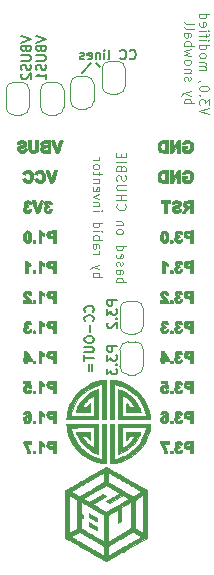
<source format=gbr>
G04 #@! TF.GenerationSoftware,KiCad,Pcbnew,5.1.10-1.fc33*
G04 #@! TF.CreationDate,2021-06-17T00:22:52+02:00*
G04 #@! TF.ProjectId,CH552-USB-Devboard-PCBA,43483535-322d-4555-9342-2d446576626f,rev?*
G04 #@! TF.SameCoordinates,Original*
G04 #@! TF.FileFunction,Legend,Bot*
G04 #@! TF.FilePolarity,Positive*
%FSLAX46Y46*%
G04 Gerber Fmt 4.6, Leading zero omitted, Abs format (unit mm)*
G04 Created by KiCad (PCBNEW 5.1.10-1.fc33) date 2021-06-17 00:22:52*
%MOMM*%
%LPD*%
G01*
G04 APERTURE LIST*
%ADD10C,0.150000*%
%ADD11C,0.010000*%
%ADD12C,0.120000*%
G04 APERTURE END LIST*
D10*
X83851714Y-87630285D02*
X83889809Y-87592190D01*
X83927904Y-87477904D01*
X83927904Y-87401714D01*
X83889809Y-87287428D01*
X83813619Y-87211238D01*
X83737428Y-87173142D01*
X83585047Y-87135047D01*
X83470761Y-87135047D01*
X83318380Y-87173142D01*
X83242190Y-87211238D01*
X83166000Y-87287428D01*
X83127904Y-87401714D01*
X83127904Y-87477904D01*
X83166000Y-87592190D01*
X83204095Y-87630285D01*
X83851714Y-88430285D02*
X83889809Y-88392190D01*
X83927904Y-88277904D01*
X83927904Y-88201714D01*
X83889809Y-88087428D01*
X83813619Y-88011238D01*
X83737428Y-87973142D01*
X83585047Y-87935047D01*
X83470761Y-87935047D01*
X83318380Y-87973142D01*
X83242190Y-88011238D01*
X83166000Y-88087428D01*
X83127904Y-88201714D01*
X83127904Y-88277904D01*
X83166000Y-88392190D01*
X83204095Y-88430285D01*
X83623142Y-88773142D02*
X83623142Y-89382666D01*
X83127904Y-89916000D02*
X83127904Y-90068380D01*
X83166000Y-90144571D01*
X83242190Y-90220761D01*
X83394571Y-90258857D01*
X83661238Y-90258857D01*
X83813619Y-90220761D01*
X83889809Y-90144571D01*
X83927904Y-90068380D01*
X83927904Y-89916000D01*
X83889809Y-89839809D01*
X83813619Y-89763619D01*
X83661238Y-89725523D01*
X83394571Y-89725523D01*
X83242190Y-89763619D01*
X83166000Y-89839809D01*
X83127904Y-89916000D01*
X83127904Y-90601714D02*
X83775523Y-90601714D01*
X83851714Y-90639809D01*
X83889809Y-90677904D01*
X83927904Y-90754095D01*
X83927904Y-90906476D01*
X83889809Y-90982666D01*
X83851714Y-91020761D01*
X83775523Y-91058857D01*
X83127904Y-91058857D01*
X83127904Y-91325523D02*
X83127904Y-91782666D01*
X83927904Y-91554095D02*
X83127904Y-91554095D01*
X83508857Y-92049333D02*
X83508857Y-92658857D01*
X83737428Y-92658857D02*
X83737428Y-92049333D01*
X82931000Y-67437000D02*
X83693000Y-66548000D01*
X84455000Y-66929000D02*
X84074000Y-66548000D01*
X77793904Y-64319380D02*
X78593904Y-64586047D01*
X77793904Y-64852714D01*
X78174857Y-65386047D02*
X78212952Y-65500333D01*
X78251047Y-65538428D01*
X78327238Y-65576523D01*
X78441523Y-65576523D01*
X78517714Y-65538428D01*
X78555809Y-65500333D01*
X78593904Y-65424142D01*
X78593904Y-65119380D01*
X77793904Y-65119380D01*
X77793904Y-65386047D01*
X77832000Y-65462238D01*
X77870095Y-65500333D01*
X77946285Y-65538428D01*
X78022476Y-65538428D01*
X78098666Y-65500333D01*
X78136761Y-65462238D01*
X78174857Y-65386047D01*
X78174857Y-65119380D01*
X77793904Y-65919380D02*
X78441523Y-65919380D01*
X78517714Y-65957476D01*
X78555809Y-65995571D01*
X78593904Y-66071761D01*
X78593904Y-66224142D01*
X78555809Y-66300333D01*
X78517714Y-66338428D01*
X78441523Y-66376523D01*
X77793904Y-66376523D01*
X78555809Y-66719380D02*
X78593904Y-66833666D01*
X78593904Y-67024142D01*
X78555809Y-67100333D01*
X78517714Y-67138428D01*
X78441523Y-67176523D01*
X78365333Y-67176523D01*
X78289142Y-67138428D01*
X78251047Y-67100333D01*
X78212952Y-67024142D01*
X78174857Y-66871761D01*
X78136761Y-66795571D01*
X78098666Y-66757476D01*
X78022476Y-66719380D01*
X77946285Y-66719380D01*
X77870095Y-66757476D01*
X77832000Y-66795571D01*
X77793904Y-66871761D01*
X77793904Y-67062238D01*
X77832000Y-67176523D01*
X77870095Y-67481285D02*
X77832000Y-67519380D01*
X77793904Y-67595571D01*
X77793904Y-67786047D01*
X77832000Y-67862238D01*
X77870095Y-67900333D01*
X77946285Y-67938428D01*
X78022476Y-67938428D01*
X78136761Y-67900333D01*
X78593904Y-67443190D01*
X78593904Y-67938428D01*
X79063904Y-64319380D02*
X79863904Y-64586047D01*
X79063904Y-64852714D01*
X79444857Y-65386047D02*
X79482952Y-65500333D01*
X79521047Y-65538428D01*
X79597238Y-65576523D01*
X79711523Y-65576523D01*
X79787714Y-65538428D01*
X79825809Y-65500333D01*
X79863904Y-65424142D01*
X79863904Y-65119380D01*
X79063904Y-65119380D01*
X79063904Y-65386047D01*
X79102000Y-65462238D01*
X79140095Y-65500333D01*
X79216285Y-65538428D01*
X79292476Y-65538428D01*
X79368666Y-65500333D01*
X79406761Y-65462238D01*
X79444857Y-65386047D01*
X79444857Y-65119380D01*
X79063904Y-65919380D02*
X79711523Y-65919380D01*
X79787714Y-65957476D01*
X79825809Y-65995571D01*
X79863904Y-66071761D01*
X79863904Y-66224142D01*
X79825809Y-66300333D01*
X79787714Y-66338428D01*
X79711523Y-66376523D01*
X79063904Y-66376523D01*
X79825809Y-66719380D02*
X79863904Y-66833666D01*
X79863904Y-67024142D01*
X79825809Y-67100333D01*
X79787714Y-67138428D01*
X79711523Y-67176523D01*
X79635333Y-67176523D01*
X79559142Y-67138428D01*
X79521047Y-67100333D01*
X79482952Y-67024142D01*
X79444857Y-66871761D01*
X79406761Y-66795571D01*
X79368666Y-66757476D01*
X79292476Y-66719380D01*
X79216285Y-66719380D01*
X79140095Y-66757476D01*
X79102000Y-66795571D01*
X79063904Y-66871761D01*
X79063904Y-67062238D01*
X79102000Y-67176523D01*
X79863904Y-67938428D02*
X79863904Y-67481285D01*
X79863904Y-67709857D02*
X79063904Y-67709857D01*
X79178190Y-67633666D01*
X79254380Y-67557476D01*
X79292476Y-67481285D01*
X86975714Y-66198714D02*
X87013809Y-66236809D01*
X87128095Y-66274904D01*
X87204285Y-66274904D01*
X87318571Y-66236809D01*
X87394761Y-66160619D01*
X87432857Y-66084428D01*
X87470952Y-65932047D01*
X87470952Y-65817761D01*
X87432857Y-65665380D01*
X87394761Y-65589190D01*
X87318571Y-65513000D01*
X87204285Y-65474904D01*
X87128095Y-65474904D01*
X87013809Y-65513000D01*
X86975714Y-65551095D01*
X86175714Y-66198714D02*
X86213809Y-66236809D01*
X86328095Y-66274904D01*
X86404285Y-66274904D01*
X86518571Y-66236809D01*
X86594761Y-66160619D01*
X86632857Y-66084428D01*
X86670952Y-65932047D01*
X86670952Y-65817761D01*
X86632857Y-65665380D01*
X86594761Y-65589190D01*
X86518571Y-65513000D01*
X86404285Y-65474904D01*
X86328095Y-65474904D01*
X86213809Y-65513000D01*
X86175714Y-65551095D01*
X85109047Y-66274904D02*
X85185238Y-66236809D01*
X85223333Y-66160619D01*
X85223333Y-65474904D01*
X84804285Y-66274904D02*
X84804285Y-65741571D01*
X84804285Y-65474904D02*
X84842380Y-65513000D01*
X84804285Y-65551095D01*
X84766190Y-65513000D01*
X84804285Y-65474904D01*
X84804285Y-65551095D01*
X84423333Y-65741571D02*
X84423333Y-66274904D01*
X84423333Y-65817761D02*
X84385238Y-65779666D01*
X84309047Y-65741571D01*
X84194761Y-65741571D01*
X84118571Y-65779666D01*
X84080476Y-65855857D01*
X84080476Y-66274904D01*
X83394761Y-66236809D02*
X83470952Y-66274904D01*
X83623333Y-66274904D01*
X83699523Y-66236809D01*
X83737619Y-66160619D01*
X83737619Y-65855857D01*
X83699523Y-65779666D01*
X83623333Y-65741571D01*
X83470952Y-65741571D01*
X83394761Y-65779666D01*
X83356666Y-65855857D01*
X83356666Y-65932047D01*
X83737619Y-66008238D01*
X83051904Y-66236809D02*
X82975714Y-66274904D01*
X82823333Y-66274904D01*
X82747142Y-66236809D01*
X82709047Y-66160619D01*
X82709047Y-66122523D01*
X82747142Y-66046333D01*
X82823333Y-66008238D01*
X82937619Y-66008238D01*
X83013809Y-65970142D01*
X83051904Y-65893952D01*
X83051904Y-65855857D01*
X83013809Y-65779666D01*
X82937619Y-65741571D01*
X82823333Y-65741571D01*
X82747142Y-65779666D01*
X85872904Y-86665190D02*
X85072904Y-86665190D01*
X85072904Y-86969952D01*
X85111000Y-87046142D01*
X85149095Y-87084238D01*
X85225285Y-87122333D01*
X85339571Y-87122333D01*
X85415761Y-87084238D01*
X85453857Y-87046142D01*
X85491952Y-86969952D01*
X85491952Y-86665190D01*
X85072904Y-87389000D02*
X85072904Y-87884238D01*
X85377666Y-87617571D01*
X85377666Y-87731857D01*
X85415761Y-87808047D01*
X85453857Y-87846142D01*
X85530047Y-87884238D01*
X85720523Y-87884238D01*
X85796714Y-87846142D01*
X85834809Y-87808047D01*
X85872904Y-87731857D01*
X85872904Y-87503285D01*
X85834809Y-87427095D01*
X85796714Y-87389000D01*
X85796714Y-88227095D02*
X85834809Y-88265190D01*
X85872904Y-88227095D01*
X85834809Y-88189000D01*
X85796714Y-88227095D01*
X85872904Y-88227095D01*
X85149095Y-88569952D02*
X85111000Y-88608047D01*
X85072904Y-88684238D01*
X85072904Y-88874714D01*
X85111000Y-88950904D01*
X85149095Y-88989000D01*
X85225285Y-89027095D01*
X85301476Y-89027095D01*
X85415761Y-88989000D01*
X85872904Y-88531857D01*
X85872904Y-89027095D01*
X85872904Y-90589000D02*
X85072904Y-90589000D01*
X85072904Y-90893761D01*
X85111000Y-90969952D01*
X85149095Y-91008047D01*
X85225285Y-91046142D01*
X85339571Y-91046142D01*
X85415761Y-91008047D01*
X85453857Y-90969952D01*
X85491952Y-90893761D01*
X85491952Y-90589000D01*
X85072904Y-91312809D02*
X85072904Y-91808047D01*
X85377666Y-91541380D01*
X85377666Y-91655666D01*
X85415761Y-91731857D01*
X85453857Y-91769952D01*
X85530047Y-91808047D01*
X85720523Y-91808047D01*
X85796714Y-91769952D01*
X85834809Y-91731857D01*
X85872904Y-91655666D01*
X85872904Y-91427095D01*
X85834809Y-91350904D01*
X85796714Y-91312809D01*
X85796714Y-92150904D02*
X85834809Y-92189000D01*
X85872904Y-92150904D01*
X85834809Y-92112809D01*
X85796714Y-92150904D01*
X85872904Y-92150904D01*
X85072904Y-92455666D02*
X85072904Y-92950904D01*
X85377666Y-92684238D01*
X85377666Y-92798523D01*
X85415761Y-92874714D01*
X85453857Y-92912809D01*
X85530047Y-92950904D01*
X85720523Y-92950904D01*
X85796714Y-92912809D01*
X85834809Y-92874714D01*
X85872904Y-92798523D01*
X85872904Y-92569952D01*
X85834809Y-92493761D01*
X85796714Y-92455666D01*
D11*
G36*
X92000739Y-98593195D02*
G01*
X91852020Y-98599862D01*
X91751842Y-98609761D01*
X91685087Y-98626239D01*
X91636635Y-98652644D01*
X91602869Y-98681300D01*
X91538589Y-98781720D01*
X91515974Y-98908278D01*
X91535348Y-99038704D01*
X91596088Y-99149639D01*
X91646881Y-99198835D01*
X91706708Y-99227775D01*
X91796025Y-99243669D01*
X91882554Y-99250611D01*
X92093734Y-99264058D01*
X92093734Y-99638596D01*
X92316542Y-99638596D01*
X92316542Y-99073800D01*
X92093734Y-99073800D01*
X91960038Y-99052421D01*
X91866373Y-99031193D01*
X91796805Y-99004485D01*
X91784975Y-98996712D01*
X91741588Y-98935651D01*
X91757651Y-98879350D01*
X91828954Y-98832603D01*
X91951287Y-98800207D01*
X91958459Y-98799082D01*
X92093734Y-98778446D01*
X92093734Y-99073800D01*
X92316542Y-99073800D01*
X92316542Y-98582255D01*
X92000739Y-98593195D01*
G37*
X92000739Y-98593195D02*
X91852020Y-98599862D01*
X91751842Y-98609761D01*
X91685087Y-98626239D01*
X91636635Y-98652644D01*
X91602869Y-98681300D01*
X91538589Y-98781720D01*
X91515974Y-98908278D01*
X91535348Y-99038704D01*
X91596088Y-99149639D01*
X91646881Y-99198835D01*
X91706708Y-99227775D01*
X91796025Y-99243669D01*
X91882554Y-99250611D01*
X92093734Y-99264058D01*
X92093734Y-99638596D01*
X92316542Y-99638596D01*
X92316542Y-99073800D01*
X92093734Y-99073800D01*
X91960038Y-99052421D01*
X91866373Y-99031193D01*
X91796805Y-99004485D01*
X91784975Y-98996712D01*
X91741588Y-98935651D01*
X91757651Y-98879350D01*
X91828954Y-98832603D01*
X91951287Y-98800207D01*
X91958459Y-98799082D01*
X92093734Y-98778446D01*
X92093734Y-99073800D01*
X92316542Y-99073800D01*
X92316542Y-98582255D01*
X92000739Y-98593195D01*
G36*
X91082577Y-98593726D02*
G01*
X91050846Y-98597036D01*
X90916212Y-98634659D01*
X90819323Y-98706181D01*
X90766894Y-98800735D01*
X90765639Y-98907452D01*
X90805698Y-98993861D01*
X90835990Y-99048806D01*
X90823641Y-99091167D01*
X90789783Y-99128262D01*
X90732950Y-99226368D01*
X90723369Y-99345428D01*
X90759675Y-99465303D01*
X90818103Y-99545556D01*
X90888785Y-99604539D01*
X90963699Y-99631938D01*
X91070965Y-99638596D01*
X91192287Y-99628493D01*
X91278185Y-99593083D01*
X91311998Y-99566980D01*
X91371302Y-99493751D01*
X91401178Y-99416954D01*
X91401304Y-99415789D01*
X91396169Y-99356694D01*
X91352423Y-99331111D01*
X91318608Y-99325829D01*
X91229722Y-99337487D01*
X91181527Y-99381531D01*
X91113299Y-99437571D01*
X91039241Y-99441238D01*
X90978053Y-99398905D01*
X90948434Y-99316941D01*
X90947870Y-99301917D01*
X90973467Y-99219786D01*
X91037518Y-99172157D01*
X91106848Y-99170331D01*
X91157147Y-99164043D01*
X91175305Y-99123084D01*
X91162882Y-99066790D01*
X91121439Y-99014495D01*
X91092854Y-98997011D01*
X91015932Y-98941310D01*
X90992466Y-98874885D01*
X91014877Y-98822908D01*
X91077876Y-98782065D01*
X91139487Y-98802343D01*
X91171698Y-98844765D01*
X91225908Y-98895517D01*
X91291906Y-98900467D01*
X91365009Y-98872759D01*
X91384255Y-98816796D01*
X91349456Y-98738556D01*
X91298828Y-98679645D01*
X91229959Y-98618489D01*
X91168026Y-98593231D01*
X91082577Y-98593726D01*
G37*
X91082577Y-98593726D02*
X91050846Y-98597036D01*
X90916212Y-98634659D01*
X90819323Y-98706181D01*
X90766894Y-98800735D01*
X90765639Y-98907452D01*
X90805698Y-98993861D01*
X90835990Y-99048806D01*
X90823641Y-99091167D01*
X90789783Y-99128262D01*
X90732950Y-99226368D01*
X90723369Y-99345428D01*
X90759675Y-99465303D01*
X90818103Y-99545556D01*
X90888785Y-99604539D01*
X90963699Y-99631938D01*
X91070965Y-99638596D01*
X91192287Y-99628493D01*
X91278185Y-99593083D01*
X91311998Y-99566980D01*
X91371302Y-99493751D01*
X91401178Y-99416954D01*
X91401304Y-99415789D01*
X91396169Y-99356694D01*
X91352423Y-99331111D01*
X91318608Y-99325829D01*
X91229722Y-99337487D01*
X91181527Y-99381531D01*
X91113299Y-99437571D01*
X91039241Y-99441238D01*
X90978053Y-99398905D01*
X90948434Y-99316941D01*
X90947870Y-99301917D01*
X90973467Y-99219786D01*
X91037518Y-99172157D01*
X91106848Y-99170331D01*
X91157147Y-99164043D01*
X91175305Y-99123084D01*
X91162882Y-99066790D01*
X91121439Y-99014495D01*
X91092854Y-98997011D01*
X91015932Y-98941310D01*
X90992466Y-98874885D01*
X91014877Y-98822908D01*
X91077876Y-98782065D01*
X91139487Y-98802343D01*
X91171698Y-98844765D01*
X91225908Y-98895517D01*
X91291906Y-98900467D01*
X91365009Y-98872759D01*
X91384255Y-98816796D01*
X91349456Y-98738556D01*
X91298828Y-98679645D01*
X91229959Y-98618489D01*
X91168026Y-98593231D01*
X91082577Y-98593726D01*
G36*
X90411675Y-99420717D02*
G01*
X90381054Y-99448516D01*
X90374951Y-99518714D01*
X90374937Y-99527193D01*
X90379865Y-99601859D01*
X90407664Y-99632480D01*
X90477862Y-99638583D01*
X90486341Y-99638596D01*
X90561007Y-99633669D01*
X90591628Y-99605870D01*
X90597731Y-99535672D01*
X90597745Y-99527193D01*
X90592817Y-99452527D01*
X90565018Y-99421906D01*
X90494820Y-99415803D01*
X90486341Y-99415789D01*
X90411675Y-99420717D01*
G37*
X90411675Y-99420717D02*
X90381054Y-99448516D01*
X90374951Y-99518714D01*
X90374937Y-99527193D01*
X90379865Y-99601859D01*
X90407664Y-99632480D01*
X90477862Y-99638583D01*
X90486341Y-99638596D01*
X90561007Y-99633669D01*
X90591628Y-99605870D01*
X90597731Y-99535672D01*
X90597745Y-99527193D01*
X90592817Y-99452527D01*
X90565018Y-99421906D01*
X90494820Y-99415803D01*
X90486341Y-99415789D01*
X90411675Y-99420717D01*
G36*
X89547369Y-98698693D02*
G01*
X89565282Y-98769964D01*
X89610886Y-98863376D01*
X89642858Y-98913543D01*
X89724647Y-99053719D01*
X89794779Y-99216664D01*
X89844612Y-99378599D01*
X89865499Y-99515746D01*
X89865664Y-99526398D01*
X89870206Y-99600597D01*
X89896624Y-99631784D01*
X89964110Y-99638540D01*
X89981521Y-99638596D01*
X90097377Y-99638596D01*
X90079111Y-99461614D01*
X90062572Y-99362505D01*
X90030023Y-99252536D01*
X89976793Y-99119436D01*
X89898213Y-98950934D01*
X89840568Y-98834900D01*
X89863210Y-98822877D01*
X89934138Y-98814302D01*
X90038002Y-98811028D01*
X90247619Y-98811028D01*
X90247619Y-98620050D01*
X89547369Y-98620050D01*
X89547369Y-98698693D01*
G37*
X89547369Y-98698693D02*
X89565282Y-98769964D01*
X89610886Y-98863376D01*
X89642858Y-98913543D01*
X89724647Y-99053719D01*
X89794779Y-99216664D01*
X89844612Y-99378599D01*
X89865499Y-99515746D01*
X89865664Y-99526398D01*
X89870206Y-99600597D01*
X89896624Y-99631784D01*
X89964110Y-99638540D01*
X89981521Y-99638596D01*
X90097377Y-99638596D01*
X90079111Y-99461614D01*
X90062572Y-99362505D01*
X90030023Y-99252536D01*
X89976793Y-99119436D01*
X89898213Y-98950934D01*
X89840568Y-98834900D01*
X89863210Y-98822877D01*
X89934138Y-98814302D01*
X90038002Y-98811028D01*
X90247619Y-98811028D01*
X90247619Y-98620050D01*
X89547369Y-98620050D01*
X89547369Y-98698693D01*
G36*
X80376594Y-98593756D02*
G01*
X80229111Y-98600703D01*
X80130776Y-98609788D01*
X80067098Y-98624688D01*
X80023583Y-98649079D01*
X79985740Y-98686641D01*
X79978725Y-98694722D01*
X79922157Y-98802410D01*
X79901425Y-98934773D01*
X79919710Y-99061836D01*
X79935781Y-99099257D01*
X80011719Y-99178409D01*
X80134022Y-99232703D01*
X80288259Y-99256152D01*
X80315211Y-99256642D01*
X80475940Y-99256642D01*
X80475940Y-99638596D01*
X80698747Y-99638596D01*
X80698747Y-99073800D01*
X80475940Y-99073800D01*
X80343700Y-99052654D01*
X80254907Y-99035721D01*
X80193940Y-99019139D01*
X80184552Y-99014878D01*
X80161357Y-98970790D01*
X80159969Y-98903392D01*
X80178128Y-98845367D01*
X80197431Y-98828657D01*
X80253790Y-98816400D01*
X80340764Y-98802087D01*
X80356579Y-98799828D01*
X80475940Y-98783200D01*
X80475940Y-99073800D01*
X80698747Y-99073800D01*
X80698747Y-98580817D01*
X80376594Y-98593756D01*
G37*
X80376594Y-98593756D02*
X80229111Y-98600703D01*
X80130776Y-98609788D01*
X80067098Y-98624688D01*
X80023583Y-98649079D01*
X79985740Y-98686641D01*
X79978725Y-98694722D01*
X79922157Y-98802410D01*
X79901425Y-98934773D01*
X79919710Y-99061836D01*
X79935781Y-99099257D01*
X80011719Y-99178409D01*
X80134022Y-99232703D01*
X80288259Y-99256152D01*
X80315211Y-99256642D01*
X80475940Y-99256642D01*
X80475940Y-99638596D01*
X80698747Y-99638596D01*
X80698747Y-99073800D01*
X80475940Y-99073800D01*
X80343700Y-99052654D01*
X80254907Y-99035721D01*
X80193940Y-99019139D01*
X80184552Y-99014878D01*
X80161357Y-98970790D01*
X80159969Y-98903392D01*
X80178128Y-98845367D01*
X80197431Y-98828657D01*
X80253790Y-98816400D01*
X80340764Y-98802087D01*
X80356579Y-98799828D01*
X80475940Y-98783200D01*
X80475940Y-99073800D01*
X80698747Y-99073800D01*
X80698747Y-98580817D01*
X80376594Y-98593756D01*
G36*
X79266416Y-99638596D02*
G01*
X79489223Y-99638596D01*
X79489223Y-98937052D01*
X79616542Y-99002005D01*
X79743860Y-99066958D01*
X79743860Y-98957504D01*
X79732001Y-98873709D01*
X79685157Y-98814603D01*
X79640414Y-98783602D01*
X79560376Y-98723144D01*
X79501386Y-98660488D01*
X79496911Y-98653687D01*
X79427742Y-98598740D01*
X79361635Y-98588221D01*
X79266416Y-98588221D01*
X79266416Y-99638596D01*
G37*
X79266416Y-99638596D02*
X79489223Y-99638596D01*
X79489223Y-98937052D01*
X79616542Y-99002005D01*
X79743860Y-99066958D01*
X79743860Y-98957504D01*
X79732001Y-98873709D01*
X79685157Y-98814603D01*
X79640414Y-98783602D01*
X79560376Y-98723144D01*
X79501386Y-98660488D01*
X79496911Y-98653687D01*
X79427742Y-98598740D01*
X79361635Y-98588221D01*
X79266416Y-98588221D01*
X79266416Y-99638596D01*
G36*
X78793880Y-99420717D02*
G01*
X78763259Y-99448516D01*
X78757157Y-99518714D01*
X78757143Y-99527193D01*
X78762070Y-99601859D01*
X78789870Y-99632480D01*
X78860067Y-99638583D01*
X78868547Y-99638596D01*
X78943213Y-99633669D01*
X78973834Y-99605870D01*
X78979936Y-99535672D01*
X78979950Y-99527193D01*
X78975023Y-99452527D01*
X78947223Y-99421906D01*
X78877026Y-99415803D01*
X78868547Y-99415789D01*
X78793880Y-99420717D01*
G37*
X78793880Y-99420717D02*
X78763259Y-99448516D01*
X78757157Y-99518714D01*
X78757143Y-99527193D01*
X78762070Y-99601859D01*
X78789870Y-99632480D01*
X78860067Y-99638583D01*
X78868547Y-99638596D01*
X78943213Y-99633669D01*
X78973834Y-99605870D01*
X78979936Y-99535672D01*
X78979950Y-99527193D01*
X78975023Y-99452527D01*
X78947223Y-99421906D01*
X78877026Y-99415803D01*
X78868547Y-99415789D01*
X78793880Y-99420717D01*
G36*
X78126828Y-98620511D02*
G01*
X78026535Y-98623482D01*
X77967740Y-98631345D01*
X77939365Y-98646482D01*
X77930327Y-98671277D01*
X77929574Y-98695332D01*
X77949016Y-98775788D01*
X77988935Y-98846522D01*
X78087093Y-99000992D01*
X78173942Y-99190511D01*
X78236963Y-99386477D01*
X78249052Y-99440722D01*
X78271714Y-99548116D01*
X78293048Y-99607307D01*
X78323515Y-99632649D01*
X78373577Y-99638497D01*
X78393243Y-99638596D01*
X78461353Y-99634881D01*
X78487709Y-99611306D01*
X78486216Y-99549230D01*
X78482270Y-99519236D01*
X78439214Y-99315454D01*
X78369637Y-99109198D01*
X78291751Y-98946303D01*
X78213357Y-98811028D01*
X78629825Y-98811028D01*
X78629825Y-98620050D01*
X78279699Y-98620050D01*
X78126828Y-98620511D01*
G37*
X78126828Y-98620511D02*
X78026535Y-98623482D01*
X77967740Y-98631345D01*
X77939365Y-98646482D01*
X77930327Y-98671277D01*
X77929574Y-98695332D01*
X77949016Y-98775788D01*
X77988935Y-98846522D01*
X78087093Y-99000992D01*
X78173942Y-99190511D01*
X78236963Y-99386477D01*
X78249052Y-99440722D01*
X78271714Y-99548116D01*
X78293048Y-99607307D01*
X78323515Y-99632649D01*
X78373577Y-99638497D01*
X78393243Y-99638596D01*
X78461353Y-99634881D01*
X78487709Y-99611306D01*
X78486216Y-99549230D01*
X78482270Y-99519236D01*
X78439214Y-99315454D01*
X78369637Y-99109198D01*
X78291751Y-98946303D01*
X78213357Y-98811028D01*
X78629825Y-98811028D01*
X78629825Y-98620050D01*
X78279699Y-98620050D01*
X78126828Y-98620511D01*
G36*
X92000739Y-96046829D02*
G01*
X91852020Y-96053496D01*
X91751842Y-96063395D01*
X91685087Y-96079873D01*
X91636635Y-96106278D01*
X91602869Y-96134934D01*
X91538589Y-96235354D01*
X91515974Y-96361912D01*
X91535348Y-96492339D01*
X91596088Y-96603273D01*
X91646881Y-96652469D01*
X91706708Y-96681409D01*
X91796025Y-96697304D01*
X91882554Y-96704245D01*
X92093734Y-96717692D01*
X92093734Y-97092231D01*
X92316542Y-97092231D01*
X92316542Y-96527680D01*
X92093734Y-96527680D01*
X91962037Y-96510016D01*
X91865791Y-96486830D01*
X91791319Y-96451335D01*
X91779556Y-96441568D01*
X91745670Y-96379278D01*
X91769475Y-96325849D01*
X91845064Y-96287347D01*
X91945804Y-96270875D01*
X92093734Y-96261174D01*
X92093734Y-96527680D01*
X92316542Y-96527680D01*
X92316542Y-96035889D01*
X92000739Y-96046829D01*
G37*
X92000739Y-96046829D02*
X91852020Y-96053496D01*
X91751842Y-96063395D01*
X91685087Y-96079873D01*
X91636635Y-96106278D01*
X91602869Y-96134934D01*
X91538589Y-96235354D01*
X91515974Y-96361912D01*
X91535348Y-96492339D01*
X91596088Y-96603273D01*
X91646881Y-96652469D01*
X91706708Y-96681409D01*
X91796025Y-96697304D01*
X91882554Y-96704245D01*
X92093734Y-96717692D01*
X92093734Y-97092231D01*
X92316542Y-97092231D01*
X92316542Y-96527680D01*
X92093734Y-96527680D01*
X91962037Y-96510016D01*
X91865791Y-96486830D01*
X91791319Y-96451335D01*
X91779556Y-96441568D01*
X91745670Y-96379278D01*
X91769475Y-96325849D01*
X91845064Y-96287347D01*
X91945804Y-96270875D01*
X92093734Y-96261174D01*
X92093734Y-96527680D01*
X92316542Y-96527680D01*
X92316542Y-96035889D01*
X92000739Y-96046829D01*
G36*
X91082577Y-96047360D02*
G01*
X91050846Y-96050670D01*
X90916212Y-96088293D01*
X90819323Y-96159815D01*
X90766894Y-96254369D01*
X90765639Y-96361086D01*
X90805698Y-96447495D01*
X90835990Y-96502440D01*
X90823641Y-96544801D01*
X90789783Y-96581896D01*
X90732950Y-96680002D01*
X90723369Y-96799062D01*
X90759675Y-96918937D01*
X90818103Y-96999190D01*
X90888785Y-97058173D01*
X90963699Y-97085572D01*
X91070965Y-97092231D01*
X91192287Y-97082127D01*
X91278185Y-97046717D01*
X91311998Y-97020614D01*
X91371302Y-96947385D01*
X91401178Y-96870588D01*
X91401304Y-96869424D01*
X91396169Y-96810328D01*
X91352423Y-96784745D01*
X91318608Y-96779464D01*
X91229722Y-96791121D01*
X91181527Y-96835165D01*
X91113319Y-96891495D01*
X91039628Y-96895154D01*
X90978653Y-96852557D01*
X90948596Y-96770124D01*
X90947870Y-96752774D01*
X90974787Y-96682683D01*
X91038370Y-96633526D01*
X91112869Y-96623506D01*
X91125420Y-96627252D01*
X91164616Y-96623787D01*
X91175633Y-96584470D01*
X91162034Y-96528630D01*
X91127385Y-96475596D01*
X91092854Y-96450645D01*
X91015932Y-96394944D01*
X90992466Y-96328520D01*
X91014877Y-96276542D01*
X91077876Y-96235700D01*
X91139487Y-96255977D01*
X91171698Y-96298399D01*
X91225908Y-96349151D01*
X91291906Y-96354101D01*
X91365009Y-96326393D01*
X91384255Y-96270430D01*
X91349456Y-96192190D01*
X91298828Y-96133279D01*
X91229959Y-96072123D01*
X91168026Y-96046865D01*
X91082577Y-96047360D01*
G37*
X91082577Y-96047360D02*
X91050846Y-96050670D01*
X90916212Y-96088293D01*
X90819323Y-96159815D01*
X90766894Y-96254369D01*
X90765639Y-96361086D01*
X90805698Y-96447495D01*
X90835990Y-96502440D01*
X90823641Y-96544801D01*
X90789783Y-96581896D01*
X90732950Y-96680002D01*
X90723369Y-96799062D01*
X90759675Y-96918937D01*
X90818103Y-96999190D01*
X90888785Y-97058173D01*
X90963699Y-97085572D01*
X91070965Y-97092231D01*
X91192287Y-97082127D01*
X91278185Y-97046717D01*
X91311998Y-97020614D01*
X91371302Y-96947385D01*
X91401178Y-96870588D01*
X91401304Y-96869424D01*
X91396169Y-96810328D01*
X91352423Y-96784745D01*
X91318608Y-96779464D01*
X91229722Y-96791121D01*
X91181527Y-96835165D01*
X91113319Y-96891495D01*
X91039628Y-96895154D01*
X90978653Y-96852557D01*
X90948596Y-96770124D01*
X90947870Y-96752774D01*
X90974787Y-96682683D01*
X91038370Y-96633526D01*
X91112869Y-96623506D01*
X91125420Y-96627252D01*
X91164616Y-96623787D01*
X91175633Y-96584470D01*
X91162034Y-96528630D01*
X91127385Y-96475596D01*
X91092854Y-96450645D01*
X91015932Y-96394944D01*
X90992466Y-96328520D01*
X91014877Y-96276542D01*
X91077876Y-96235700D01*
X91139487Y-96255977D01*
X91171698Y-96298399D01*
X91225908Y-96349151D01*
X91291906Y-96354101D01*
X91365009Y-96326393D01*
X91384255Y-96270430D01*
X91349456Y-96192190D01*
X91298828Y-96133279D01*
X91229959Y-96072123D01*
X91168026Y-96046865D01*
X91082577Y-96047360D01*
G36*
X90411675Y-96874351D02*
G01*
X90381054Y-96902150D01*
X90374951Y-96972348D01*
X90374937Y-96980827D01*
X90379865Y-97055493D01*
X90407664Y-97086114D01*
X90477862Y-97092217D01*
X90486341Y-97092231D01*
X90561007Y-97087303D01*
X90591628Y-97059504D01*
X90597731Y-96989307D01*
X90597745Y-96980827D01*
X90592817Y-96906161D01*
X90565018Y-96875540D01*
X90494820Y-96869437D01*
X90486341Y-96869424D01*
X90411675Y-96874351D01*
G37*
X90411675Y-96874351D02*
X90381054Y-96902150D01*
X90374951Y-96972348D01*
X90374937Y-96980827D01*
X90379865Y-97055493D01*
X90407664Y-97086114D01*
X90477862Y-97092217D01*
X90486341Y-97092231D01*
X90561007Y-97087303D01*
X90591628Y-97059504D01*
X90597731Y-96989307D01*
X90597745Y-96980827D01*
X90592817Y-96906161D01*
X90565018Y-96875540D01*
X90494820Y-96869437D01*
X90486341Y-96869424D01*
X90411675Y-96874351D01*
G36*
X89753056Y-96059659D02*
G01*
X89640409Y-96134895D01*
X89567927Y-96222302D01*
X89552666Y-96284072D01*
X89594736Y-96322695D01*
X89649399Y-96336070D01*
X89740095Y-96333620D01*
X89805923Y-96287020D01*
X89808547Y-96283981D01*
X89865664Y-96216917D01*
X89929323Y-96292060D01*
X89984477Y-96371556D01*
X89991149Y-96418855D01*
X89950275Y-96429430D01*
X89903612Y-96416376D01*
X89793707Y-96404730D01*
X89690918Y-96445248D01*
X89605535Y-96526513D01*
X89547847Y-96637108D01*
X89528144Y-96765617D01*
X89534373Y-96826048D01*
X89583874Y-96963179D01*
X89672580Y-97050295D01*
X89802332Y-97088912D01*
X89856260Y-97091263D01*
X89959388Y-97084106D01*
X90042284Y-97067166D01*
X90064600Y-97057851D01*
X90147855Y-96972634D01*
X90200837Y-96831945D01*
X90208360Y-96766539D01*
X89982523Y-96766539D01*
X89966945Y-96821679D01*
X89912672Y-96885704D01*
X89845073Y-96897704D01*
X89784223Y-96856967D01*
X89767599Y-96828734D01*
X89751479Y-96741630D01*
X89771436Y-96657497D01*
X89818783Y-96598131D01*
X89865559Y-96582957D01*
X89932432Y-96610286D01*
X89974363Y-96678410D01*
X89982523Y-96766539D01*
X90208360Y-96766539D01*
X90223328Y-96636427D01*
X90224166Y-96582957D01*
X90211745Y-96388593D01*
X90172267Y-96245047D01*
X90102414Y-96144068D01*
X90025854Y-96090138D01*
X89882801Y-96043998D01*
X89753056Y-96059659D01*
G37*
X89753056Y-96059659D02*
X89640409Y-96134895D01*
X89567927Y-96222302D01*
X89552666Y-96284072D01*
X89594736Y-96322695D01*
X89649399Y-96336070D01*
X89740095Y-96333620D01*
X89805923Y-96287020D01*
X89808547Y-96283981D01*
X89865664Y-96216917D01*
X89929323Y-96292060D01*
X89984477Y-96371556D01*
X89991149Y-96418855D01*
X89950275Y-96429430D01*
X89903612Y-96416376D01*
X89793707Y-96404730D01*
X89690918Y-96445248D01*
X89605535Y-96526513D01*
X89547847Y-96637108D01*
X89528144Y-96765617D01*
X89534373Y-96826048D01*
X89583874Y-96963179D01*
X89672580Y-97050295D01*
X89802332Y-97088912D01*
X89856260Y-97091263D01*
X89959388Y-97084106D01*
X90042284Y-97067166D01*
X90064600Y-97057851D01*
X90147855Y-96972634D01*
X90200837Y-96831945D01*
X90208360Y-96766539D01*
X89982523Y-96766539D01*
X89966945Y-96821679D01*
X89912672Y-96885704D01*
X89845073Y-96897704D01*
X89784223Y-96856967D01*
X89767599Y-96828734D01*
X89751479Y-96741630D01*
X89771436Y-96657497D01*
X89818783Y-96598131D01*
X89865559Y-96582957D01*
X89932432Y-96610286D01*
X89974363Y-96678410D01*
X89982523Y-96766539D01*
X90208360Y-96766539D01*
X90223328Y-96636427D01*
X90224166Y-96582957D01*
X90211745Y-96388593D01*
X90172267Y-96245047D01*
X90102414Y-96144068D01*
X90025854Y-96090138D01*
X89882801Y-96043998D01*
X89753056Y-96059659D01*
G36*
X80376594Y-96047390D02*
G01*
X80229111Y-96054337D01*
X80130776Y-96063422D01*
X80067098Y-96078322D01*
X80023583Y-96102714D01*
X79985740Y-96140275D01*
X79978725Y-96148356D01*
X79922157Y-96256044D01*
X79901425Y-96388407D01*
X79919710Y-96515470D01*
X79935781Y-96552891D01*
X80011719Y-96632043D01*
X80134022Y-96686337D01*
X80288259Y-96709786D01*
X80315211Y-96710276D01*
X80475940Y-96710276D01*
X80475940Y-97092231D01*
X80698747Y-97092231D01*
X80698747Y-96527434D01*
X80475940Y-96527434D01*
X80340664Y-96505822D01*
X80250938Y-96486645D01*
X80189072Y-96464634D01*
X80178822Y-96457681D01*
X80162066Y-96408326D01*
X80162907Y-96355864D01*
X80177908Y-96309105D01*
X80217416Y-96284458D01*
X80299034Y-96272680D01*
X80324750Y-96270875D01*
X80475940Y-96261174D01*
X80475940Y-96527434D01*
X80698747Y-96527434D01*
X80698747Y-96034451D01*
X80376594Y-96047390D01*
G37*
X80376594Y-96047390D02*
X80229111Y-96054337D01*
X80130776Y-96063422D01*
X80067098Y-96078322D01*
X80023583Y-96102714D01*
X79985740Y-96140275D01*
X79978725Y-96148356D01*
X79922157Y-96256044D01*
X79901425Y-96388407D01*
X79919710Y-96515470D01*
X79935781Y-96552891D01*
X80011719Y-96632043D01*
X80134022Y-96686337D01*
X80288259Y-96709786D01*
X80315211Y-96710276D01*
X80475940Y-96710276D01*
X80475940Y-97092231D01*
X80698747Y-97092231D01*
X80698747Y-96527434D01*
X80475940Y-96527434D01*
X80340664Y-96505822D01*
X80250938Y-96486645D01*
X80189072Y-96464634D01*
X80178822Y-96457681D01*
X80162066Y-96408326D01*
X80162907Y-96355864D01*
X80177908Y-96309105D01*
X80217416Y-96284458D01*
X80299034Y-96272680D01*
X80324750Y-96270875D01*
X80475940Y-96261174D01*
X80475940Y-96527434D01*
X80698747Y-96527434D01*
X80698747Y-96034451D01*
X80376594Y-96047390D01*
G36*
X79266416Y-97092231D02*
G01*
X79489223Y-97092231D01*
X79489223Y-96390686D01*
X79616542Y-96455639D01*
X79743860Y-96520592D01*
X79743860Y-96411138D01*
X79732001Y-96327343D01*
X79685157Y-96268237D01*
X79640414Y-96237236D01*
X79560376Y-96176779D01*
X79501386Y-96114122D01*
X79496911Y-96107322D01*
X79427742Y-96052374D01*
X79361635Y-96041855D01*
X79266416Y-96041855D01*
X79266416Y-97092231D01*
G37*
X79266416Y-97092231D02*
X79489223Y-97092231D01*
X79489223Y-96390686D01*
X79616542Y-96455639D01*
X79743860Y-96520592D01*
X79743860Y-96411138D01*
X79732001Y-96327343D01*
X79685157Y-96268237D01*
X79640414Y-96237236D01*
X79560376Y-96176779D01*
X79501386Y-96114122D01*
X79496911Y-96107322D01*
X79427742Y-96052374D01*
X79361635Y-96041855D01*
X79266416Y-96041855D01*
X79266416Y-97092231D01*
G36*
X78793880Y-96874351D02*
G01*
X78763259Y-96902150D01*
X78757157Y-96972348D01*
X78757143Y-96980827D01*
X78762070Y-97055493D01*
X78789870Y-97086114D01*
X78860067Y-97092217D01*
X78868547Y-97092231D01*
X78943213Y-97087303D01*
X78973834Y-97059504D01*
X78979936Y-96989307D01*
X78979950Y-96980827D01*
X78975023Y-96906161D01*
X78947223Y-96875540D01*
X78877026Y-96869437D01*
X78868547Y-96869424D01*
X78793880Y-96874351D01*
G37*
X78793880Y-96874351D02*
X78763259Y-96902150D01*
X78757157Y-96972348D01*
X78757143Y-96980827D01*
X78762070Y-97055493D01*
X78789870Y-97086114D01*
X78860067Y-97092217D01*
X78868547Y-97092231D01*
X78943213Y-97087303D01*
X78973834Y-97059504D01*
X78979936Y-96989307D01*
X78979950Y-96980827D01*
X78975023Y-96906161D01*
X78947223Y-96875540D01*
X78877026Y-96869437D01*
X78868547Y-96869424D01*
X78793880Y-96874351D01*
G36*
X78102535Y-96069181D02*
G01*
X78049374Y-96109988D01*
X77986458Y-96181167D01*
X77947904Y-96250324D01*
X77947107Y-96252952D01*
X77943279Y-96301065D01*
X77978589Y-96325637D01*
X78032066Y-96336155D01*
X78119757Y-96335776D01*
X78174273Y-96297353D01*
X78178058Y-96292163D01*
X78229874Y-96240188D01*
X78282157Y-96246848D01*
X78325170Y-96282850D01*
X78373460Y-96351206D01*
X78369006Y-96397977D01*
X78315251Y-96413142D01*
X78282023Y-96408405D01*
X78172715Y-96411159D01*
X78061690Y-96454638D01*
X77977157Y-96526402D01*
X77962347Y-96549365D01*
X77928932Y-96666496D01*
X77932632Y-96802212D01*
X77969065Y-96932528D01*
X78033844Y-97033462D01*
X78054134Y-97051431D01*
X78141656Y-97085869D01*
X78258692Y-97092408D01*
X78378511Y-97072956D01*
X78474379Y-97029426D01*
X78485412Y-97020614D01*
X78558582Y-96919376D01*
X78605897Y-96775527D01*
X78609349Y-96743366D01*
X78369997Y-96743366D01*
X78351630Y-96821666D01*
X78306047Y-96878977D01*
X78237962Y-96895256D01*
X78237759Y-96895227D01*
X78187770Y-96873103D01*
X78163905Y-96813844D01*
X78158729Y-96771211D01*
X78167345Y-96671337D01*
X78205931Y-96606777D01*
X78264945Y-96588349D01*
X78306240Y-96603969D01*
X78356438Y-96664120D01*
X78369997Y-96743366D01*
X78609349Y-96743366D01*
X78624102Y-96605965D01*
X78609942Y-96427593D01*
X78604772Y-96400867D01*
X78553567Y-96239301D01*
X78475470Y-96131073D01*
X78363841Y-96069167D01*
X78273355Y-96050799D01*
X78172626Y-96046944D01*
X78102535Y-96069181D01*
G37*
X78102535Y-96069181D02*
X78049374Y-96109988D01*
X77986458Y-96181167D01*
X77947904Y-96250324D01*
X77947107Y-96252952D01*
X77943279Y-96301065D01*
X77978589Y-96325637D01*
X78032066Y-96336155D01*
X78119757Y-96335776D01*
X78174273Y-96297353D01*
X78178058Y-96292163D01*
X78229874Y-96240188D01*
X78282157Y-96246848D01*
X78325170Y-96282850D01*
X78373460Y-96351206D01*
X78369006Y-96397977D01*
X78315251Y-96413142D01*
X78282023Y-96408405D01*
X78172715Y-96411159D01*
X78061690Y-96454638D01*
X77977157Y-96526402D01*
X77962347Y-96549365D01*
X77928932Y-96666496D01*
X77932632Y-96802212D01*
X77969065Y-96932528D01*
X78033844Y-97033462D01*
X78054134Y-97051431D01*
X78141656Y-97085869D01*
X78258692Y-97092408D01*
X78378511Y-97072956D01*
X78474379Y-97029426D01*
X78485412Y-97020614D01*
X78558582Y-96919376D01*
X78605897Y-96775527D01*
X78609349Y-96743366D01*
X78369997Y-96743366D01*
X78351630Y-96821666D01*
X78306047Y-96878977D01*
X78237962Y-96895256D01*
X78237759Y-96895227D01*
X78187770Y-96873103D01*
X78163905Y-96813844D01*
X78158729Y-96771211D01*
X78167345Y-96671337D01*
X78205931Y-96606777D01*
X78264945Y-96588349D01*
X78306240Y-96603969D01*
X78356438Y-96664120D01*
X78369997Y-96743366D01*
X78609349Y-96743366D01*
X78624102Y-96605965D01*
X78609942Y-96427593D01*
X78604772Y-96400867D01*
X78553567Y-96239301D01*
X78475470Y-96131073D01*
X78363841Y-96069167D01*
X78273355Y-96050799D01*
X78172626Y-96046944D01*
X78102535Y-96069181D01*
G36*
X91082577Y-93500994D02*
G01*
X91050846Y-93504304D01*
X90916212Y-93541927D01*
X90819323Y-93613449D01*
X90766894Y-93708003D01*
X90765639Y-93814720D01*
X90805698Y-93901129D01*
X90835990Y-93956075D01*
X90823641Y-93998436D01*
X90789783Y-94035530D01*
X90735541Y-94134529D01*
X90725063Y-94225794D01*
X90752948Y-94361567D01*
X90829486Y-94466578D01*
X90944003Y-94533148D01*
X91085823Y-94553593D01*
X91166558Y-94543501D01*
X91290584Y-94492442D01*
X91372686Y-94406798D01*
X91400458Y-94323058D01*
X91396139Y-94264067D01*
X91353207Y-94238527D01*
X91318608Y-94233098D01*
X91229722Y-94244755D01*
X91181527Y-94288799D01*
X91114609Y-94342733D01*
X91039852Y-94347812D01*
X90977606Y-94309726D01*
X90948222Y-94234164D01*
X90947870Y-94223477D01*
X90972756Y-94150147D01*
X91031904Y-94094487D01*
X91102046Y-94077024D01*
X91111763Y-94078884D01*
X91159172Y-94071812D01*
X91175079Y-94030219D01*
X91161601Y-93973640D01*
X91120853Y-93921615D01*
X91092854Y-93904279D01*
X91015932Y-93848578D01*
X90992466Y-93782154D01*
X91014877Y-93730176D01*
X91077876Y-93689334D01*
X91139487Y-93709611D01*
X91171698Y-93752033D01*
X91225908Y-93802785D01*
X91291906Y-93807735D01*
X91365009Y-93780027D01*
X91384255Y-93724064D01*
X91349456Y-93645824D01*
X91298828Y-93586913D01*
X91229959Y-93525757D01*
X91168026Y-93500499D01*
X91082577Y-93500994D01*
G37*
X91082577Y-93500994D02*
X91050846Y-93504304D01*
X90916212Y-93541927D01*
X90819323Y-93613449D01*
X90766894Y-93708003D01*
X90765639Y-93814720D01*
X90805698Y-93901129D01*
X90835990Y-93956075D01*
X90823641Y-93998436D01*
X90789783Y-94035530D01*
X90735541Y-94134529D01*
X90725063Y-94225794D01*
X90752948Y-94361567D01*
X90829486Y-94466578D01*
X90944003Y-94533148D01*
X91085823Y-94553593D01*
X91166558Y-94543501D01*
X91290584Y-94492442D01*
X91372686Y-94406798D01*
X91400458Y-94323058D01*
X91396139Y-94264067D01*
X91353207Y-94238527D01*
X91318608Y-94233098D01*
X91229722Y-94244755D01*
X91181527Y-94288799D01*
X91114609Y-94342733D01*
X91039852Y-94347812D01*
X90977606Y-94309726D01*
X90948222Y-94234164D01*
X90947870Y-94223477D01*
X90972756Y-94150147D01*
X91031904Y-94094487D01*
X91102046Y-94077024D01*
X91111763Y-94078884D01*
X91159172Y-94071812D01*
X91175079Y-94030219D01*
X91161601Y-93973640D01*
X91120853Y-93921615D01*
X91092854Y-93904279D01*
X91015932Y-93848578D01*
X90992466Y-93782154D01*
X91014877Y-93730176D01*
X91077876Y-93689334D01*
X91139487Y-93709611D01*
X91171698Y-93752033D01*
X91225908Y-93802785D01*
X91291906Y-93807735D01*
X91365009Y-93780027D01*
X91384255Y-93724064D01*
X91349456Y-93645824D01*
X91298828Y-93586913D01*
X91229959Y-93525757D01*
X91168026Y-93500499D01*
X91082577Y-93500994D01*
G36*
X89579198Y-93622807D02*
G01*
X89582253Y-93677829D01*
X89601975Y-93706200D01*
X89654201Y-93716748D01*
X89750548Y-93718296D01*
X89852994Y-93721973D01*
X89908673Y-93736765D01*
X89934240Y-93768312D01*
X89938546Y-93781955D01*
X89941280Y-93823028D01*
X89910626Y-93841356D01*
X89831712Y-93845613D01*
X89829408Y-93845614D01*
X89703197Y-93872632D01*
X89606337Y-93944750D01*
X89543086Y-94048561D01*
X89517703Y-94170660D01*
X89534445Y-94297641D01*
X89597571Y-94416099D01*
X89635296Y-94456734D01*
X89748402Y-94532316D01*
X89877652Y-94555766D01*
X89992217Y-94542121D01*
X90088422Y-94504630D01*
X90161568Y-94444686D01*
X90204927Y-94375327D01*
X90211770Y-94309591D01*
X90175370Y-94260518D01*
X90144173Y-94247631D01*
X90050192Y-94229627D01*
X90003302Y-94241562D01*
X89992983Y-94274193D01*
X89966041Y-94326938D01*
X89904760Y-94362112D01*
X89839735Y-94363163D01*
X89788392Y-94315104D01*
X89760377Y-94231751D01*
X89763110Y-94139450D01*
X89770176Y-94116165D01*
X89822551Y-94054139D01*
X89899863Y-94035003D01*
X89975485Y-94064315D01*
X89983471Y-94071641D01*
X90037448Y-94093883D01*
X90107853Y-94089314D01*
X90171011Y-94064603D01*
X90203249Y-94026423D01*
X90202511Y-94009915D01*
X90189301Y-93952586D01*
X90170149Y-93854231D01*
X90150244Y-93742168D01*
X90113766Y-93527318D01*
X89579198Y-93527318D01*
X89579198Y-93622807D01*
G37*
X89579198Y-93622807D02*
X89582253Y-93677829D01*
X89601975Y-93706200D01*
X89654201Y-93716748D01*
X89750548Y-93718296D01*
X89852994Y-93721973D01*
X89908673Y-93736765D01*
X89934240Y-93768312D01*
X89938546Y-93781955D01*
X89941280Y-93823028D01*
X89910626Y-93841356D01*
X89831712Y-93845613D01*
X89829408Y-93845614D01*
X89703197Y-93872632D01*
X89606337Y-93944750D01*
X89543086Y-94048561D01*
X89517703Y-94170660D01*
X89534445Y-94297641D01*
X89597571Y-94416099D01*
X89635296Y-94456734D01*
X89748402Y-94532316D01*
X89877652Y-94555766D01*
X89992217Y-94542121D01*
X90088422Y-94504630D01*
X90161568Y-94444686D01*
X90204927Y-94375327D01*
X90211770Y-94309591D01*
X90175370Y-94260518D01*
X90144173Y-94247631D01*
X90050192Y-94229627D01*
X90003302Y-94241562D01*
X89992983Y-94274193D01*
X89966041Y-94326938D01*
X89904760Y-94362112D01*
X89839735Y-94363163D01*
X89788392Y-94315104D01*
X89760377Y-94231751D01*
X89763110Y-94139450D01*
X89770176Y-94116165D01*
X89822551Y-94054139D01*
X89899863Y-94035003D01*
X89975485Y-94064315D01*
X89983471Y-94071641D01*
X90037448Y-94093883D01*
X90107853Y-94089314D01*
X90171011Y-94064603D01*
X90203249Y-94026423D01*
X90202511Y-94009915D01*
X90189301Y-93952586D01*
X90170149Y-93854231D01*
X90150244Y-93742168D01*
X90113766Y-93527318D01*
X89579198Y-93527318D01*
X89579198Y-93622807D01*
G36*
X77961404Y-93621219D02*
G01*
X77964638Y-93674224D01*
X77984550Y-93703280D01*
X78036447Y-93717056D01*
X78135642Y-93724220D01*
X78144114Y-93724665D01*
X78253110Y-93734604D01*
X78312514Y-93753097D01*
X78336280Y-93784852D01*
X78337426Y-93789912D01*
X78332743Y-93826498D01*
X78290414Y-93842673D01*
X78222715Y-93845614D01*
X78091976Y-93873238D01*
X77992458Y-93948904D01*
X77931116Y-94061798D01*
X77914905Y-94201109D01*
X77931292Y-94298654D01*
X77996637Y-94429320D01*
X78103031Y-94515961D01*
X78241029Y-94553317D01*
X78371069Y-94543501D01*
X78498677Y-94488532D01*
X78586911Y-94392510D01*
X78611413Y-94335160D01*
X78615128Y-94286029D01*
X78577850Y-94259202D01*
X78530909Y-94247573D01*
X78447975Y-94243592D01*
X78382907Y-94280632D01*
X78356537Y-94307087D01*
X78298579Y-94365896D01*
X78261812Y-94381648D01*
X78224706Y-94358481D01*
X78202399Y-94336699D01*
X78162946Y-94262153D01*
X78154658Y-94168967D01*
X78178980Y-94089152D01*
X78190577Y-94074787D01*
X78261808Y-94041037D01*
X78346728Y-94044384D01*
X78398321Y-94072457D01*
X78456121Y-94092931D01*
X78518361Y-94087195D01*
X78578210Y-94061477D01*
X78590784Y-94012298D01*
X78585920Y-93979713D01*
X78570493Y-93899927D01*
X78548702Y-93787690D01*
X78533649Y-93710338D01*
X78497993Y-93527318D01*
X77961404Y-93527318D01*
X77961404Y-93621219D01*
G37*
X77961404Y-93621219D02*
X77964638Y-93674224D01*
X77984550Y-93703280D01*
X78036447Y-93717056D01*
X78135642Y-93724220D01*
X78144114Y-93724665D01*
X78253110Y-93734604D01*
X78312514Y-93753097D01*
X78336280Y-93784852D01*
X78337426Y-93789912D01*
X78332743Y-93826498D01*
X78290414Y-93842673D01*
X78222715Y-93845614D01*
X78091976Y-93873238D01*
X77992458Y-93948904D01*
X77931116Y-94061798D01*
X77914905Y-94201109D01*
X77931292Y-94298654D01*
X77996637Y-94429320D01*
X78103031Y-94515961D01*
X78241029Y-94553317D01*
X78371069Y-94543501D01*
X78498677Y-94488532D01*
X78586911Y-94392510D01*
X78611413Y-94335160D01*
X78615128Y-94286029D01*
X78577850Y-94259202D01*
X78530909Y-94247573D01*
X78447975Y-94243592D01*
X78382907Y-94280632D01*
X78356537Y-94307087D01*
X78298579Y-94365896D01*
X78261812Y-94381648D01*
X78224706Y-94358481D01*
X78202399Y-94336699D01*
X78162946Y-94262153D01*
X78154658Y-94168967D01*
X78178980Y-94089152D01*
X78190577Y-94074787D01*
X78261808Y-94041037D01*
X78346728Y-94044384D01*
X78398321Y-94072457D01*
X78456121Y-94092931D01*
X78518361Y-94087195D01*
X78578210Y-94061477D01*
X78590784Y-94012298D01*
X78585920Y-93979713D01*
X78570493Y-93899927D01*
X78548702Y-93787690D01*
X78533649Y-93710338D01*
X78497993Y-93527318D01*
X77961404Y-93527318D01*
X77961404Y-93621219D01*
G36*
X91999674Y-93500812D02*
G01*
X91850180Y-93508399D01*
X91749314Y-93519034D01*
X91682043Y-93536071D01*
X91633337Y-93562867D01*
X91601804Y-93589636D01*
X91538343Y-93689174D01*
X91516053Y-93815136D01*
X91535207Y-93945164D01*
X91596079Y-94056897D01*
X91596088Y-94056907D01*
X91646881Y-94106103D01*
X91706708Y-94135043D01*
X91796025Y-94150938D01*
X91882554Y-94157879D01*
X92093734Y-94171326D01*
X92093734Y-94545865D01*
X92316542Y-94545865D01*
X92316542Y-93981314D01*
X92093734Y-93981314D01*
X91962037Y-93963650D01*
X91865791Y-93940464D01*
X91791319Y-93904969D01*
X91779556Y-93895203D01*
X91745670Y-93832912D01*
X91769475Y-93779483D01*
X91845064Y-93740982D01*
X91945804Y-93724509D01*
X92093734Y-93714808D01*
X92093734Y-93981314D01*
X92316542Y-93981314D01*
X92316542Y-93488085D01*
X91999674Y-93500812D01*
G37*
X91999674Y-93500812D02*
X91850180Y-93508399D01*
X91749314Y-93519034D01*
X91682043Y-93536071D01*
X91633337Y-93562867D01*
X91601804Y-93589636D01*
X91538343Y-93689174D01*
X91516053Y-93815136D01*
X91535207Y-93945164D01*
X91596079Y-94056897D01*
X91596088Y-94056907D01*
X91646881Y-94106103D01*
X91706708Y-94135043D01*
X91796025Y-94150938D01*
X91882554Y-94157879D01*
X92093734Y-94171326D01*
X92093734Y-94545865D01*
X92316542Y-94545865D01*
X92316542Y-93981314D01*
X92093734Y-93981314D01*
X91962037Y-93963650D01*
X91865791Y-93940464D01*
X91791319Y-93904969D01*
X91779556Y-93895203D01*
X91745670Y-93832912D01*
X91769475Y-93779483D01*
X91845064Y-93740982D01*
X91945804Y-93724509D01*
X92093734Y-93714808D01*
X92093734Y-93981314D01*
X92316542Y-93981314D01*
X92316542Y-93488085D01*
X91999674Y-93500812D01*
G36*
X90411675Y-94327985D02*
G01*
X90381054Y-94355784D01*
X90374951Y-94425982D01*
X90374937Y-94434461D01*
X90379865Y-94509127D01*
X90407664Y-94539748D01*
X90477862Y-94545851D01*
X90486341Y-94545865D01*
X90561007Y-94540937D01*
X90591628Y-94513138D01*
X90597731Y-94442941D01*
X90597745Y-94434461D01*
X90592817Y-94359795D01*
X90565018Y-94329174D01*
X90494820Y-94323071D01*
X90486341Y-94323058D01*
X90411675Y-94327985D01*
G37*
X90411675Y-94327985D02*
X90381054Y-94355784D01*
X90374951Y-94425982D01*
X90374937Y-94434461D01*
X90379865Y-94509127D01*
X90407664Y-94539748D01*
X90477862Y-94545851D01*
X90486341Y-94545865D01*
X90561007Y-94540937D01*
X90591628Y-94513138D01*
X90597731Y-94442941D01*
X90597745Y-94434461D01*
X90592817Y-94359795D01*
X90565018Y-94329174D01*
X90494820Y-94323071D01*
X90486341Y-94323058D01*
X90411675Y-94327985D01*
G36*
X80376594Y-93501024D02*
G01*
X80229111Y-93507972D01*
X80130776Y-93517056D01*
X80067098Y-93531956D01*
X80023583Y-93556348D01*
X79985740Y-93593910D01*
X79978725Y-93601990D01*
X79922157Y-93709679D01*
X79901425Y-93842041D01*
X79919710Y-93969104D01*
X79935781Y-94006525D01*
X80011719Y-94085677D01*
X80134022Y-94139971D01*
X80288259Y-94163420D01*
X80315211Y-94163910D01*
X80475940Y-94163910D01*
X80475940Y-94545865D01*
X80698747Y-94545865D01*
X80698747Y-93843870D01*
X80475940Y-93843870D01*
X80471638Y-93926701D01*
X80451635Y-93963798D01*
X80405290Y-93972882D01*
X80398438Y-93972932D01*
X80307630Y-93961205D01*
X80237178Y-93941087D01*
X80175717Y-93903093D01*
X80161832Y-93840655D01*
X80163489Y-93821726D01*
X80175651Y-93768185D01*
X80207949Y-93740529D01*
X80278288Y-93727965D01*
X80324750Y-93724509D01*
X80475940Y-93714808D01*
X80475940Y-93843870D01*
X80698747Y-93843870D01*
X80698747Y-93488085D01*
X80376594Y-93501024D01*
G37*
X80376594Y-93501024D02*
X80229111Y-93507972D01*
X80130776Y-93517056D01*
X80067098Y-93531956D01*
X80023583Y-93556348D01*
X79985740Y-93593910D01*
X79978725Y-93601990D01*
X79922157Y-93709679D01*
X79901425Y-93842041D01*
X79919710Y-93969104D01*
X79935781Y-94006525D01*
X80011719Y-94085677D01*
X80134022Y-94139971D01*
X80288259Y-94163420D01*
X80315211Y-94163910D01*
X80475940Y-94163910D01*
X80475940Y-94545865D01*
X80698747Y-94545865D01*
X80698747Y-93843870D01*
X80475940Y-93843870D01*
X80471638Y-93926701D01*
X80451635Y-93963798D01*
X80405290Y-93972882D01*
X80398438Y-93972932D01*
X80307630Y-93961205D01*
X80237178Y-93941087D01*
X80175717Y-93903093D01*
X80161832Y-93840655D01*
X80163489Y-93821726D01*
X80175651Y-93768185D01*
X80207949Y-93740529D01*
X80278288Y-93727965D01*
X80324750Y-93724509D01*
X80475940Y-93714808D01*
X80475940Y-93843870D01*
X80698747Y-93843870D01*
X80698747Y-93488085D01*
X80376594Y-93501024D01*
G36*
X79266416Y-94545865D02*
G01*
X79489223Y-94545865D01*
X79489223Y-93844320D01*
X79616542Y-93909273D01*
X79743860Y-93974226D01*
X79743860Y-93864772D01*
X79733432Y-93784774D01*
X79691276Y-93727734D01*
X79632054Y-93686217D01*
X79552159Y-93627166D01*
X79495052Y-93567914D01*
X79487701Y-93556303D01*
X79426526Y-93506060D01*
X79360785Y-93495489D01*
X79266416Y-93495489D01*
X79266416Y-94545865D01*
G37*
X79266416Y-94545865D02*
X79489223Y-94545865D01*
X79489223Y-93844320D01*
X79616542Y-93909273D01*
X79743860Y-93974226D01*
X79743860Y-93864772D01*
X79733432Y-93784774D01*
X79691276Y-93727734D01*
X79632054Y-93686217D01*
X79552159Y-93627166D01*
X79495052Y-93567914D01*
X79487701Y-93556303D01*
X79426526Y-93506060D01*
X79360785Y-93495489D01*
X79266416Y-93495489D01*
X79266416Y-94545865D01*
G36*
X78793880Y-94327985D02*
G01*
X78763259Y-94355784D01*
X78757157Y-94425982D01*
X78757143Y-94434461D01*
X78762070Y-94509127D01*
X78789870Y-94539748D01*
X78860067Y-94545851D01*
X78868547Y-94545865D01*
X78943213Y-94540937D01*
X78973834Y-94513138D01*
X78979936Y-94442941D01*
X78979950Y-94434461D01*
X78975023Y-94359795D01*
X78947223Y-94329174D01*
X78877026Y-94323071D01*
X78868547Y-94323058D01*
X78793880Y-94327985D01*
G37*
X78793880Y-94327985D02*
X78763259Y-94355784D01*
X78757157Y-94425982D01*
X78757143Y-94434461D01*
X78762070Y-94509127D01*
X78789870Y-94539748D01*
X78860067Y-94545851D01*
X78868547Y-94545865D01*
X78943213Y-94540937D01*
X78973834Y-94513138D01*
X78979936Y-94442941D01*
X78979950Y-94434461D01*
X78975023Y-94359795D01*
X78947223Y-94329174D01*
X78877026Y-94323071D01*
X78868547Y-94323058D01*
X78793880Y-94327985D01*
G36*
X90969321Y-90970449D02*
G01*
X90900937Y-90993025D01*
X90844325Y-91042273D01*
X90833710Y-91054344D01*
X90768468Y-91165509D01*
X90766612Y-91274648D01*
X90805698Y-91354764D01*
X90835990Y-91409709D01*
X90823641Y-91452070D01*
X90789783Y-91489164D01*
X90732950Y-91587270D01*
X90723369Y-91706330D01*
X90759675Y-91826205D01*
X90818103Y-91906458D01*
X90887782Y-91965329D01*
X90946852Y-91997477D01*
X90958733Y-91999499D01*
X91031590Y-92008116D01*
X91048713Y-92012509D01*
X91107574Y-92013329D01*
X91189180Y-91997075D01*
X91308827Y-91936426D01*
X91382619Y-91842064D01*
X91400707Y-91774997D01*
X91395808Y-91717083D01*
X91351735Y-91691869D01*
X91318608Y-91686732D01*
X91229722Y-91698389D01*
X91181527Y-91742433D01*
X91112370Y-91798912D01*
X91033960Y-91800855D01*
X90986065Y-91770326D01*
X90952466Y-91701439D01*
X90962473Y-91625925D01*
X91005419Y-91563629D01*
X91070636Y-91534401D01*
X91110372Y-91539034D01*
X91158121Y-91534755D01*
X91175940Y-91494504D01*
X91165683Y-91437464D01*
X91129206Y-91382818D01*
X91092854Y-91357914D01*
X91015932Y-91302212D01*
X90992466Y-91235788D01*
X91014877Y-91183810D01*
X91062640Y-91145056D01*
X91112154Y-91156763D01*
X91166292Y-91206385D01*
X91235493Y-91251309D01*
X91310510Y-91260396D01*
X91368758Y-91234354D01*
X91386829Y-91199469D01*
X91373914Y-91142702D01*
X91329358Y-91069745D01*
X91318293Y-91056236D01*
X91260549Y-91000302D01*
X91196635Y-90973199D01*
X91100625Y-90965200D01*
X91075188Y-90965038D01*
X90969321Y-90970449D01*
G37*
X90969321Y-90970449D02*
X90900937Y-90993025D01*
X90844325Y-91042273D01*
X90833710Y-91054344D01*
X90768468Y-91165509D01*
X90766612Y-91274648D01*
X90805698Y-91354764D01*
X90835990Y-91409709D01*
X90823641Y-91452070D01*
X90789783Y-91489164D01*
X90732950Y-91587270D01*
X90723369Y-91706330D01*
X90759675Y-91826205D01*
X90818103Y-91906458D01*
X90887782Y-91965329D01*
X90946852Y-91997477D01*
X90958733Y-91999499D01*
X91031590Y-92008116D01*
X91048713Y-92012509D01*
X91107574Y-92013329D01*
X91189180Y-91997075D01*
X91308827Y-91936426D01*
X91382619Y-91842064D01*
X91400707Y-91774997D01*
X91395808Y-91717083D01*
X91351735Y-91691869D01*
X91318608Y-91686732D01*
X91229722Y-91698389D01*
X91181527Y-91742433D01*
X91112370Y-91798912D01*
X91033960Y-91800855D01*
X90986065Y-91770326D01*
X90952466Y-91701439D01*
X90962473Y-91625925D01*
X91005419Y-91563629D01*
X91070636Y-91534401D01*
X91110372Y-91539034D01*
X91158121Y-91534755D01*
X91175940Y-91494504D01*
X91165683Y-91437464D01*
X91129206Y-91382818D01*
X91092854Y-91357914D01*
X91015932Y-91302212D01*
X90992466Y-91235788D01*
X91014877Y-91183810D01*
X91062640Y-91145056D01*
X91112154Y-91156763D01*
X91166292Y-91206385D01*
X91235493Y-91251309D01*
X91310510Y-91260396D01*
X91368758Y-91234354D01*
X91386829Y-91199469D01*
X91373914Y-91142702D01*
X91329358Y-91069745D01*
X91318293Y-91056236D01*
X91260549Y-91000302D01*
X91196635Y-90973199D01*
X91100625Y-90965200D01*
X91075188Y-90965038D01*
X90969321Y-90970449D01*
G36*
X91999674Y-90954446D02*
G01*
X91850180Y-90962033D01*
X91749314Y-90972668D01*
X91682043Y-90989705D01*
X91633337Y-91016501D01*
X91601804Y-91043270D01*
X91538343Y-91142808D01*
X91516053Y-91268770D01*
X91535207Y-91398798D01*
X91596079Y-91510531D01*
X91596088Y-91510541D01*
X91646881Y-91559737D01*
X91706708Y-91588677D01*
X91796025Y-91604572D01*
X91882554Y-91611513D01*
X92093734Y-91624960D01*
X92093734Y-91999499D01*
X92316542Y-91999499D01*
X92316542Y-91434948D01*
X92093734Y-91434948D01*
X91962037Y-91417284D01*
X91865791Y-91394098D01*
X91791319Y-91358603D01*
X91779556Y-91348837D01*
X91745670Y-91286546D01*
X91769475Y-91233117D01*
X91845064Y-91194616D01*
X91945804Y-91178143D01*
X92093734Y-91168442D01*
X92093734Y-91434948D01*
X92316542Y-91434948D01*
X92316542Y-90941719D01*
X91999674Y-90954446D01*
G37*
X91999674Y-90954446D02*
X91850180Y-90962033D01*
X91749314Y-90972668D01*
X91682043Y-90989705D01*
X91633337Y-91016501D01*
X91601804Y-91043270D01*
X91538343Y-91142808D01*
X91516053Y-91268770D01*
X91535207Y-91398798D01*
X91596079Y-91510531D01*
X91596088Y-91510541D01*
X91646881Y-91559737D01*
X91706708Y-91588677D01*
X91796025Y-91604572D01*
X91882554Y-91611513D01*
X92093734Y-91624960D01*
X92093734Y-91999499D01*
X92316542Y-91999499D01*
X92316542Y-91434948D01*
X92093734Y-91434948D01*
X91962037Y-91417284D01*
X91865791Y-91394098D01*
X91791319Y-91358603D01*
X91779556Y-91348837D01*
X91745670Y-91286546D01*
X91769475Y-91233117D01*
X91845064Y-91194616D01*
X91945804Y-91178143D01*
X92093734Y-91168442D01*
X92093734Y-91434948D01*
X92316542Y-91434948D01*
X92316542Y-90941719D01*
X91999674Y-90954446D01*
G36*
X90411675Y-91781619D02*
G01*
X90381054Y-91809418D01*
X90374951Y-91879616D01*
X90374937Y-91888095D01*
X90379865Y-91962761D01*
X90407664Y-91993383D01*
X90477862Y-91999485D01*
X90486341Y-91999499D01*
X90561007Y-91994571D01*
X90591628Y-91966772D01*
X90597731Y-91896575D01*
X90597745Y-91888095D01*
X90592817Y-91813429D01*
X90565018Y-91782808D01*
X90494820Y-91776706D01*
X90486341Y-91776692D01*
X90411675Y-91781619D01*
G37*
X90411675Y-91781619D02*
X90381054Y-91809418D01*
X90374951Y-91879616D01*
X90374937Y-91888095D01*
X90379865Y-91962761D01*
X90407664Y-91993383D01*
X90477862Y-91999485D01*
X90486341Y-91999499D01*
X90561007Y-91994571D01*
X90591628Y-91966772D01*
X90597731Y-91896575D01*
X90597745Y-91888095D01*
X90592817Y-91813429D01*
X90565018Y-91782808D01*
X90494820Y-91776706D01*
X90486341Y-91776692D01*
X90411675Y-91781619D01*
G36*
X89642857Y-91267419D02*
G01*
X89641984Y-91412287D01*
X89637826Y-91505026D01*
X89628081Y-91557158D01*
X89610443Y-91580204D01*
X89582607Y-91585688D01*
X89579198Y-91585714D01*
X89535323Y-91598176D01*
X89517620Y-91646825D01*
X89515539Y-91697118D01*
X89522660Y-91773899D01*
X89550460Y-91804880D01*
X89579198Y-91808521D01*
X89625795Y-91823527D01*
X89642201Y-91879361D01*
X89642857Y-91904010D01*
X89649068Y-91968165D01*
X89680568Y-91994479D01*
X89754261Y-91999499D01*
X89829109Y-91994176D01*
X89859808Y-91967176D01*
X89865664Y-91904010D01*
X89865664Y-91808521D01*
X90279449Y-91808521D01*
X90279449Y-91710681D01*
X90263795Y-91639749D01*
X90238138Y-91585714D01*
X90029147Y-91585714D01*
X89947406Y-91585714D01*
X89893115Y-91578252D01*
X89870204Y-91543493D01*
X89865664Y-91469006D01*
X89868090Y-91397124D01*
X89874106Y-91365088D01*
X89875972Y-91365560D01*
X89899059Y-91397932D01*
X89943643Y-91461924D01*
X89957713Y-91482268D01*
X90029147Y-91585714D01*
X90238138Y-91585714D01*
X90214744Y-91536447D01*
X90129161Y-91394813D01*
X90053555Y-91280982D01*
X89957090Y-91141515D01*
X89886697Y-91047176D01*
X89834195Y-90989435D01*
X89791403Y-90959764D01*
X89750141Y-90949632D01*
X89735260Y-90949123D01*
X89642857Y-90949123D01*
X89642857Y-91267419D01*
G37*
X89642857Y-91267419D02*
X89641984Y-91412287D01*
X89637826Y-91505026D01*
X89628081Y-91557158D01*
X89610443Y-91580204D01*
X89582607Y-91585688D01*
X89579198Y-91585714D01*
X89535323Y-91598176D01*
X89517620Y-91646825D01*
X89515539Y-91697118D01*
X89522660Y-91773899D01*
X89550460Y-91804880D01*
X89579198Y-91808521D01*
X89625795Y-91823527D01*
X89642201Y-91879361D01*
X89642857Y-91904010D01*
X89649068Y-91968165D01*
X89680568Y-91994479D01*
X89754261Y-91999499D01*
X89829109Y-91994176D01*
X89859808Y-91967176D01*
X89865664Y-91904010D01*
X89865664Y-91808521D01*
X90279449Y-91808521D01*
X90279449Y-91710681D01*
X90263795Y-91639749D01*
X90238138Y-91585714D01*
X90029147Y-91585714D01*
X89947406Y-91585714D01*
X89893115Y-91578252D01*
X89870204Y-91543493D01*
X89865664Y-91469006D01*
X89868090Y-91397124D01*
X89874106Y-91365088D01*
X89875972Y-91365560D01*
X89899059Y-91397932D01*
X89943643Y-91461924D01*
X89957713Y-91482268D01*
X90029147Y-91585714D01*
X90238138Y-91585714D01*
X90214744Y-91536447D01*
X90129161Y-91394813D01*
X90053555Y-91280982D01*
X89957090Y-91141515D01*
X89886697Y-91047176D01*
X89834195Y-90989435D01*
X89791403Y-90959764D01*
X89750141Y-90949632D01*
X89735260Y-90949123D01*
X89642857Y-90949123D01*
X89642857Y-91267419D01*
G36*
X80376594Y-90954658D02*
G01*
X80229111Y-90961606D01*
X80130776Y-90970690D01*
X80067098Y-90985590D01*
X80023583Y-91009982D01*
X79985740Y-91047544D01*
X79978725Y-91055624D01*
X79915999Y-91173394D01*
X79901142Y-91309796D01*
X79934175Y-91441681D01*
X79978293Y-91510541D01*
X80029087Y-91559737D01*
X80088914Y-91588677D01*
X80178230Y-91604572D01*
X80264759Y-91611513D01*
X80475940Y-91624960D01*
X80475940Y-91999499D01*
X80698747Y-91999499D01*
X80698747Y-91297504D01*
X80475940Y-91297504D01*
X80471638Y-91380336D01*
X80451635Y-91417432D01*
X80405290Y-91426516D01*
X80398438Y-91426566D01*
X80307630Y-91414839D01*
X80237178Y-91394721D01*
X80175717Y-91356727D01*
X80161832Y-91294289D01*
X80163489Y-91275360D01*
X80175651Y-91221819D01*
X80207949Y-91194163D01*
X80278288Y-91181599D01*
X80324750Y-91178143D01*
X80475940Y-91168442D01*
X80475940Y-91297504D01*
X80698747Y-91297504D01*
X80698747Y-90941719D01*
X80376594Y-90954658D01*
G37*
X80376594Y-90954658D02*
X80229111Y-90961606D01*
X80130776Y-90970690D01*
X80067098Y-90985590D01*
X80023583Y-91009982D01*
X79985740Y-91047544D01*
X79978725Y-91055624D01*
X79915999Y-91173394D01*
X79901142Y-91309796D01*
X79934175Y-91441681D01*
X79978293Y-91510541D01*
X80029087Y-91559737D01*
X80088914Y-91588677D01*
X80178230Y-91604572D01*
X80264759Y-91611513D01*
X80475940Y-91624960D01*
X80475940Y-91999499D01*
X80698747Y-91999499D01*
X80698747Y-91297504D01*
X80475940Y-91297504D01*
X80471638Y-91380336D01*
X80451635Y-91417432D01*
X80405290Y-91426516D01*
X80398438Y-91426566D01*
X80307630Y-91414839D01*
X80237178Y-91394721D01*
X80175717Y-91356727D01*
X80161832Y-91294289D01*
X80163489Y-91275360D01*
X80175651Y-91221819D01*
X80207949Y-91194163D01*
X80278288Y-91181599D01*
X80324750Y-91178143D01*
X80475940Y-91168442D01*
X80475940Y-91297504D01*
X80698747Y-91297504D01*
X80698747Y-90941719D01*
X80376594Y-90954658D01*
G36*
X79266416Y-91999499D02*
G01*
X79489223Y-91999499D01*
X79489223Y-91297954D01*
X79616542Y-91362907D01*
X79743860Y-91427860D01*
X79743860Y-91316627D01*
X79732585Y-91231635D01*
X79687103Y-91178588D01*
X79648671Y-91156170D01*
X79564142Y-91096372D01*
X79501777Y-91028034D01*
X79427247Y-90962065D01*
X79358244Y-90949123D01*
X79266416Y-90949123D01*
X79266416Y-91999499D01*
G37*
X79266416Y-91999499D02*
X79489223Y-91999499D01*
X79489223Y-91297954D01*
X79616542Y-91362907D01*
X79743860Y-91427860D01*
X79743860Y-91316627D01*
X79732585Y-91231635D01*
X79687103Y-91178588D01*
X79648671Y-91156170D01*
X79564142Y-91096372D01*
X79501777Y-91028034D01*
X79427247Y-90962065D01*
X79358244Y-90949123D01*
X79266416Y-90949123D01*
X79266416Y-91999499D01*
G36*
X78793880Y-91781619D02*
G01*
X78763259Y-91809418D01*
X78757157Y-91879616D01*
X78757143Y-91888095D01*
X78762070Y-91962761D01*
X78789870Y-91993383D01*
X78860067Y-91999485D01*
X78868547Y-91999499D01*
X78943213Y-91994571D01*
X78973834Y-91966772D01*
X78979936Y-91896575D01*
X78979950Y-91888095D01*
X78975023Y-91813429D01*
X78947223Y-91782808D01*
X78877026Y-91776706D01*
X78868547Y-91776692D01*
X78793880Y-91781619D01*
G37*
X78793880Y-91781619D02*
X78763259Y-91809418D01*
X78757157Y-91879616D01*
X78757143Y-91888095D01*
X78762070Y-91962761D01*
X78789870Y-91993383D01*
X78860067Y-91999485D01*
X78868547Y-91999499D01*
X78943213Y-91994571D01*
X78973834Y-91966772D01*
X78979936Y-91896575D01*
X78979950Y-91888095D01*
X78975023Y-91813429D01*
X78947223Y-91782808D01*
X78877026Y-91776706D01*
X78868547Y-91776692D01*
X78793880Y-91781619D01*
G36*
X78025063Y-91267419D02*
G01*
X78024189Y-91412287D01*
X78020032Y-91505026D01*
X78010286Y-91557158D01*
X77992648Y-91580204D01*
X77964813Y-91585688D01*
X77961404Y-91585714D01*
X77917528Y-91598176D01*
X77899825Y-91646825D01*
X77897745Y-91697118D01*
X77904866Y-91773899D01*
X77932665Y-91804880D01*
X77961404Y-91808521D01*
X78008000Y-91823527D01*
X78024406Y-91879361D01*
X78025063Y-91904010D01*
X78031273Y-91968165D01*
X78062773Y-91994479D01*
X78136466Y-91999499D01*
X78211314Y-91994176D01*
X78242013Y-91967176D01*
X78247870Y-91904010D01*
X78247870Y-91808521D01*
X78661654Y-91808521D01*
X78661654Y-91702307D01*
X78650676Y-91636919D01*
X78616088Y-91555810D01*
X78388103Y-91555810D01*
X78370971Y-91580704D01*
X78328564Y-91585714D01*
X78275466Y-91578432D01*
X78252999Y-91544331D01*
X78248882Y-91466353D01*
X78251426Y-91391296D01*
X78262351Y-91371414D01*
X78289281Y-91398228D01*
X78298959Y-91410652D01*
X78364592Y-91502044D01*
X78388103Y-91555810D01*
X78616088Y-91555810D01*
X78614414Y-91551886D01*
X78547876Y-91437625D01*
X78446073Y-91284554D01*
X78437822Y-91272607D01*
X78341484Y-91135617D01*
X78271367Y-91043413D01*
X78219010Y-90987396D01*
X78175952Y-90958970D01*
X78133735Y-90949535D01*
X78119526Y-90949123D01*
X78025063Y-90949123D01*
X78025063Y-91267419D01*
G37*
X78025063Y-91267419D02*
X78024189Y-91412287D01*
X78020032Y-91505026D01*
X78010286Y-91557158D01*
X77992648Y-91580204D01*
X77964813Y-91585688D01*
X77961404Y-91585714D01*
X77917528Y-91598176D01*
X77899825Y-91646825D01*
X77897745Y-91697118D01*
X77904866Y-91773899D01*
X77932665Y-91804880D01*
X77961404Y-91808521D01*
X78008000Y-91823527D01*
X78024406Y-91879361D01*
X78025063Y-91904010D01*
X78031273Y-91968165D01*
X78062773Y-91994479D01*
X78136466Y-91999499D01*
X78211314Y-91994176D01*
X78242013Y-91967176D01*
X78247870Y-91904010D01*
X78247870Y-91808521D01*
X78661654Y-91808521D01*
X78661654Y-91702307D01*
X78650676Y-91636919D01*
X78616088Y-91555810D01*
X78388103Y-91555810D01*
X78370971Y-91580704D01*
X78328564Y-91585714D01*
X78275466Y-91578432D01*
X78252999Y-91544331D01*
X78248882Y-91466353D01*
X78251426Y-91391296D01*
X78262351Y-91371414D01*
X78289281Y-91398228D01*
X78298959Y-91410652D01*
X78364592Y-91502044D01*
X78388103Y-91555810D01*
X78616088Y-91555810D01*
X78614414Y-91551886D01*
X78547876Y-91437625D01*
X78446073Y-91284554D01*
X78437822Y-91272607D01*
X78341484Y-91135617D01*
X78271367Y-91043413D01*
X78219010Y-90987396D01*
X78175952Y-90958970D01*
X78133735Y-90949535D01*
X78119526Y-90949123D01*
X78025063Y-90949123D01*
X78025063Y-91267419D01*
G36*
X90969321Y-88424084D02*
G01*
X90900937Y-88446659D01*
X90844325Y-88495907D01*
X90833710Y-88507978D01*
X90768468Y-88619144D01*
X90766612Y-88728282D01*
X90805698Y-88808398D01*
X90835990Y-88863343D01*
X90823641Y-88905704D01*
X90789783Y-88942798D01*
X90732950Y-89040904D01*
X90723369Y-89159964D01*
X90759675Y-89279840D01*
X90818103Y-89360093D01*
X90887782Y-89418963D01*
X90946852Y-89451111D01*
X90958733Y-89453133D01*
X91031590Y-89461750D01*
X91048713Y-89466143D01*
X91107574Y-89466963D01*
X91189180Y-89450709D01*
X91308827Y-89390061D01*
X91382619Y-89295698D01*
X91400707Y-89228631D01*
X91395808Y-89170717D01*
X91351735Y-89145503D01*
X91318608Y-89140366D01*
X91229722Y-89152023D01*
X91181527Y-89196068D01*
X91112370Y-89252546D01*
X91033960Y-89254489D01*
X90986065Y-89223960D01*
X90952466Y-89155073D01*
X90962473Y-89079559D01*
X91005419Y-89017264D01*
X91070636Y-88988035D01*
X91110372Y-88992669D01*
X91158121Y-88988389D01*
X91175940Y-88948138D01*
X91165683Y-88891098D01*
X91129206Y-88836452D01*
X91092854Y-88811548D01*
X91015932Y-88755846D01*
X90992466Y-88689422D01*
X91014877Y-88637444D01*
X91065867Y-88597923D01*
X91118058Y-88613548D01*
X91162147Y-88657393D01*
X91235521Y-88706238D01*
X91305069Y-88721053D01*
X91374081Y-88702043D01*
X91393396Y-88649434D01*
X91362651Y-88569853D01*
X91316666Y-88507978D01*
X91259469Y-88453084D01*
X91195003Y-88426527D01*
X91097552Y-88418797D01*
X91075188Y-88418672D01*
X90969321Y-88424084D01*
G37*
X90969321Y-88424084D02*
X90900937Y-88446659D01*
X90844325Y-88495907D01*
X90833710Y-88507978D01*
X90768468Y-88619144D01*
X90766612Y-88728282D01*
X90805698Y-88808398D01*
X90835990Y-88863343D01*
X90823641Y-88905704D01*
X90789783Y-88942798D01*
X90732950Y-89040904D01*
X90723369Y-89159964D01*
X90759675Y-89279840D01*
X90818103Y-89360093D01*
X90887782Y-89418963D01*
X90946852Y-89451111D01*
X90958733Y-89453133D01*
X91031590Y-89461750D01*
X91048713Y-89466143D01*
X91107574Y-89466963D01*
X91189180Y-89450709D01*
X91308827Y-89390061D01*
X91382619Y-89295698D01*
X91400707Y-89228631D01*
X91395808Y-89170717D01*
X91351735Y-89145503D01*
X91318608Y-89140366D01*
X91229722Y-89152023D01*
X91181527Y-89196068D01*
X91112370Y-89252546D01*
X91033960Y-89254489D01*
X90986065Y-89223960D01*
X90952466Y-89155073D01*
X90962473Y-89079559D01*
X91005419Y-89017264D01*
X91070636Y-88988035D01*
X91110372Y-88992669D01*
X91158121Y-88988389D01*
X91175940Y-88948138D01*
X91165683Y-88891098D01*
X91129206Y-88836452D01*
X91092854Y-88811548D01*
X91015932Y-88755846D01*
X90992466Y-88689422D01*
X91014877Y-88637444D01*
X91065867Y-88597923D01*
X91118058Y-88613548D01*
X91162147Y-88657393D01*
X91235521Y-88706238D01*
X91305069Y-88721053D01*
X91374081Y-88702043D01*
X91393396Y-88649434D01*
X91362651Y-88569853D01*
X91316666Y-88507978D01*
X91259469Y-88453084D01*
X91195003Y-88426527D01*
X91097552Y-88418797D01*
X91075188Y-88418672D01*
X90969321Y-88424084D01*
G36*
X89791627Y-88424084D02*
G01*
X89723243Y-88446659D01*
X89666631Y-88495907D01*
X89656016Y-88507978D01*
X89590774Y-88619144D01*
X89588917Y-88728282D01*
X89628004Y-88808398D01*
X89658296Y-88863343D01*
X89645947Y-88905704D01*
X89612089Y-88942798D01*
X89555255Y-89040904D01*
X89545675Y-89159964D01*
X89581980Y-89279840D01*
X89640409Y-89360093D01*
X89710088Y-89418963D01*
X89769158Y-89451111D01*
X89781039Y-89453133D01*
X89853896Y-89461750D01*
X89871018Y-89466143D01*
X89929880Y-89466963D01*
X90011486Y-89450709D01*
X90131133Y-89390061D01*
X90204925Y-89295698D01*
X90223013Y-89228631D01*
X90218114Y-89170717D01*
X90174040Y-89145503D01*
X90140914Y-89140366D01*
X90052028Y-89152023D01*
X90003833Y-89196068D01*
X89935625Y-89252398D01*
X89861933Y-89256056D01*
X89800959Y-89213460D01*
X89770901Y-89131026D01*
X89770176Y-89113676D01*
X89797446Y-89041218D01*
X89862449Y-88995572D01*
X89939972Y-88994039D01*
X89942932Y-88995124D01*
X89984681Y-88992210D01*
X89998514Y-88952741D01*
X89987329Y-88895868D01*
X89954023Y-88840741D01*
X89915160Y-88811548D01*
X89838238Y-88755846D01*
X89814772Y-88689422D01*
X89837183Y-88637444D01*
X89888173Y-88597923D01*
X89940363Y-88613548D01*
X89984453Y-88657393D01*
X90057827Y-88706238D01*
X90127375Y-88721053D01*
X90196387Y-88702043D01*
X90215701Y-88649434D01*
X90184957Y-88569853D01*
X90138972Y-88507978D01*
X90081775Y-88453084D01*
X90017308Y-88426527D01*
X89919857Y-88418797D01*
X89897494Y-88418672D01*
X89791627Y-88424084D01*
G37*
X89791627Y-88424084D02*
X89723243Y-88446659D01*
X89666631Y-88495907D01*
X89656016Y-88507978D01*
X89590774Y-88619144D01*
X89588917Y-88728282D01*
X89628004Y-88808398D01*
X89658296Y-88863343D01*
X89645947Y-88905704D01*
X89612089Y-88942798D01*
X89555255Y-89040904D01*
X89545675Y-89159964D01*
X89581980Y-89279840D01*
X89640409Y-89360093D01*
X89710088Y-89418963D01*
X89769158Y-89451111D01*
X89781039Y-89453133D01*
X89853896Y-89461750D01*
X89871018Y-89466143D01*
X89929880Y-89466963D01*
X90011486Y-89450709D01*
X90131133Y-89390061D01*
X90204925Y-89295698D01*
X90223013Y-89228631D01*
X90218114Y-89170717D01*
X90174040Y-89145503D01*
X90140914Y-89140366D01*
X90052028Y-89152023D01*
X90003833Y-89196068D01*
X89935625Y-89252398D01*
X89861933Y-89256056D01*
X89800959Y-89213460D01*
X89770901Y-89131026D01*
X89770176Y-89113676D01*
X89797446Y-89041218D01*
X89862449Y-88995572D01*
X89939972Y-88994039D01*
X89942932Y-88995124D01*
X89984681Y-88992210D01*
X89998514Y-88952741D01*
X89987329Y-88895868D01*
X89954023Y-88840741D01*
X89915160Y-88811548D01*
X89838238Y-88755846D01*
X89814772Y-88689422D01*
X89837183Y-88637444D01*
X89888173Y-88597923D01*
X89940363Y-88613548D01*
X89984453Y-88657393D01*
X90057827Y-88706238D01*
X90127375Y-88721053D01*
X90196387Y-88702043D01*
X90215701Y-88649434D01*
X90184957Y-88569853D01*
X90138972Y-88507978D01*
X90081775Y-88453084D01*
X90017308Y-88426527D01*
X89919857Y-88418797D01*
X89897494Y-88418672D01*
X89791627Y-88424084D01*
G36*
X78199777Y-88418417D02*
G01*
X78084491Y-88474289D01*
X78003323Y-88571447D01*
X77994549Y-88590557D01*
X77972041Y-88670379D01*
X77985618Y-88743256D01*
X78005384Y-88786731D01*
X78036144Y-88858807D01*
X78032853Y-88908102D01*
X77993234Y-88967003D01*
X77992637Y-88967762D01*
X77935693Y-89086441D01*
X77937312Y-89212383D01*
X77996362Y-89330748D01*
X78022614Y-89360093D01*
X78092293Y-89418963D01*
X78151364Y-89451111D01*
X78163244Y-89453133D01*
X78236083Y-89462508D01*
X78253224Y-89467294D01*
X78309968Y-89466888D01*
X78392834Y-89447202D01*
X78404036Y-89443422D01*
X78496863Y-89393063D01*
X78572581Y-89321047D01*
X78617184Y-89244184D01*
X78619268Y-89185067D01*
X78574564Y-89143740D01*
X78503043Y-89133460D01*
X78432517Y-89152589D01*
X78391103Y-89198496D01*
X78347927Y-89249549D01*
X78280200Y-89261049D01*
X78213135Y-89233144D01*
X78183567Y-89197294D01*
X78163463Y-89119392D01*
X78168161Y-89071604D01*
X78211874Y-89013956D01*
X78280796Y-88983006D01*
X78343074Y-88991428D01*
X78366413Y-88979795D01*
X78375188Y-88921456D01*
X78353599Y-88838631D01*
X78303572Y-88800217D01*
X78245368Y-88751749D01*
X78221163Y-88686515D01*
X78235343Y-88627713D01*
X78266510Y-88604199D01*
X78331824Y-88611126D01*
X78377290Y-88652086D01*
X78441931Y-88699546D01*
X78522928Y-88721834D01*
X78591665Y-88712650D01*
X78606006Y-88702432D01*
X78613971Y-88654861D01*
X78587837Y-88583799D01*
X78539010Y-88510270D01*
X78478898Y-88455300D01*
X78468807Y-88449534D01*
X78333207Y-88408582D01*
X78199777Y-88418417D01*
G37*
X78199777Y-88418417D02*
X78084491Y-88474289D01*
X78003323Y-88571447D01*
X77994549Y-88590557D01*
X77972041Y-88670379D01*
X77985618Y-88743256D01*
X78005384Y-88786731D01*
X78036144Y-88858807D01*
X78032853Y-88908102D01*
X77993234Y-88967003D01*
X77992637Y-88967762D01*
X77935693Y-89086441D01*
X77937312Y-89212383D01*
X77996362Y-89330748D01*
X78022614Y-89360093D01*
X78092293Y-89418963D01*
X78151364Y-89451111D01*
X78163244Y-89453133D01*
X78236083Y-89462508D01*
X78253224Y-89467294D01*
X78309968Y-89466888D01*
X78392834Y-89447202D01*
X78404036Y-89443422D01*
X78496863Y-89393063D01*
X78572581Y-89321047D01*
X78617184Y-89244184D01*
X78619268Y-89185067D01*
X78574564Y-89143740D01*
X78503043Y-89133460D01*
X78432517Y-89152589D01*
X78391103Y-89198496D01*
X78347927Y-89249549D01*
X78280200Y-89261049D01*
X78213135Y-89233144D01*
X78183567Y-89197294D01*
X78163463Y-89119392D01*
X78168161Y-89071604D01*
X78211874Y-89013956D01*
X78280796Y-88983006D01*
X78343074Y-88991428D01*
X78366413Y-88979795D01*
X78375188Y-88921456D01*
X78353599Y-88838631D01*
X78303572Y-88800217D01*
X78245368Y-88751749D01*
X78221163Y-88686515D01*
X78235343Y-88627713D01*
X78266510Y-88604199D01*
X78331824Y-88611126D01*
X78377290Y-88652086D01*
X78441931Y-88699546D01*
X78522928Y-88721834D01*
X78591665Y-88712650D01*
X78606006Y-88702432D01*
X78613971Y-88654861D01*
X78587837Y-88583799D01*
X78539010Y-88510270D01*
X78478898Y-88455300D01*
X78468807Y-88449534D01*
X78333207Y-88408582D01*
X78199777Y-88418417D01*
G36*
X91994389Y-88408292D02*
G01*
X91846906Y-88415240D01*
X91748571Y-88424324D01*
X91684892Y-88439224D01*
X91641377Y-88463616D01*
X91603534Y-88501178D01*
X91596519Y-88509258D01*
X91542744Y-88595791D01*
X91521969Y-88704168D01*
X91520802Y-88749109D01*
X91537345Y-88881479D01*
X91591581Y-88973726D01*
X91690426Y-89031808D01*
X91840793Y-89061685D01*
X91887871Y-89065486D01*
X92093734Y-89078594D01*
X92093734Y-89453133D01*
X92316542Y-89453133D01*
X92316542Y-88888582D01*
X92093734Y-88888582D01*
X91962037Y-88870918D01*
X91865791Y-88847732D01*
X91791319Y-88812237D01*
X91779556Y-88802471D01*
X91745670Y-88740180D01*
X91769475Y-88686751D01*
X91845064Y-88648250D01*
X91945804Y-88631777D01*
X92093734Y-88622076D01*
X92093734Y-88888582D01*
X92316542Y-88888582D01*
X92316542Y-88395353D01*
X91994389Y-88408292D01*
G37*
X91994389Y-88408292D02*
X91846906Y-88415240D01*
X91748571Y-88424324D01*
X91684892Y-88439224D01*
X91641377Y-88463616D01*
X91603534Y-88501178D01*
X91596519Y-88509258D01*
X91542744Y-88595791D01*
X91521969Y-88704168D01*
X91520802Y-88749109D01*
X91537345Y-88881479D01*
X91591581Y-88973726D01*
X91690426Y-89031808D01*
X91840793Y-89061685D01*
X91887871Y-89065486D01*
X92093734Y-89078594D01*
X92093734Y-89453133D01*
X92316542Y-89453133D01*
X92316542Y-88888582D01*
X92093734Y-88888582D01*
X91962037Y-88870918D01*
X91865791Y-88847732D01*
X91791319Y-88812237D01*
X91779556Y-88802471D01*
X91745670Y-88740180D01*
X91769475Y-88686751D01*
X91845064Y-88648250D01*
X91945804Y-88631777D01*
X92093734Y-88622076D01*
X92093734Y-88888582D01*
X92316542Y-88888582D01*
X92316542Y-88395353D01*
X91994389Y-88408292D01*
G36*
X90411675Y-89235253D02*
G01*
X90381054Y-89263052D01*
X90374951Y-89333250D01*
X90374937Y-89341729D01*
X90379865Y-89416395D01*
X90407664Y-89447017D01*
X90477862Y-89453119D01*
X90486341Y-89453133D01*
X90561007Y-89448206D01*
X90591628Y-89420406D01*
X90597731Y-89350209D01*
X90597745Y-89341729D01*
X90592817Y-89267063D01*
X90565018Y-89236442D01*
X90494820Y-89230340D01*
X90486341Y-89230326D01*
X90411675Y-89235253D01*
G37*
X90411675Y-89235253D02*
X90381054Y-89263052D01*
X90374951Y-89333250D01*
X90374937Y-89341729D01*
X90379865Y-89416395D01*
X90407664Y-89447017D01*
X90477862Y-89453119D01*
X90486341Y-89453133D01*
X90561007Y-89448206D01*
X90591628Y-89420406D01*
X90597731Y-89350209D01*
X90597745Y-89341729D01*
X90592817Y-89267063D01*
X90565018Y-89236442D01*
X90494820Y-89230340D01*
X90486341Y-89230326D01*
X90411675Y-89235253D01*
G36*
X80376594Y-88408292D02*
G01*
X80229111Y-88415240D01*
X80130776Y-88424324D01*
X80067098Y-88439224D01*
X80023583Y-88463616D01*
X79985740Y-88501178D01*
X79978725Y-88509258D01*
X79915999Y-88627028D01*
X79901142Y-88763430D01*
X79934175Y-88895315D01*
X79978293Y-88964175D01*
X80029087Y-89013371D01*
X80088914Y-89042311D01*
X80178230Y-89058206D01*
X80264759Y-89065147D01*
X80475940Y-89078594D01*
X80475940Y-89453133D01*
X80698747Y-89453133D01*
X80698747Y-88751138D01*
X80475940Y-88751138D01*
X80471638Y-88833970D01*
X80451635Y-88871066D01*
X80405290Y-88880150D01*
X80398438Y-88880200D01*
X80307630Y-88868473D01*
X80237178Y-88848355D01*
X80175717Y-88810361D01*
X80161832Y-88747923D01*
X80163489Y-88728995D01*
X80175651Y-88675453D01*
X80207949Y-88647797D01*
X80278288Y-88635233D01*
X80324750Y-88631777D01*
X80475940Y-88622076D01*
X80475940Y-88751138D01*
X80698747Y-88751138D01*
X80698747Y-88395353D01*
X80376594Y-88408292D01*
G37*
X80376594Y-88408292D02*
X80229111Y-88415240D01*
X80130776Y-88424324D01*
X80067098Y-88439224D01*
X80023583Y-88463616D01*
X79985740Y-88501178D01*
X79978725Y-88509258D01*
X79915999Y-88627028D01*
X79901142Y-88763430D01*
X79934175Y-88895315D01*
X79978293Y-88964175D01*
X80029087Y-89013371D01*
X80088914Y-89042311D01*
X80178230Y-89058206D01*
X80264759Y-89065147D01*
X80475940Y-89078594D01*
X80475940Y-89453133D01*
X80698747Y-89453133D01*
X80698747Y-88751138D01*
X80475940Y-88751138D01*
X80471638Y-88833970D01*
X80451635Y-88871066D01*
X80405290Y-88880150D01*
X80398438Y-88880200D01*
X80307630Y-88868473D01*
X80237178Y-88848355D01*
X80175717Y-88810361D01*
X80161832Y-88747923D01*
X80163489Y-88728995D01*
X80175651Y-88675453D01*
X80207949Y-88647797D01*
X80278288Y-88635233D01*
X80324750Y-88631777D01*
X80475940Y-88622076D01*
X80475940Y-88751138D01*
X80698747Y-88751138D01*
X80698747Y-88395353D01*
X80376594Y-88408292D01*
G36*
X79266416Y-89453133D02*
G01*
X79489223Y-89453133D01*
X79489223Y-88751588D01*
X79616542Y-88816541D01*
X79743860Y-88881494D01*
X79743860Y-88770261D01*
X79732585Y-88685269D01*
X79687103Y-88632222D01*
X79648671Y-88609804D01*
X79564142Y-88550006D01*
X79501777Y-88481668D01*
X79427247Y-88415699D01*
X79358244Y-88402757D01*
X79266416Y-88402757D01*
X79266416Y-89453133D01*
G37*
X79266416Y-89453133D02*
X79489223Y-89453133D01*
X79489223Y-88751588D01*
X79616542Y-88816541D01*
X79743860Y-88881494D01*
X79743860Y-88770261D01*
X79732585Y-88685269D01*
X79687103Y-88632222D01*
X79648671Y-88609804D01*
X79564142Y-88550006D01*
X79501777Y-88481668D01*
X79427247Y-88415699D01*
X79358244Y-88402757D01*
X79266416Y-88402757D01*
X79266416Y-89453133D01*
G36*
X78793880Y-89235253D02*
G01*
X78763259Y-89263052D01*
X78757157Y-89333250D01*
X78757143Y-89341729D01*
X78762070Y-89416395D01*
X78789870Y-89447017D01*
X78860067Y-89453119D01*
X78868547Y-89453133D01*
X78943213Y-89448206D01*
X78973834Y-89420406D01*
X78979936Y-89350209D01*
X78979950Y-89341729D01*
X78975023Y-89267063D01*
X78947223Y-89236442D01*
X78877026Y-89230340D01*
X78868547Y-89230326D01*
X78793880Y-89235253D01*
G37*
X78793880Y-89235253D02*
X78763259Y-89263052D01*
X78757157Y-89333250D01*
X78757143Y-89341729D01*
X78762070Y-89416395D01*
X78789870Y-89447017D01*
X78860067Y-89453119D01*
X78868547Y-89453133D01*
X78943213Y-89448206D01*
X78973834Y-89420406D01*
X78979936Y-89350209D01*
X78979950Y-89341729D01*
X78975023Y-89267063D01*
X78947223Y-89236442D01*
X78877026Y-89230340D01*
X78868547Y-89230326D01*
X78793880Y-89235253D01*
G36*
X90969321Y-85877718D02*
G01*
X90900937Y-85900293D01*
X90844325Y-85949541D01*
X90833710Y-85961612D01*
X90768617Y-86072070D01*
X90766678Y-86180745D01*
X90808099Y-86265459D01*
X90840429Y-86321876D01*
X90829798Y-86362473D01*
X90792184Y-86401100D01*
X90733906Y-86495181D01*
X90722715Y-86611189D01*
X90757384Y-86729599D01*
X90818103Y-86813727D01*
X90887782Y-86872597D01*
X90946852Y-86904745D01*
X90958733Y-86906767D01*
X91031590Y-86915384D01*
X91048713Y-86919777D01*
X91107574Y-86920597D01*
X91189180Y-86904343D01*
X91308827Y-86843695D01*
X91382619Y-86749332D01*
X91400707Y-86682265D01*
X91395808Y-86624351D01*
X91351735Y-86599137D01*
X91318608Y-86594000D01*
X91229722Y-86605657D01*
X91181527Y-86649702D01*
X91112370Y-86706181D01*
X91033960Y-86708123D01*
X90986065Y-86677594D01*
X90952466Y-86608707D01*
X90962473Y-86533193D01*
X91005419Y-86470898D01*
X91070636Y-86441669D01*
X91110372Y-86446303D01*
X91158121Y-86442023D01*
X91175940Y-86401772D01*
X91165683Y-86344732D01*
X91129206Y-86290086D01*
X91092854Y-86265182D01*
X91015932Y-86209481D01*
X90992466Y-86143056D01*
X91014877Y-86091078D01*
X91065867Y-86051557D01*
X91118058Y-86067182D01*
X91162147Y-86111028D01*
X91235521Y-86159872D01*
X91305069Y-86174687D01*
X91374081Y-86155677D01*
X91393396Y-86103068D01*
X91362651Y-86023487D01*
X91316666Y-85961612D01*
X91259469Y-85906718D01*
X91195003Y-85880161D01*
X91097552Y-85872431D01*
X91075188Y-85872306D01*
X90969321Y-85877718D01*
G37*
X90969321Y-85877718D02*
X90900937Y-85900293D01*
X90844325Y-85949541D01*
X90833710Y-85961612D01*
X90768617Y-86072070D01*
X90766678Y-86180745D01*
X90808099Y-86265459D01*
X90840429Y-86321876D01*
X90829798Y-86362473D01*
X90792184Y-86401100D01*
X90733906Y-86495181D01*
X90722715Y-86611189D01*
X90757384Y-86729599D01*
X90818103Y-86813727D01*
X90887782Y-86872597D01*
X90946852Y-86904745D01*
X90958733Y-86906767D01*
X91031590Y-86915384D01*
X91048713Y-86919777D01*
X91107574Y-86920597D01*
X91189180Y-86904343D01*
X91308827Y-86843695D01*
X91382619Y-86749332D01*
X91400707Y-86682265D01*
X91395808Y-86624351D01*
X91351735Y-86599137D01*
X91318608Y-86594000D01*
X91229722Y-86605657D01*
X91181527Y-86649702D01*
X91112370Y-86706181D01*
X91033960Y-86708123D01*
X90986065Y-86677594D01*
X90952466Y-86608707D01*
X90962473Y-86533193D01*
X91005419Y-86470898D01*
X91070636Y-86441669D01*
X91110372Y-86446303D01*
X91158121Y-86442023D01*
X91175940Y-86401772D01*
X91165683Y-86344732D01*
X91129206Y-86290086D01*
X91092854Y-86265182D01*
X91015932Y-86209481D01*
X90992466Y-86143056D01*
X91014877Y-86091078D01*
X91065867Y-86051557D01*
X91118058Y-86067182D01*
X91162147Y-86111028D01*
X91235521Y-86159872D01*
X91305069Y-86174687D01*
X91374081Y-86155677D01*
X91393396Y-86103068D01*
X91362651Y-86023487D01*
X91316666Y-85961612D01*
X91259469Y-85906718D01*
X91195003Y-85880161D01*
X91097552Y-85872431D01*
X91075188Y-85872306D01*
X90969321Y-85877718D01*
G36*
X91994389Y-85861926D02*
G01*
X91846906Y-85868874D01*
X91748571Y-85877958D01*
X91684892Y-85892858D01*
X91641377Y-85917250D01*
X91603534Y-85954812D01*
X91596519Y-85962892D01*
X91542744Y-86049425D01*
X91521969Y-86157802D01*
X91520802Y-86202743D01*
X91537345Y-86335113D01*
X91591581Y-86427360D01*
X91690426Y-86485442D01*
X91840793Y-86515319D01*
X91887871Y-86519120D01*
X92093734Y-86532228D01*
X92093734Y-86906767D01*
X92316542Y-86906767D01*
X92316542Y-86342217D01*
X92093734Y-86342217D01*
X91962037Y-86324552D01*
X91865791Y-86301366D01*
X91791319Y-86265871D01*
X91779556Y-86256105D01*
X91745670Y-86193814D01*
X91769475Y-86140385D01*
X91845064Y-86101884D01*
X91945804Y-86085411D01*
X92093734Y-86075710D01*
X92093734Y-86342217D01*
X92316542Y-86342217D01*
X92316542Y-85848987D01*
X91994389Y-85861926D01*
G37*
X91994389Y-85861926D02*
X91846906Y-85868874D01*
X91748571Y-85877958D01*
X91684892Y-85892858D01*
X91641377Y-85917250D01*
X91603534Y-85954812D01*
X91596519Y-85962892D01*
X91542744Y-86049425D01*
X91521969Y-86157802D01*
X91520802Y-86202743D01*
X91537345Y-86335113D01*
X91591581Y-86427360D01*
X91690426Y-86485442D01*
X91840793Y-86515319D01*
X91887871Y-86519120D01*
X92093734Y-86532228D01*
X92093734Y-86906767D01*
X92316542Y-86906767D01*
X92316542Y-86342217D01*
X92093734Y-86342217D01*
X91962037Y-86324552D01*
X91865791Y-86301366D01*
X91791319Y-86265871D01*
X91779556Y-86256105D01*
X91745670Y-86193814D01*
X91769475Y-86140385D01*
X91845064Y-86101884D01*
X91945804Y-86085411D01*
X92093734Y-86075710D01*
X92093734Y-86342217D01*
X92316542Y-86342217D01*
X92316542Y-85848987D01*
X91994389Y-85861926D01*
G36*
X90411675Y-86688887D02*
G01*
X90381054Y-86716686D01*
X90374951Y-86786884D01*
X90374937Y-86795363D01*
X90379865Y-86870030D01*
X90407664Y-86900651D01*
X90477862Y-86906753D01*
X90486341Y-86906767D01*
X90561007Y-86901840D01*
X90591628Y-86874040D01*
X90597731Y-86803843D01*
X90597745Y-86795363D01*
X90592817Y-86720697D01*
X90565018Y-86690076D01*
X90494820Y-86683974D01*
X90486341Y-86683960D01*
X90411675Y-86688887D01*
G37*
X90411675Y-86688887D02*
X90381054Y-86716686D01*
X90374951Y-86786884D01*
X90374937Y-86795363D01*
X90379865Y-86870030D01*
X90407664Y-86900651D01*
X90477862Y-86906753D01*
X90486341Y-86906767D01*
X90561007Y-86901840D01*
X90591628Y-86874040D01*
X90597731Y-86803843D01*
X90597745Y-86795363D01*
X90592817Y-86720697D01*
X90565018Y-86690076D01*
X90494820Y-86683974D01*
X90486341Y-86683960D01*
X90411675Y-86688887D01*
G36*
X89769506Y-85876651D02*
G01*
X89700372Y-85895299D01*
X89646772Y-85936664D01*
X89624187Y-85961612D01*
X89560308Y-86081341D01*
X89551977Y-86215619D01*
X89582877Y-86312055D01*
X89623337Y-86371069D01*
X89693054Y-86454997D01*
X89764701Y-86532769D01*
X89911016Y-86683960D01*
X89547369Y-86683960D01*
X89547369Y-86906767D01*
X90255577Y-86906767D01*
X90235498Y-86806373D01*
X90200474Y-86719715D01*
X90133972Y-86612905D01*
X90052280Y-86507871D01*
X89971689Y-86426539D01*
X89933357Y-86399652D01*
X89882587Y-86353136D01*
X89827942Y-86276153D01*
X89818191Y-86258897D01*
X89781969Y-86180286D01*
X89780031Y-86130471D01*
X89799979Y-86097554D01*
X89864699Y-86051665D01*
X89929643Y-86069376D01*
X89979995Y-86126942D01*
X90043101Y-86188137D01*
X90135769Y-86206492D01*
X90140483Y-86206516D01*
X90212530Y-86202196D01*
X90236753Y-86178800D01*
X90228893Y-86120671D01*
X90228503Y-86118985D01*
X90191528Y-86033535D01*
X90131684Y-85951880D01*
X90073461Y-85903580D01*
X90003836Y-85879602D01*
X89898772Y-85872404D01*
X89878100Y-85872306D01*
X89769506Y-85876651D01*
G37*
X89769506Y-85876651D02*
X89700372Y-85895299D01*
X89646772Y-85936664D01*
X89624187Y-85961612D01*
X89560308Y-86081341D01*
X89551977Y-86215619D01*
X89582877Y-86312055D01*
X89623337Y-86371069D01*
X89693054Y-86454997D01*
X89764701Y-86532769D01*
X89911016Y-86683960D01*
X89547369Y-86683960D01*
X89547369Y-86906767D01*
X90255577Y-86906767D01*
X90235498Y-86806373D01*
X90200474Y-86719715D01*
X90133972Y-86612905D01*
X90052280Y-86507871D01*
X89971689Y-86426539D01*
X89933357Y-86399652D01*
X89882587Y-86353136D01*
X89827942Y-86276153D01*
X89818191Y-86258897D01*
X89781969Y-86180286D01*
X89780031Y-86130471D01*
X89799979Y-86097554D01*
X89864699Y-86051665D01*
X89929643Y-86069376D01*
X89979995Y-86126942D01*
X90043101Y-86188137D01*
X90135769Y-86206492D01*
X90140483Y-86206516D01*
X90212530Y-86202196D01*
X90236753Y-86178800D01*
X90228893Y-86120671D01*
X90228503Y-86118985D01*
X90191528Y-86033535D01*
X90131684Y-85951880D01*
X90073461Y-85903580D01*
X90003836Y-85879602D01*
X89898772Y-85872404D01*
X89878100Y-85872306D01*
X89769506Y-85876651D01*
G36*
X80376594Y-85861926D02*
G01*
X80229111Y-85868874D01*
X80130776Y-85877958D01*
X80067098Y-85892858D01*
X80023583Y-85917250D01*
X79985740Y-85954812D01*
X79978725Y-85962892D01*
X79915999Y-86080662D01*
X79901142Y-86217064D01*
X79934175Y-86348949D01*
X79978293Y-86417809D01*
X80029087Y-86467005D01*
X80088914Y-86495945D01*
X80178230Y-86511840D01*
X80264759Y-86518781D01*
X80475940Y-86532228D01*
X80475940Y-86906767D01*
X80698747Y-86906767D01*
X80698747Y-86204772D01*
X80475940Y-86204772D01*
X80471638Y-86287604D01*
X80451635Y-86324700D01*
X80405290Y-86333784D01*
X80398438Y-86333835D01*
X80307630Y-86322107D01*
X80237178Y-86301990D01*
X80175717Y-86263995D01*
X80161832Y-86201557D01*
X80163489Y-86182629D01*
X80175651Y-86129087D01*
X80207949Y-86101431D01*
X80278288Y-86088867D01*
X80324750Y-86085411D01*
X80475940Y-86075710D01*
X80475940Y-86204772D01*
X80698747Y-86204772D01*
X80698747Y-85848987D01*
X80376594Y-85861926D01*
G37*
X80376594Y-85861926D02*
X80229111Y-85868874D01*
X80130776Y-85877958D01*
X80067098Y-85892858D01*
X80023583Y-85917250D01*
X79985740Y-85954812D01*
X79978725Y-85962892D01*
X79915999Y-86080662D01*
X79901142Y-86217064D01*
X79934175Y-86348949D01*
X79978293Y-86417809D01*
X80029087Y-86467005D01*
X80088914Y-86495945D01*
X80178230Y-86511840D01*
X80264759Y-86518781D01*
X80475940Y-86532228D01*
X80475940Y-86906767D01*
X80698747Y-86906767D01*
X80698747Y-86204772D01*
X80475940Y-86204772D01*
X80471638Y-86287604D01*
X80451635Y-86324700D01*
X80405290Y-86333784D01*
X80398438Y-86333835D01*
X80307630Y-86322107D01*
X80237178Y-86301990D01*
X80175717Y-86263995D01*
X80161832Y-86201557D01*
X80163489Y-86182629D01*
X80175651Y-86129087D01*
X80207949Y-86101431D01*
X80278288Y-86088867D01*
X80324750Y-86085411D01*
X80475940Y-86075710D01*
X80475940Y-86204772D01*
X80698747Y-86204772D01*
X80698747Y-85848987D01*
X80376594Y-85861926D01*
G36*
X79266416Y-86906767D02*
G01*
X79489223Y-86906767D01*
X79489223Y-86205222D01*
X79616542Y-86270175D01*
X79743860Y-86335128D01*
X79743860Y-86223895D01*
X79732585Y-86138903D01*
X79687103Y-86085856D01*
X79648671Y-86063438D01*
X79564142Y-86003640D01*
X79501777Y-85935303D01*
X79427247Y-85869333D01*
X79358244Y-85856391D01*
X79266416Y-85856391D01*
X79266416Y-86906767D01*
G37*
X79266416Y-86906767D02*
X79489223Y-86906767D01*
X79489223Y-86205222D01*
X79616542Y-86270175D01*
X79743860Y-86335128D01*
X79743860Y-86223895D01*
X79732585Y-86138903D01*
X79687103Y-86085856D01*
X79648671Y-86063438D01*
X79564142Y-86003640D01*
X79501777Y-85935303D01*
X79427247Y-85869333D01*
X79358244Y-85856391D01*
X79266416Y-85856391D01*
X79266416Y-86906767D01*
G36*
X78793880Y-86688887D02*
G01*
X78763259Y-86716686D01*
X78757157Y-86786884D01*
X78757143Y-86795363D01*
X78762070Y-86870030D01*
X78789870Y-86900651D01*
X78860067Y-86906753D01*
X78868547Y-86906767D01*
X78943213Y-86901840D01*
X78973834Y-86874040D01*
X78979936Y-86803843D01*
X78979950Y-86795363D01*
X78975023Y-86720697D01*
X78947223Y-86690076D01*
X78877026Y-86683974D01*
X78868547Y-86683960D01*
X78793880Y-86688887D01*
G37*
X78793880Y-86688887D02*
X78763259Y-86716686D01*
X78757157Y-86786884D01*
X78757143Y-86795363D01*
X78762070Y-86870030D01*
X78789870Y-86900651D01*
X78860067Y-86906753D01*
X78868547Y-86906767D01*
X78943213Y-86901840D01*
X78973834Y-86874040D01*
X78979936Y-86803843D01*
X78979950Y-86795363D01*
X78975023Y-86720697D01*
X78947223Y-86690076D01*
X78877026Y-86683974D01*
X78868547Y-86683960D01*
X78793880Y-86688887D01*
G36*
X78139297Y-85885295D02*
G01*
X78032753Y-85947280D01*
X77962896Y-86043765D01*
X77938046Y-86163083D01*
X77964968Y-86285669D01*
X78046405Y-86419303D01*
X78129008Y-86514862D01*
X78288934Y-86683960D01*
X77929574Y-86683960D01*
X77929574Y-86906767D01*
X78295614Y-86906767D01*
X78439727Y-86905391D01*
X78557129Y-86901651D01*
X78635255Y-86896129D01*
X78661654Y-86889830D01*
X78639186Y-86810572D01*
X78576772Y-86700279D01*
X78481897Y-86570373D01*
X78362049Y-86432279D01*
X78361251Y-86431429D01*
X78271190Y-86332507D01*
X78200631Y-86249238D01*
X78159231Y-86193329D01*
X78152381Y-86178220D01*
X78174769Y-86130525D01*
X78223996Y-86077960D01*
X78273156Y-86048177D01*
X78279699Y-86047368D01*
X78325741Y-86070210D01*
X78376936Y-86120343D01*
X78406177Y-86170177D01*
X78407018Y-86176960D01*
X78435006Y-86196498D01*
X78503824Y-86206262D01*
X78518421Y-86206516D01*
X78597973Y-86195435D01*
X78628798Y-86156904D01*
X78613609Y-86082989D01*
X78583047Y-86017409D01*
X78503564Y-85925923D01*
X78391748Y-85873892D01*
X78264644Y-85860590D01*
X78139297Y-85885295D01*
G37*
X78139297Y-85885295D02*
X78032753Y-85947280D01*
X77962896Y-86043765D01*
X77938046Y-86163083D01*
X77964968Y-86285669D01*
X78046405Y-86419303D01*
X78129008Y-86514862D01*
X78288934Y-86683960D01*
X77929574Y-86683960D01*
X77929574Y-86906767D01*
X78295614Y-86906767D01*
X78439727Y-86905391D01*
X78557129Y-86901651D01*
X78635255Y-86896129D01*
X78661654Y-86889830D01*
X78639186Y-86810572D01*
X78576772Y-86700279D01*
X78481897Y-86570373D01*
X78362049Y-86432279D01*
X78361251Y-86431429D01*
X78271190Y-86332507D01*
X78200631Y-86249238D01*
X78159231Y-86193329D01*
X78152381Y-86178220D01*
X78174769Y-86130525D01*
X78223996Y-86077960D01*
X78273156Y-86048177D01*
X78279699Y-86047368D01*
X78325741Y-86070210D01*
X78376936Y-86120343D01*
X78406177Y-86170177D01*
X78407018Y-86176960D01*
X78435006Y-86196498D01*
X78503824Y-86206262D01*
X78518421Y-86206516D01*
X78597973Y-86195435D01*
X78628798Y-86156904D01*
X78613609Y-86082989D01*
X78583047Y-86017409D01*
X78503564Y-85925923D01*
X78391748Y-85873892D01*
X78264644Y-85860590D01*
X78139297Y-85885295D01*
G36*
X90969321Y-83331352D02*
G01*
X90900937Y-83353927D01*
X90844325Y-83403175D01*
X90833710Y-83415246D01*
X90768614Y-83525721D01*
X90766677Y-83634406D01*
X90808041Y-83719010D01*
X90839934Y-83774639D01*
X90831483Y-83816922D01*
X90792126Y-83863419D01*
X90732745Y-83969017D01*
X90726320Y-84090309D01*
X90771703Y-84209448D01*
X90818103Y-84267361D01*
X90887782Y-84326231D01*
X90946852Y-84358379D01*
X90958733Y-84360401D01*
X91031588Y-84369113D01*
X91048713Y-84373555D01*
X91108590Y-84374560D01*
X91180669Y-84359849D01*
X91304916Y-84301223D01*
X91382074Y-84209361D01*
X91398033Y-84173373D01*
X91410882Y-84103201D01*
X91386760Y-84069106D01*
X91298541Y-84043295D01*
X91215730Y-84067281D01*
X91178064Y-84105764D01*
X91115957Y-84158561D01*
X91042711Y-84162963D01*
X90979750Y-84125276D01*
X90948498Y-84051804D01*
X90947870Y-84038013D01*
X90972588Y-83963619D01*
X91031602Y-83910454D01*
X91102203Y-83897815D01*
X91110372Y-83899937D01*
X91158121Y-83895657D01*
X91175940Y-83855406D01*
X91165683Y-83798366D01*
X91129206Y-83743720D01*
X91092854Y-83718816D01*
X91015932Y-83663115D01*
X90992466Y-83596690D01*
X91014877Y-83544713D01*
X91065867Y-83505191D01*
X91118058Y-83520816D01*
X91162147Y-83564662D01*
X91235521Y-83613506D01*
X91305069Y-83628321D01*
X91374081Y-83609311D01*
X91393396Y-83556702D01*
X91362651Y-83477121D01*
X91316666Y-83415246D01*
X91259469Y-83360352D01*
X91195003Y-83333795D01*
X91097552Y-83326066D01*
X91075188Y-83325940D01*
X90969321Y-83331352D01*
G37*
X90969321Y-83331352D02*
X90900937Y-83353927D01*
X90844325Y-83403175D01*
X90833710Y-83415246D01*
X90768614Y-83525721D01*
X90766677Y-83634406D01*
X90808041Y-83719010D01*
X90839934Y-83774639D01*
X90831483Y-83816922D01*
X90792126Y-83863419D01*
X90732745Y-83969017D01*
X90726320Y-84090309D01*
X90771703Y-84209448D01*
X90818103Y-84267361D01*
X90887782Y-84326231D01*
X90946852Y-84358379D01*
X90958733Y-84360401D01*
X91031588Y-84369113D01*
X91048713Y-84373555D01*
X91108590Y-84374560D01*
X91180669Y-84359849D01*
X91304916Y-84301223D01*
X91382074Y-84209361D01*
X91398033Y-84173373D01*
X91410882Y-84103201D01*
X91386760Y-84069106D01*
X91298541Y-84043295D01*
X91215730Y-84067281D01*
X91178064Y-84105764D01*
X91115957Y-84158561D01*
X91042711Y-84162963D01*
X90979750Y-84125276D01*
X90948498Y-84051804D01*
X90947870Y-84038013D01*
X90972588Y-83963619D01*
X91031602Y-83910454D01*
X91102203Y-83897815D01*
X91110372Y-83899937D01*
X91158121Y-83895657D01*
X91175940Y-83855406D01*
X91165683Y-83798366D01*
X91129206Y-83743720D01*
X91092854Y-83718816D01*
X91015932Y-83663115D01*
X90992466Y-83596690D01*
X91014877Y-83544713D01*
X91065867Y-83505191D01*
X91118058Y-83520816D01*
X91162147Y-83564662D01*
X91235521Y-83613506D01*
X91305069Y-83628321D01*
X91374081Y-83609311D01*
X91393396Y-83556702D01*
X91362651Y-83477121D01*
X91316666Y-83415246D01*
X91259469Y-83360352D01*
X91195003Y-83333795D01*
X91097552Y-83326066D01*
X91075188Y-83325940D01*
X90969321Y-83331352D01*
G36*
X91994389Y-83315560D02*
G01*
X91846906Y-83322508D01*
X91748571Y-83331593D01*
X91684892Y-83346492D01*
X91641377Y-83370884D01*
X91603534Y-83408446D01*
X91596519Y-83416526D01*
X91543532Y-83500965D01*
X91522363Y-83606248D01*
X91520802Y-83659096D01*
X91526900Y-83761334D01*
X91552954Y-83828624D01*
X91610606Y-83889133D01*
X91618733Y-83896043D01*
X91689728Y-83945473D01*
X91767398Y-83970421D01*
X91877431Y-83978276D01*
X91905199Y-83978446D01*
X92093734Y-83978446D01*
X92093734Y-84360401D01*
X92316542Y-84360401D01*
X92316542Y-83658406D01*
X92093734Y-83658406D01*
X92090414Y-83740665D01*
X92070298Y-83777505D01*
X92018158Y-83787146D01*
X91985857Y-83787469D01*
X91885618Y-83768760D01*
X91802837Y-83725804D01*
X91751194Y-83660578D01*
X91759024Y-83604260D01*
X91822241Y-83562187D01*
X91936760Y-83539697D01*
X91945804Y-83539045D01*
X92093734Y-83529344D01*
X92093734Y-83658406D01*
X92316542Y-83658406D01*
X92316542Y-83302621D01*
X91994389Y-83315560D01*
G37*
X91994389Y-83315560D02*
X91846906Y-83322508D01*
X91748571Y-83331593D01*
X91684892Y-83346492D01*
X91641377Y-83370884D01*
X91603534Y-83408446D01*
X91596519Y-83416526D01*
X91543532Y-83500965D01*
X91522363Y-83606248D01*
X91520802Y-83659096D01*
X91526900Y-83761334D01*
X91552954Y-83828624D01*
X91610606Y-83889133D01*
X91618733Y-83896043D01*
X91689728Y-83945473D01*
X91767398Y-83970421D01*
X91877431Y-83978276D01*
X91905199Y-83978446D01*
X92093734Y-83978446D01*
X92093734Y-84360401D01*
X92316542Y-84360401D01*
X92316542Y-83658406D01*
X92093734Y-83658406D01*
X92090414Y-83740665D01*
X92070298Y-83777505D01*
X92018158Y-83787146D01*
X91985857Y-83787469D01*
X91885618Y-83768760D01*
X91802837Y-83725804D01*
X91751194Y-83660578D01*
X91759024Y-83604260D01*
X91822241Y-83562187D01*
X91936760Y-83539697D01*
X91945804Y-83539045D01*
X92093734Y-83529344D01*
X92093734Y-83658406D01*
X92316542Y-83658406D01*
X92316542Y-83302621D01*
X91994389Y-83315560D01*
G36*
X90411675Y-84142521D02*
G01*
X90381054Y-84170321D01*
X90374951Y-84240518D01*
X90374937Y-84248997D01*
X90379865Y-84323664D01*
X90407664Y-84354285D01*
X90477862Y-84360387D01*
X90486341Y-84360401D01*
X90561007Y-84355474D01*
X90591628Y-84327674D01*
X90597731Y-84257477D01*
X90597745Y-84248997D01*
X90592817Y-84174331D01*
X90565018Y-84143710D01*
X90494820Y-84137608D01*
X90486341Y-84137594D01*
X90411675Y-84142521D01*
G37*
X90411675Y-84142521D02*
X90381054Y-84170321D01*
X90374951Y-84240518D01*
X90374937Y-84248997D01*
X90379865Y-84323664D01*
X90407664Y-84354285D01*
X90477862Y-84360387D01*
X90486341Y-84360401D01*
X90561007Y-84355474D01*
X90591628Y-84327674D01*
X90597731Y-84257477D01*
X90597745Y-84248997D01*
X90592817Y-84174331D01*
X90565018Y-84143710D01*
X90494820Y-84137608D01*
X90486341Y-84137594D01*
X90411675Y-84142521D01*
G36*
X89706516Y-84360401D02*
G01*
X89929323Y-84360401D01*
X89929323Y-83667013D01*
X90168045Y-83789241D01*
X90178418Y-83687525D01*
X90172551Y-83600839D01*
X90130673Y-83554069D01*
X90073254Y-83511859D01*
X89998508Y-83443806D01*
X89971248Y-83416177D01*
X89876109Y-83338751D01*
X89789811Y-83310038D01*
X89788228Y-83310025D01*
X89706516Y-83310025D01*
X89706516Y-84360401D01*
G37*
X89706516Y-84360401D02*
X89929323Y-84360401D01*
X89929323Y-83667013D01*
X90168045Y-83789241D01*
X90178418Y-83687525D01*
X90172551Y-83600839D01*
X90130673Y-83554069D01*
X90073254Y-83511859D01*
X89998508Y-83443806D01*
X89971248Y-83416177D01*
X89876109Y-83338751D01*
X89789811Y-83310038D01*
X89788228Y-83310025D01*
X89706516Y-83310025D01*
X89706516Y-84360401D01*
G36*
X80227833Y-83323083D02*
G01*
X80068149Y-83362009D01*
X79965252Y-83426432D01*
X79937399Y-83464386D01*
X79903716Y-83584098D01*
X79910452Y-83718590D01*
X79954660Y-83838514D01*
X79978293Y-83871443D01*
X80029087Y-83920639D01*
X80088914Y-83949580D01*
X80178230Y-83965474D01*
X80264759Y-83972415D01*
X80475940Y-83985862D01*
X80475940Y-84360401D01*
X80698747Y-84360401D01*
X80698747Y-83658406D01*
X80475940Y-83658406D01*
X80471638Y-83741238D01*
X80451635Y-83778334D01*
X80405290Y-83787418D01*
X80398438Y-83787469D01*
X80307630Y-83775742D01*
X80237178Y-83755624D01*
X80175717Y-83717629D01*
X80161832Y-83655191D01*
X80163489Y-83636263D01*
X80175651Y-83582721D01*
X80207949Y-83555066D01*
X80278288Y-83542501D01*
X80324750Y-83539045D01*
X80475940Y-83529344D01*
X80475940Y-83658406D01*
X80698747Y-83658406D01*
X80698747Y-83310025D01*
X80443088Y-83310025D01*
X80227833Y-83323083D01*
G37*
X80227833Y-83323083D02*
X80068149Y-83362009D01*
X79965252Y-83426432D01*
X79937399Y-83464386D01*
X79903716Y-83584098D01*
X79910452Y-83718590D01*
X79954660Y-83838514D01*
X79978293Y-83871443D01*
X80029087Y-83920639D01*
X80088914Y-83949580D01*
X80178230Y-83965474D01*
X80264759Y-83972415D01*
X80475940Y-83985862D01*
X80475940Y-84360401D01*
X80698747Y-84360401D01*
X80698747Y-83658406D01*
X80475940Y-83658406D01*
X80471638Y-83741238D01*
X80451635Y-83778334D01*
X80405290Y-83787418D01*
X80398438Y-83787469D01*
X80307630Y-83775742D01*
X80237178Y-83755624D01*
X80175717Y-83717629D01*
X80161832Y-83655191D01*
X80163489Y-83636263D01*
X80175651Y-83582721D01*
X80207949Y-83555066D01*
X80278288Y-83542501D01*
X80324750Y-83539045D01*
X80475940Y-83529344D01*
X80475940Y-83658406D01*
X80698747Y-83658406D01*
X80698747Y-83310025D01*
X80443088Y-83310025D01*
X80227833Y-83323083D01*
G36*
X79266416Y-84360401D02*
G01*
X79489223Y-84360401D01*
X79489223Y-83660027D01*
X79727945Y-83788511D01*
X79738506Y-83684636D01*
X79733437Y-83597492D01*
X79691498Y-83549104D01*
X79691018Y-83548839D01*
X79633090Y-83506687D01*
X79557666Y-83439412D01*
X79531404Y-83413471D01*
X79437969Y-83339529D01*
X79352547Y-83310126D01*
X79348128Y-83310025D01*
X79266416Y-83310025D01*
X79266416Y-84360401D01*
G37*
X79266416Y-84360401D02*
X79489223Y-84360401D01*
X79489223Y-83660027D01*
X79727945Y-83788511D01*
X79738506Y-83684636D01*
X79733437Y-83597492D01*
X79691498Y-83549104D01*
X79691018Y-83548839D01*
X79633090Y-83506687D01*
X79557666Y-83439412D01*
X79531404Y-83413471D01*
X79437969Y-83339529D01*
X79352547Y-83310126D01*
X79348128Y-83310025D01*
X79266416Y-83310025D01*
X79266416Y-84360401D01*
G36*
X78793880Y-84142521D02*
G01*
X78763259Y-84170321D01*
X78757157Y-84240518D01*
X78757143Y-84248997D01*
X78762070Y-84323664D01*
X78789870Y-84354285D01*
X78860067Y-84360387D01*
X78868547Y-84360401D01*
X78943213Y-84355474D01*
X78973834Y-84327674D01*
X78979936Y-84257477D01*
X78979950Y-84248997D01*
X78975023Y-84174331D01*
X78947223Y-84143710D01*
X78877026Y-84137608D01*
X78868547Y-84137594D01*
X78793880Y-84142521D01*
G37*
X78793880Y-84142521D02*
X78763259Y-84170321D01*
X78757157Y-84240518D01*
X78757143Y-84248997D01*
X78762070Y-84323664D01*
X78789870Y-84354285D01*
X78860067Y-84360387D01*
X78868547Y-84360401D01*
X78943213Y-84355474D01*
X78973834Y-84327674D01*
X78979936Y-84257477D01*
X78979950Y-84248997D01*
X78975023Y-84174331D01*
X78947223Y-84143710D01*
X78877026Y-84137608D01*
X78868547Y-84137594D01*
X78793880Y-84142521D01*
G36*
X78088722Y-84360401D02*
G01*
X78311529Y-84360401D01*
X78311529Y-83660027D01*
X78550251Y-83788511D01*
X78560811Y-83684636D01*
X78555743Y-83597492D01*
X78513804Y-83549104D01*
X78513324Y-83548839D01*
X78455396Y-83506687D01*
X78379972Y-83439412D01*
X78353710Y-83413471D01*
X78260275Y-83339529D01*
X78174853Y-83310126D01*
X78170433Y-83310025D01*
X78088722Y-83310025D01*
X78088722Y-84360401D01*
G37*
X78088722Y-84360401D02*
X78311529Y-84360401D01*
X78311529Y-83660027D01*
X78550251Y-83788511D01*
X78560811Y-83684636D01*
X78555743Y-83597492D01*
X78513804Y-83549104D01*
X78513324Y-83548839D01*
X78455396Y-83506687D01*
X78379972Y-83439412D01*
X78353710Y-83413471D01*
X78260275Y-83339529D01*
X78174853Y-83310126D01*
X78170433Y-83310025D01*
X78088722Y-83310025D01*
X78088722Y-84360401D01*
G36*
X90969321Y-80784986D02*
G01*
X90900937Y-80807561D01*
X90844325Y-80856810D01*
X90833710Y-80868880D01*
X90768614Y-80979355D01*
X90766677Y-81088040D01*
X90808041Y-81172644D01*
X90839934Y-81228273D01*
X90831483Y-81270556D01*
X90792126Y-81317054D01*
X90732437Y-81421712D01*
X90725216Y-81539251D01*
X90765912Y-81654248D01*
X90849972Y-81751278D01*
X90935093Y-81801483D01*
X91031978Y-81836271D01*
X91105663Y-81840340D01*
X91187871Y-81812485D01*
X91234299Y-81790113D01*
X91318816Y-81731659D01*
X91380717Y-81659328D01*
X91411059Y-81588485D01*
X91400896Y-81534494D01*
X91389114Y-81524195D01*
X91300271Y-81497943D01*
X91208391Y-81532677D01*
X91154379Y-81578590D01*
X91097347Y-81631032D01*
X91060298Y-81641490D01*
X91019603Y-81614358D01*
X91009699Y-81605487D01*
X90962268Y-81542222D01*
X90947870Y-81493080D01*
X90972413Y-81417855D01*
X91031173Y-81364236D01*
X91101847Y-81351372D01*
X91110372Y-81353571D01*
X91158121Y-81349291D01*
X91175940Y-81309040D01*
X91165683Y-81252000D01*
X91129206Y-81197354D01*
X91092854Y-81172450D01*
X91015932Y-81116749D01*
X90992466Y-81050324D01*
X91014877Y-80998347D01*
X91065867Y-80958825D01*
X91118058Y-80974450D01*
X91162147Y-81018296D01*
X91235521Y-81067140D01*
X91305069Y-81081955D01*
X91374081Y-81062945D01*
X91393396Y-81010336D01*
X91362651Y-80930755D01*
X91316666Y-80868880D01*
X91259469Y-80813986D01*
X91195003Y-80787429D01*
X91097552Y-80779700D01*
X91075188Y-80779574D01*
X90969321Y-80784986D01*
G37*
X90969321Y-80784986D02*
X90900937Y-80807561D01*
X90844325Y-80856810D01*
X90833710Y-80868880D01*
X90768614Y-80979355D01*
X90766677Y-81088040D01*
X90808041Y-81172644D01*
X90839934Y-81228273D01*
X90831483Y-81270556D01*
X90792126Y-81317054D01*
X90732437Y-81421712D01*
X90725216Y-81539251D01*
X90765912Y-81654248D01*
X90849972Y-81751278D01*
X90935093Y-81801483D01*
X91031978Y-81836271D01*
X91105663Y-81840340D01*
X91187871Y-81812485D01*
X91234299Y-81790113D01*
X91318816Y-81731659D01*
X91380717Y-81659328D01*
X91411059Y-81588485D01*
X91400896Y-81534494D01*
X91389114Y-81524195D01*
X91300271Y-81497943D01*
X91208391Y-81532677D01*
X91154379Y-81578590D01*
X91097347Y-81631032D01*
X91060298Y-81641490D01*
X91019603Y-81614358D01*
X91009699Y-81605487D01*
X90962268Y-81542222D01*
X90947870Y-81493080D01*
X90972413Y-81417855D01*
X91031173Y-81364236D01*
X91101847Y-81351372D01*
X91110372Y-81353571D01*
X91158121Y-81349291D01*
X91175940Y-81309040D01*
X91165683Y-81252000D01*
X91129206Y-81197354D01*
X91092854Y-81172450D01*
X91015932Y-81116749D01*
X90992466Y-81050324D01*
X91014877Y-80998347D01*
X91065867Y-80958825D01*
X91118058Y-80974450D01*
X91162147Y-81018296D01*
X91235521Y-81067140D01*
X91305069Y-81081955D01*
X91374081Y-81062945D01*
X91393396Y-81010336D01*
X91362651Y-80930755D01*
X91316666Y-80868880D01*
X91259469Y-80813986D01*
X91195003Y-80787429D01*
X91097552Y-80779700D01*
X91075188Y-80779574D01*
X90969321Y-80784986D01*
G36*
X89810352Y-80782568D02*
G01*
X89702345Y-80828576D01*
X89627335Y-80908475D01*
X89580160Y-81031152D01*
X89555661Y-81205496D01*
X89554432Y-81223397D01*
X89556502Y-81446951D01*
X89594472Y-81619531D01*
X89668085Y-81740401D01*
X89757109Y-81801362D01*
X89834033Y-81829774D01*
X89884554Y-81841723D01*
X89888514Y-81841530D01*
X89937441Y-81832379D01*
X89981070Y-81823920D01*
X90082795Y-81772480D01*
X90160309Y-81665190D01*
X90210872Y-81506129D01*
X90216774Y-81473097D01*
X90229757Y-81302680D01*
X90229065Y-81292327D01*
X89992983Y-81292327D01*
X89989745Y-81445281D01*
X89977972Y-81544242D01*
X89954577Y-81598645D01*
X89916471Y-81617924D01*
X89886782Y-81616783D01*
X89835628Y-81589132D01*
X89801762Y-81515608D01*
X89793004Y-81479825D01*
X89778231Y-81353162D01*
X89782122Y-81218132D01*
X89802180Y-81095924D01*
X89835908Y-81007727D01*
X89850910Y-80988388D01*
X89904614Y-80961466D01*
X89947126Y-80993742D01*
X89976690Y-81081458D01*
X89991549Y-81220855D01*
X89992983Y-81292327D01*
X90229065Y-81292327D01*
X90218272Y-81131025D01*
X90185068Y-80980698D01*
X90146121Y-80893183D01*
X90061373Y-80813394D01*
X89942694Y-80774411D01*
X89810352Y-80782568D01*
G37*
X89810352Y-80782568D02*
X89702345Y-80828576D01*
X89627335Y-80908475D01*
X89580160Y-81031152D01*
X89555661Y-81205496D01*
X89554432Y-81223397D01*
X89556502Y-81446951D01*
X89594472Y-81619531D01*
X89668085Y-81740401D01*
X89757109Y-81801362D01*
X89834033Y-81829774D01*
X89884554Y-81841723D01*
X89888514Y-81841530D01*
X89937441Y-81832379D01*
X89981070Y-81823920D01*
X90082795Y-81772480D01*
X90160309Y-81665190D01*
X90210872Y-81506129D01*
X90216774Y-81473097D01*
X90229757Y-81302680D01*
X90229065Y-81292327D01*
X89992983Y-81292327D01*
X89989745Y-81445281D01*
X89977972Y-81544242D01*
X89954577Y-81598645D01*
X89916471Y-81617924D01*
X89886782Y-81616783D01*
X89835628Y-81589132D01*
X89801762Y-81515608D01*
X89793004Y-81479825D01*
X89778231Y-81353162D01*
X89782122Y-81218132D01*
X89802180Y-81095924D01*
X89835908Y-81007727D01*
X89850910Y-80988388D01*
X89904614Y-80961466D01*
X89947126Y-80993742D01*
X89976690Y-81081458D01*
X89991549Y-81220855D01*
X89992983Y-81292327D01*
X90229065Y-81292327D01*
X90218272Y-81131025D01*
X90185068Y-80980698D01*
X90146121Y-80893183D01*
X90061373Y-80813394D01*
X89942694Y-80774411D01*
X89810352Y-80782568D01*
G36*
X78167790Y-80789284D02*
G01*
X78064397Y-80854523D01*
X77999567Y-80937531D01*
X77958960Y-81073880D01*
X77939371Y-81242298D01*
X77942756Y-81414113D01*
X77959799Y-81520878D01*
X78020332Y-81676010D01*
X78113040Y-81777835D01*
X78234939Y-81824390D01*
X78383046Y-81813714D01*
X78398660Y-81809571D01*
X78493907Y-81761037D01*
X78559379Y-81673444D01*
X78598029Y-81540061D01*
X78612809Y-81354159D01*
X78613152Y-81320677D01*
X78611384Y-81274226D01*
X78375188Y-81274226D01*
X78372346Y-81430788D01*
X78361997Y-81533850D01*
X78341410Y-81593394D01*
X78307853Y-81619399D01*
X78279699Y-81623058D01*
X78221353Y-81598355D01*
X78203531Y-81572710D01*
X78193932Y-81517091D01*
X78187016Y-81418641D01*
X78184217Y-81298174D01*
X78184211Y-81292327D01*
X78192715Y-81130654D01*
X78217283Y-81021413D01*
X78256495Y-80967739D01*
X78308932Y-80972764D01*
X78323999Y-80983608D01*
X78352009Y-81024264D01*
X78368151Y-81097314D01*
X78374722Y-81215799D01*
X78375188Y-81274226D01*
X78611384Y-81274226D01*
X78607475Y-81171576D01*
X78591361Y-81042617D01*
X78569640Y-80961093D01*
X78496260Y-80858264D01*
X78387663Y-80787097D01*
X78279699Y-80763659D01*
X78167790Y-80789284D01*
G37*
X78167790Y-80789284D02*
X78064397Y-80854523D01*
X77999567Y-80937531D01*
X77958960Y-81073880D01*
X77939371Y-81242298D01*
X77942756Y-81414113D01*
X77959799Y-81520878D01*
X78020332Y-81676010D01*
X78113040Y-81777835D01*
X78234939Y-81824390D01*
X78383046Y-81813714D01*
X78398660Y-81809571D01*
X78493907Y-81761037D01*
X78559379Y-81673444D01*
X78598029Y-81540061D01*
X78612809Y-81354159D01*
X78613152Y-81320677D01*
X78611384Y-81274226D01*
X78375188Y-81274226D01*
X78372346Y-81430788D01*
X78361997Y-81533850D01*
X78341410Y-81593394D01*
X78307853Y-81619399D01*
X78279699Y-81623058D01*
X78221353Y-81598355D01*
X78203531Y-81572710D01*
X78193932Y-81517091D01*
X78187016Y-81418641D01*
X78184217Y-81298174D01*
X78184211Y-81292327D01*
X78192715Y-81130654D01*
X78217283Y-81021413D01*
X78256495Y-80967739D01*
X78308932Y-80972764D01*
X78323999Y-80983608D01*
X78352009Y-81024264D01*
X78368151Y-81097314D01*
X78374722Y-81215799D01*
X78375188Y-81274226D01*
X78611384Y-81274226D01*
X78607475Y-81171576D01*
X78591361Y-81042617D01*
X78569640Y-80961093D01*
X78496260Y-80858264D01*
X78387663Y-80787097D01*
X78279699Y-80763659D01*
X78167790Y-80789284D01*
G36*
X91994389Y-80769194D02*
G01*
X91846906Y-80776142D01*
X91748571Y-80785227D01*
X91684892Y-80800126D01*
X91641377Y-80824518D01*
X91603534Y-80862080D01*
X91596519Y-80870160D01*
X91543532Y-80954599D01*
X91522363Y-81059882D01*
X91520802Y-81112730D01*
X91526900Y-81214968D01*
X91552954Y-81282259D01*
X91610606Y-81342767D01*
X91618733Y-81349677D01*
X91689728Y-81399107D01*
X91767398Y-81424055D01*
X91877431Y-81431910D01*
X91905199Y-81432080D01*
X92093734Y-81432080D01*
X92093734Y-81814035D01*
X92316542Y-81814035D01*
X92316542Y-81112040D01*
X92093734Y-81112040D01*
X92090414Y-81194299D01*
X92070298Y-81231139D01*
X92018158Y-81240780D01*
X91985857Y-81241103D01*
X91885618Y-81222394D01*
X91802837Y-81179438D01*
X91751194Y-81114212D01*
X91759024Y-81057894D01*
X91822241Y-81015821D01*
X91936760Y-80993331D01*
X91945804Y-80992680D01*
X92093734Y-80982978D01*
X92093734Y-81112040D01*
X92316542Y-81112040D01*
X92316542Y-80756255D01*
X91994389Y-80769194D01*
G37*
X91994389Y-80769194D02*
X91846906Y-80776142D01*
X91748571Y-80785227D01*
X91684892Y-80800126D01*
X91641377Y-80824518D01*
X91603534Y-80862080D01*
X91596519Y-80870160D01*
X91543532Y-80954599D01*
X91522363Y-81059882D01*
X91520802Y-81112730D01*
X91526900Y-81214968D01*
X91552954Y-81282259D01*
X91610606Y-81342767D01*
X91618733Y-81349677D01*
X91689728Y-81399107D01*
X91767398Y-81424055D01*
X91877431Y-81431910D01*
X91905199Y-81432080D01*
X92093734Y-81432080D01*
X92093734Y-81814035D01*
X92316542Y-81814035D01*
X92316542Y-81112040D01*
X92093734Y-81112040D01*
X92090414Y-81194299D01*
X92070298Y-81231139D01*
X92018158Y-81240780D01*
X91985857Y-81241103D01*
X91885618Y-81222394D01*
X91802837Y-81179438D01*
X91751194Y-81114212D01*
X91759024Y-81057894D01*
X91822241Y-81015821D01*
X91936760Y-80993331D01*
X91945804Y-80992680D01*
X92093734Y-80982978D01*
X92093734Y-81112040D01*
X92316542Y-81112040D01*
X92316542Y-80756255D01*
X91994389Y-80769194D01*
G36*
X90411675Y-81596155D02*
G01*
X90381054Y-81623955D01*
X90374951Y-81694152D01*
X90374937Y-81702632D01*
X90379865Y-81777298D01*
X90407664Y-81807919D01*
X90477862Y-81814021D01*
X90486341Y-81814035D01*
X90561007Y-81809108D01*
X90591628Y-81781308D01*
X90597731Y-81711111D01*
X90597745Y-81702632D01*
X90592817Y-81627965D01*
X90565018Y-81597344D01*
X90494820Y-81591242D01*
X90486341Y-81591228D01*
X90411675Y-81596155D01*
G37*
X90411675Y-81596155D02*
X90381054Y-81623955D01*
X90374951Y-81694152D01*
X90374937Y-81702632D01*
X90379865Y-81777298D01*
X90407664Y-81807919D01*
X90477862Y-81814021D01*
X90486341Y-81814035D01*
X90561007Y-81809108D01*
X90591628Y-81781308D01*
X90597731Y-81711111D01*
X90597745Y-81702632D01*
X90592817Y-81627965D01*
X90565018Y-81597344D01*
X90494820Y-81591242D01*
X90486341Y-81591228D01*
X90411675Y-81596155D01*
G36*
X80467983Y-80763837D02*
G01*
X80256825Y-80773425D01*
X80100870Y-80804211D01*
X79994144Y-80859782D01*
X79930675Y-80943725D01*
X79904489Y-81059629D01*
X79903008Y-81103177D01*
X79922763Y-81232722D01*
X79978293Y-81325078D01*
X80029087Y-81374273D01*
X80088914Y-81403214D01*
X80178230Y-81419108D01*
X80264759Y-81426049D01*
X80475940Y-81439496D01*
X80475940Y-81814035D01*
X80698747Y-81814035D01*
X80698747Y-81112040D01*
X80475940Y-81112040D01*
X80471638Y-81194872D01*
X80451635Y-81231968D01*
X80405290Y-81241053D01*
X80398438Y-81241103D01*
X80307630Y-81229376D01*
X80237178Y-81209258D01*
X80175717Y-81171263D01*
X80161832Y-81108825D01*
X80163489Y-81089897D01*
X80175651Y-81036355D01*
X80207949Y-81008700D01*
X80278288Y-80996135D01*
X80324750Y-80992680D01*
X80475940Y-80982978D01*
X80475940Y-81112040D01*
X80698747Y-81112040D01*
X80698747Y-80763659D01*
X80467983Y-80763837D01*
G37*
X80467983Y-80763837D02*
X80256825Y-80773425D01*
X80100870Y-80804211D01*
X79994144Y-80859782D01*
X79930675Y-80943725D01*
X79904489Y-81059629D01*
X79903008Y-81103177D01*
X79922763Y-81232722D01*
X79978293Y-81325078D01*
X80029087Y-81374273D01*
X80088914Y-81403214D01*
X80178230Y-81419108D01*
X80264759Y-81426049D01*
X80475940Y-81439496D01*
X80475940Y-81814035D01*
X80698747Y-81814035D01*
X80698747Y-81112040D01*
X80475940Y-81112040D01*
X80471638Y-81194872D01*
X80451635Y-81231968D01*
X80405290Y-81241053D01*
X80398438Y-81241103D01*
X80307630Y-81229376D01*
X80237178Y-81209258D01*
X80175717Y-81171263D01*
X80161832Y-81108825D01*
X80163489Y-81089897D01*
X80175651Y-81036355D01*
X80207949Y-81008700D01*
X80278288Y-80996135D01*
X80324750Y-80992680D01*
X80475940Y-80982978D01*
X80475940Y-81112040D01*
X80698747Y-81112040D01*
X80698747Y-80763659D01*
X80467983Y-80763837D01*
G36*
X79266416Y-81814035D02*
G01*
X79489223Y-81814035D01*
X79489223Y-81113661D01*
X79727945Y-81242145D01*
X79738506Y-81138270D01*
X79733437Y-81051126D01*
X79691498Y-81002738D01*
X79691018Y-81002473D01*
X79633090Y-80960321D01*
X79557666Y-80893046D01*
X79531404Y-80867105D01*
X79437969Y-80793163D01*
X79352547Y-80763760D01*
X79348128Y-80763659D01*
X79266416Y-80763659D01*
X79266416Y-81814035D01*
G37*
X79266416Y-81814035D02*
X79489223Y-81814035D01*
X79489223Y-81113661D01*
X79727945Y-81242145D01*
X79738506Y-81138270D01*
X79733437Y-81051126D01*
X79691498Y-81002738D01*
X79691018Y-81002473D01*
X79633090Y-80960321D01*
X79557666Y-80893046D01*
X79531404Y-80867105D01*
X79437969Y-80793163D01*
X79352547Y-80763760D01*
X79348128Y-80763659D01*
X79266416Y-80763659D01*
X79266416Y-81814035D01*
G36*
X78793880Y-81596155D02*
G01*
X78763259Y-81623955D01*
X78757157Y-81694152D01*
X78757143Y-81702632D01*
X78762070Y-81777298D01*
X78789870Y-81807919D01*
X78860067Y-81814021D01*
X78868547Y-81814035D01*
X78943213Y-81809108D01*
X78973834Y-81781308D01*
X78979936Y-81711111D01*
X78979950Y-81702632D01*
X78975023Y-81627965D01*
X78947223Y-81597344D01*
X78877026Y-81591242D01*
X78868547Y-81591228D01*
X78793880Y-81596155D01*
G37*
X78793880Y-81596155D02*
X78763259Y-81623955D01*
X78757157Y-81694152D01*
X78757143Y-81702632D01*
X78762070Y-81777298D01*
X78789870Y-81807919D01*
X78860067Y-81814021D01*
X78868547Y-81814035D01*
X78943213Y-81809108D01*
X78973834Y-81781308D01*
X78979936Y-81711111D01*
X78979950Y-81702632D01*
X78975023Y-81627965D01*
X78947223Y-81597344D01*
X78877026Y-81591242D01*
X78868547Y-81591228D01*
X78793880Y-81596155D01*
G36*
X90786449Y-78224173D02*
G01*
X90702980Y-78250447D01*
X90632016Y-78299697D01*
X90554844Y-78385929D01*
X90532762Y-78462871D01*
X90565633Y-78522349D01*
X90636203Y-78552960D01*
X90719215Y-78559781D01*
X90750449Y-78539006D01*
X90801894Y-78462681D01*
X90881613Y-78418430D01*
X90967950Y-78412517D01*
X91039254Y-78451205D01*
X91042201Y-78454621D01*
X91066462Y-78498745D01*
X91051114Y-78534825D01*
X90988836Y-78568883D01*
X90872304Y-78606943D01*
X90848944Y-78613580D01*
X90685467Y-78672620D01*
X90578029Y-78745719D01*
X90519382Y-78840075D01*
X90502256Y-78957840D01*
X90525034Y-79094387D01*
X90596210Y-79192415D01*
X90720045Y-79257251D01*
X90748728Y-79265938D01*
X90846239Y-79289143D01*
X90925520Y-79293629D01*
X91018802Y-79279494D01*
X91074685Y-79266907D01*
X91173236Y-79225486D01*
X91252875Y-79159491D01*
X91307132Y-79081656D01*
X91329533Y-79004715D01*
X91313608Y-78941403D01*
X91258208Y-78905776D01*
X91163406Y-78887696D01*
X91116387Y-78899607D01*
X91107018Y-78928525D01*
X91079168Y-78995671D01*
X91009581Y-79045669D01*
X90919205Y-79072482D01*
X90828984Y-79070072D01*
X90759864Y-79032402D01*
X90757229Y-79029353D01*
X90730281Y-78973774D01*
X90752557Y-78924759D01*
X90828641Y-78878031D01*
X90963113Y-78829313D01*
X90975745Y-78825440D01*
X91128557Y-78769170D01*
X91226910Y-78705481D01*
X91279977Y-78625209D01*
X91296936Y-78519193D01*
X91296983Y-78504635D01*
X91273609Y-78377036D01*
X91204194Y-78288053D01*
X91085804Y-78235537D01*
X90915507Y-78217341D01*
X90904660Y-78217293D01*
X90786449Y-78224173D01*
G37*
X90786449Y-78224173D02*
X90702980Y-78250447D01*
X90632016Y-78299697D01*
X90554844Y-78385929D01*
X90532762Y-78462871D01*
X90565633Y-78522349D01*
X90636203Y-78552960D01*
X90719215Y-78559781D01*
X90750449Y-78539006D01*
X90801894Y-78462681D01*
X90881613Y-78418430D01*
X90967950Y-78412517D01*
X91039254Y-78451205D01*
X91042201Y-78454621D01*
X91066462Y-78498745D01*
X91051114Y-78534825D01*
X90988836Y-78568883D01*
X90872304Y-78606943D01*
X90848944Y-78613580D01*
X90685467Y-78672620D01*
X90578029Y-78745719D01*
X90519382Y-78840075D01*
X90502256Y-78957840D01*
X90525034Y-79094387D01*
X90596210Y-79192415D01*
X90720045Y-79257251D01*
X90748728Y-79265938D01*
X90846239Y-79289143D01*
X90925520Y-79293629D01*
X91018802Y-79279494D01*
X91074685Y-79266907D01*
X91173236Y-79225486D01*
X91252875Y-79159491D01*
X91307132Y-79081656D01*
X91329533Y-79004715D01*
X91313608Y-78941403D01*
X91258208Y-78905776D01*
X91163406Y-78887696D01*
X91116387Y-78899607D01*
X91107018Y-78928525D01*
X91079168Y-78995671D01*
X91009581Y-79045669D01*
X90919205Y-79072482D01*
X90828984Y-79070072D01*
X90759864Y-79032402D01*
X90757229Y-79029353D01*
X90730281Y-78973774D01*
X90752557Y-78924759D01*
X90828641Y-78878031D01*
X90963113Y-78829313D01*
X90975745Y-78825440D01*
X91128557Y-78769170D01*
X91226910Y-78705481D01*
X91279977Y-78625209D01*
X91296936Y-78519193D01*
X91296983Y-78504635D01*
X91273609Y-78377036D01*
X91204194Y-78288053D01*
X91085804Y-78235537D01*
X90915507Y-78217341D01*
X90904660Y-78217293D01*
X90786449Y-78224173D01*
G36*
X79920720Y-78241810D02*
G01*
X79840516Y-78273434D01*
X79794168Y-78310373D01*
X79727301Y-78412968D01*
X79714253Y-78532457D01*
X79756903Y-78648931D01*
X79761579Y-78655825D01*
X79788433Y-78709098D01*
X79775870Y-78726566D01*
X79741588Y-78753096D01*
X79702577Y-78818422D01*
X79696003Y-78833330D01*
X79669847Y-78965047D01*
X79696997Y-79085087D01*
X79767163Y-79184581D01*
X79870055Y-79254660D01*
X79995382Y-79286458D01*
X80132853Y-79271106D01*
X80182598Y-79252657D01*
X80256103Y-79202124D01*
X80315753Y-79130795D01*
X80351846Y-79056085D01*
X80354682Y-78995408D01*
X80337885Y-78973894D01*
X80248257Y-78951022D01*
X80154167Y-78987537D01*
X80105915Y-79030240D01*
X80046680Y-79082935D01*
X79998176Y-79089923D01*
X79966989Y-79076864D01*
X79911973Y-79019776D01*
X79900532Y-78945676D01*
X79924832Y-78872806D01*
X79977041Y-78819409D01*
X80049326Y-78803727D01*
X80080881Y-78811623D01*
X80118883Y-78817302D01*
X80121605Y-78781323D01*
X80115451Y-78755807D01*
X80099502Y-78690026D01*
X80094420Y-78660059D01*
X80068569Y-78634684D01*
X80014411Y-78605040D01*
X79947867Y-78553409D01*
X79942796Y-78491451D01*
X79986230Y-78437073D01*
X80029592Y-78413726D01*
X80069517Y-78435996D01*
X80094778Y-78465005D01*
X80159428Y-78515309D01*
X80236096Y-78537506D01*
X80304640Y-78530907D01*
X80344917Y-78494822D01*
X80348622Y-78473705D01*
X80328681Y-78409037D01*
X80279867Y-78332230D01*
X80271804Y-78322514D01*
X80213061Y-78266645D01*
X80146329Y-78240235D01*
X80045028Y-78233231D01*
X80035646Y-78233208D01*
X79920720Y-78241810D01*
G37*
X79920720Y-78241810D02*
X79840516Y-78273434D01*
X79794168Y-78310373D01*
X79727301Y-78412968D01*
X79714253Y-78532457D01*
X79756903Y-78648931D01*
X79761579Y-78655825D01*
X79788433Y-78709098D01*
X79775870Y-78726566D01*
X79741588Y-78753096D01*
X79702577Y-78818422D01*
X79696003Y-78833330D01*
X79669847Y-78965047D01*
X79696997Y-79085087D01*
X79767163Y-79184581D01*
X79870055Y-79254660D01*
X79995382Y-79286458D01*
X80132853Y-79271106D01*
X80182598Y-79252657D01*
X80256103Y-79202124D01*
X80315753Y-79130795D01*
X80351846Y-79056085D01*
X80354682Y-78995408D01*
X80337885Y-78973894D01*
X80248257Y-78951022D01*
X80154167Y-78987537D01*
X80105915Y-79030240D01*
X80046680Y-79082935D01*
X79998176Y-79089923D01*
X79966989Y-79076864D01*
X79911973Y-79019776D01*
X79900532Y-78945676D01*
X79924832Y-78872806D01*
X79977041Y-78819409D01*
X80049326Y-78803727D01*
X80080881Y-78811623D01*
X80118883Y-78817302D01*
X80121605Y-78781323D01*
X80115451Y-78755807D01*
X80099502Y-78690026D01*
X80094420Y-78660059D01*
X80068569Y-78634684D01*
X80014411Y-78605040D01*
X79947867Y-78553409D01*
X79942796Y-78491451D01*
X79986230Y-78437073D01*
X80029592Y-78413726D01*
X80069517Y-78435996D01*
X80094778Y-78465005D01*
X80159428Y-78515309D01*
X80236096Y-78537506D01*
X80304640Y-78530907D01*
X80344917Y-78494822D01*
X80348622Y-78473705D01*
X80328681Y-78409037D01*
X80279867Y-78332230D01*
X80271804Y-78322514D01*
X80213061Y-78266645D01*
X80146329Y-78240235D01*
X80045028Y-78233231D01*
X80035646Y-78233208D01*
X79920720Y-78241810D01*
G36*
X78196690Y-78234694D02*
G01*
X78099502Y-78278312D01*
X78029209Y-78335269D01*
X78013005Y-78361952D01*
X77994664Y-78452850D01*
X77997371Y-78552637D01*
X78018807Y-78633665D01*
X78038057Y-78660484D01*
X78061575Y-78693247D01*
X78043746Y-78733705D01*
X78006228Y-78774338D01*
X77941738Y-78878078D01*
X77935933Y-79003335D01*
X77959983Y-79088870D01*
X78028132Y-79185160D01*
X78138697Y-79253296D01*
X78273799Y-79285546D01*
X78397974Y-79278273D01*
X78467115Y-79243124D01*
X78539270Y-79176907D01*
X78597201Y-79099645D01*
X78623667Y-79031364D01*
X78623123Y-79016746D01*
X78591325Y-78978061D01*
X78529782Y-78956015D01*
X78463086Y-78953198D01*
X78415830Y-78972201D01*
X78407018Y-78993981D01*
X78381705Y-79046458D01*
X78344088Y-79076301D01*
X78286070Y-79091173D01*
X78230068Y-79058375D01*
X78216770Y-79045592D01*
X78165095Y-78984971D01*
X78159349Y-78934993D01*
X78197418Y-78867456D01*
X78202831Y-78859681D01*
X78263555Y-78806717D01*
X78314235Y-78806999D01*
X78360832Y-78801109D01*
X78380091Y-78758299D01*
X78373122Y-78698600D01*
X78341036Y-78642041D01*
X78303572Y-78614753D01*
X78245368Y-78566286D01*
X78221163Y-78501052D01*
X78235343Y-78442250D01*
X78266510Y-78418735D01*
X78331824Y-78425662D01*
X78377290Y-78466622D01*
X78441931Y-78514082D01*
X78522928Y-78536370D01*
X78591665Y-78527186D01*
X78606006Y-78516968D01*
X78609657Y-78477092D01*
X78592659Y-78406664D01*
X78591945Y-78404598D01*
X78528798Y-78311279D01*
X78424784Y-78244335D01*
X78301399Y-78217350D01*
X78295614Y-78217293D01*
X78196690Y-78234694D01*
G37*
X78196690Y-78234694D02*
X78099502Y-78278312D01*
X78029209Y-78335269D01*
X78013005Y-78361952D01*
X77994664Y-78452850D01*
X77997371Y-78552637D01*
X78018807Y-78633665D01*
X78038057Y-78660484D01*
X78061575Y-78693247D01*
X78043746Y-78733705D01*
X78006228Y-78774338D01*
X77941738Y-78878078D01*
X77935933Y-79003335D01*
X77959983Y-79088870D01*
X78028132Y-79185160D01*
X78138697Y-79253296D01*
X78273799Y-79285546D01*
X78397974Y-79278273D01*
X78467115Y-79243124D01*
X78539270Y-79176907D01*
X78597201Y-79099645D01*
X78623667Y-79031364D01*
X78623123Y-79016746D01*
X78591325Y-78978061D01*
X78529782Y-78956015D01*
X78463086Y-78953198D01*
X78415830Y-78972201D01*
X78407018Y-78993981D01*
X78381705Y-79046458D01*
X78344088Y-79076301D01*
X78286070Y-79091173D01*
X78230068Y-79058375D01*
X78216770Y-79045592D01*
X78165095Y-78984971D01*
X78159349Y-78934993D01*
X78197418Y-78867456D01*
X78202831Y-78859681D01*
X78263555Y-78806717D01*
X78314235Y-78806999D01*
X78360832Y-78801109D01*
X78380091Y-78758299D01*
X78373122Y-78698600D01*
X78341036Y-78642041D01*
X78303572Y-78614753D01*
X78245368Y-78566286D01*
X78221163Y-78501052D01*
X78235343Y-78442250D01*
X78266510Y-78418735D01*
X78331824Y-78425662D01*
X78377290Y-78466622D01*
X78441931Y-78514082D01*
X78522928Y-78536370D01*
X78591665Y-78527186D01*
X78606006Y-78516968D01*
X78609657Y-78477092D01*
X78592659Y-78406664D01*
X78591945Y-78404598D01*
X78528798Y-78311279D01*
X78424784Y-78244335D01*
X78301399Y-78217350D01*
X78295614Y-78217293D01*
X78196690Y-78234694D01*
G36*
X91961437Y-78223747D02*
G01*
X91805700Y-78230985D01*
X91700123Y-78239547D01*
X91631235Y-78252610D01*
X91585565Y-78273353D01*
X91549640Y-78304952D01*
X91531738Y-78325099D01*
X91473959Y-78431410D01*
X91459768Y-78550566D01*
X91485765Y-78664381D01*
X91548553Y-78754667D01*
X91619879Y-78796726D01*
X91625824Y-78828942D01*
X91590203Y-78905800D01*
X91531719Y-78998909D01*
X91465275Y-79098449D01*
X91411531Y-79180193D01*
X91381751Y-79227006D01*
X91381234Y-79227882D01*
X91383734Y-79253447D01*
X91435633Y-79265629D01*
X91500648Y-79267669D01*
X91574861Y-79265116D01*
X91627889Y-79250080D01*
X91675379Y-79211499D01*
X91732977Y-79138308D01*
X91781993Y-79068734D01*
X91873587Y-78950541D01*
X91949998Y-78878748D01*
X91991247Y-78859628D01*
X92029075Y-78858464D01*
X92050257Y-78877723D01*
X92059591Y-78930912D01*
X92061873Y-79031537D01*
X92061905Y-79058563D01*
X92061905Y-79267669D01*
X92316542Y-79267669D01*
X92316542Y-78549840D01*
X92061905Y-78549840D01*
X92057780Y-78623459D01*
X92032876Y-78655260D01*
X91968400Y-78662770D01*
X91940670Y-78662907D01*
X91845018Y-78652141D01*
X91769392Y-78625748D01*
X91762146Y-78621016D01*
X91720880Y-78562344D01*
X91716574Y-78517570D01*
X91735925Y-78479585D01*
X91785998Y-78458195D01*
X91882439Y-78447160D01*
X91895098Y-78446394D01*
X92061905Y-78436773D01*
X92061905Y-78549840D01*
X92316542Y-78549840D01*
X92316542Y-78209116D01*
X91961437Y-78223747D01*
G37*
X91961437Y-78223747D02*
X91805700Y-78230985D01*
X91700123Y-78239547D01*
X91631235Y-78252610D01*
X91585565Y-78273353D01*
X91549640Y-78304952D01*
X91531738Y-78325099D01*
X91473959Y-78431410D01*
X91459768Y-78550566D01*
X91485765Y-78664381D01*
X91548553Y-78754667D01*
X91619879Y-78796726D01*
X91625824Y-78828942D01*
X91590203Y-78905800D01*
X91531719Y-78998909D01*
X91465275Y-79098449D01*
X91411531Y-79180193D01*
X91381751Y-79227006D01*
X91381234Y-79227882D01*
X91383734Y-79253447D01*
X91435633Y-79265629D01*
X91500648Y-79267669D01*
X91574861Y-79265116D01*
X91627889Y-79250080D01*
X91675379Y-79211499D01*
X91732977Y-79138308D01*
X91781993Y-79068734D01*
X91873587Y-78950541D01*
X91949998Y-78878748D01*
X91991247Y-78859628D01*
X92029075Y-78858464D01*
X92050257Y-78877723D01*
X92059591Y-78930912D01*
X92061873Y-79031537D01*
X92061905Y-79058563D01*
X92061905Y-79267669D01*
X92316542Y-79267669D01*
X92316542Y-78549840D01*
X92061905Y-78549840D01*
X92057780Y-78623459D01*
X92032876Y-78655260D01*
X91968400Y-78662770D01*
X91940670Y-78662907D01*
X91845018Y-78652141D01*
X91769392Y-78625748D01*
X91762146Y-78621016D01*
X91720880Y-78562344D01*
X91716574Y-78517570D01*
X91735925Y-78479585D01*
X91785998Y-78458195D01*
X91882439Y-78447160D01*
X91895098Y-78446394D01*
X92061905Y-78436773D01*
X92061905Y-78549840D01*
X92316542Y-78549840D01*
X92316542Y-78209116D01*
X91961437Y-78223747D01*
G36*
X89579198Y-78440100D02*
G01*
X89897494Y-78440100D01*
X89897494Y-79267669D01*
X90120301Y-79267669D01*
X90120301Y-78440100D01*
X90263534Y-78440100D01*
X90351543Y-78437722D01*
X90393218Y-78421604D01*
X90405884Y-78378272D01*
X90406767Y-78328697D01*
X90406767Y-78217293D01*
X89579198Y-78217293D01*
X89579198Y-78440100D01*
G37*
X89579198Y-78440100D02*
X89897494Y-78440100D01*
X89897494Y-79267669D01*
X90120301Y-79267669D01*
X90120301Y-78440100D01*
X90263534Y-78440100D01*
X90351543Y-78437722D01*
X90393218Y-78421604D01*
X90405884Y-78378272D01*
X90406767Y-78328697D01*
X90406767Y-78217293D01*
X89579198Y-78217293D01*
X89579198Y-78440100D01*
G36*
X78705301Y-78222627D02*
G01*
X78663851Y-78235874D01*
X78661654Y-78240219D01*
X78671873Y-78276414D01*
X78700162Y-78362094D01*
X78742969Y-78486870D01*
X78796742Y-78640352D01*
X78841187Y-78765407D01*
X79020720Y-79267669D01*
X79144567Y-79267669D01*
X79229354Y-79258236D01*
X79279419Y-79234417D01*
X79283456Y-79227882D01*
X79298940Y-79185505D01*
X79331898Y-79094406D01*
X79378291Y-78965780D01*
X79434080Y-78810818D01*
X79470097Y-78710652D01*
X79641696Y-78233208D01*
X79546515Y-78223008D01*
X79465057Y-78220318D01*
X79412238Y-78227810D01*
X79386503Y-78262540D01*
X79347495Y-78344710D01*
X79301052Y-78461041D01*
X79264328Y-78564263D01*
X79218328Y-78695527D01*
X79178417Y-78800911D01*
X79149493Y-78867986D01*
X79137656Y-78885714D01*
X79121317Y-78857368D01*
X79090676Y-78780510D01*
X79050354Y-78667409D01*
X79011780Y-78551504D01*
X78903762Y-78217293D01*
X78782708Y-78217293D01*
X78705301Y-78222627D01*
G37*
X78705301Y-78222627D02*
X78663851Y-78235874D01*
X78661654Y-78240219D01*
X78671873Y-78276414D01*
X78700162Y-78362094D01*
X78742969Y-78486870D01*
X78796742Y-78640352D01*
X78841187Y-78765407D01*
X79020720Y-79267669D01*
X79144567Y-79267669D01*
X79229354Y-79258236D01*
X79279419Y-79234417D01*
X79283456Y-79227882D01*
X79298940Y-79185505D01*
X79331898Y-79094406D01*
X79378291Y-78965780D01*
X79434080Y-78810818D01*
X79470097Y-78710652D01*
X79641696Y-78233208D01*
X79546515Y-78223008D01*
X79465057Y-78220318D01*
X79412238Y-78227810D01*
X79386503Y-78262540D01*
X79347495Y-78344710D01*
X79301052Y-78461041D01*
X79264328Y-78564263D01*
X79218328Y-78695527D01*
X79178417Y-78800911D01*
X79149493Y-78867986D01*
X79137656Y-78885714D01*
X79121317Y-78857368D01*
X79090676Y-78780510D01*
X79050354Y-78667409D01*
X79011780Y-78551504D01*
X78903762Y-78217293D01*
X78782708Y-78217293D01*
X78705301Y-78222627D01*
G36*
X91675524Y-75687089D02*
G01*
X91598157Y-75703346D01*
X91542511Y-75734887D01*
X91487619Y-75789388D01*
X91485244Y-75792042D01*
X91428270Y-75865951D01*
X91396122Y-75927333D01*
X91393484Y-75941374D01*
X91420648Y-75981868D01*
X91483822Y-76009654D01*
X91555531Y-76016716D01*
X91600838Y-76001867D01*
X91730732Y-75914436D01*
X91830673Y-75873350D01*
X91913137Y-75877501D01*
X91990604Y-75925777D01*
X92029194Y-75963781D01*
X92080372Y-76059483D01*
X92098748Y-76184424D01*
X92085016Y-76313706D01*
X92039868Y-76422432D01*
X92015607Y-76452199D01*
X91933257Y-76504318D01*
X91834643Y-76525501D01*
X91737515Y-76517901D01*
X91659620Y-76483669D01*
X91618705Y-76424955D01*
X91616291Y-76403795D01*
X91628457Y-76359446D01*
X91676325Y-76341523D01*
X91727694Y-76339348D01*
X91802542Y-76334025D01*
X91833242Y-76307025D01*
X91839098Y-76243860D01*
X91839098Y-76148371D01*
X91361654Y-76148371D01*
X91361654Y-76592691D01*
X91481762Y-76653966D01*
X91644425Y-76712581D01*
X91819987Y-76736392D01*
X91980019Y-76721928D01*
X91998246Y-76717042D01*
X92144267Y-76643595D01*
X92254645Y-76526838D01*
X92325023Y-76378899D01*
X92351046Y-76211908D01*
X92328355Y-76037996D01*
X92283428Y-75923047D01*
X92199051Y-75797082D01*
X92092763Y-75718579D01*
X91952682Y-75681581D01*
X91795582Y-75678441D01*
X91675524Y-75687089D01*
G37*
X91675524Y-75687089D02*
X91598157Y-75703346D01*
X91542511Y-75734887D01*
X91487619Y-75789388D01*
X91485244Y-75792042D01*
X91428270Y-75865951D01*
X91396122Y-75927333D01*
X91393484Y-75941374D01*
X91420648Y-75981868D01*
X91483822Y-76009654D01*
X91555531Y-76016716D01*
X91600838Y-76001867D01*
X91730732Y-75914436D01*
X91830673Y-75873350D01*
X91913137Y-75877501D01*
X91990604Y-75925777D01*
X92029194Y-75963781D01*
X92080372Y-76059483D01*
X92098748Y-76184424D01*
X92085016Y-76313706D01*
X92039868Y-76422432D01*
X92015607Y-76452199D01*
X91933257Y-76504318D01*
X91834643Y-76525501D01*
X91737515Y-76517901D01*
X91659620Y-76483669D01*
X91618705Y-76424955D01*
X91616291Y-76403795D01*
X91628457Y-76359446D01*
X91676325Y-76341523D01*
X91727694Y-76339348D01*
X91802542Y-76334025D01*
X91833242Y-76307025D01*
X91839098Y-76243860D01*
X91839098Y-76148371D01*
X91361654Y-76148371D01*
X91361654Y-76592691D01*
X91481762Y-76653966D01*
X91644425Y-76712581D01*
X91819987Y-76736392D01*
X91980019Y-76721928D01*
X91998246Y-76717042D01*
X92144267Y-76643595D01*
X92254645Y-76526838D01*
X92325023Y-76378899D01*
X92351046Y-76211908D01*
X92328355Y-76037996D01*
X92283428Y-75923047D01*
X92199051Y-75797082D01*
X92092763Y-75718579D01*
X91952682Y-75681581D01*
X91795582Y-75678441D01*
X91675524Y-75687089D01*
G36*
X79150816Y-75690732D02*
G01*
X79074397Y-75719210D01*
X79013629Y-75765557D01*
X78953816Y-75833428D01*
X78907843Y-75904423D01*
X78888596Y-75960138D01*
X78893706Y-75977248D01*
X78931090Y-75994831D01*
X79002699Y-76018437D01*
X79007517Y-76019830D01*
X79081619Y-76033486D01*
X79122862Y-76013835D01*
X79139887Y-75987748D01*
X79212080Y-75908212D01*
X79305007Y-75878206D01*
X79401531Y-75896092D01*
X79484515Y-75960231D01*
X79522402Y-76024311D01*
X79545971Y-76134503D01*
X79542847Y-76263761D01*
X79516166Y-76385045D01*
X79470742Y-76469503D01*
X79386802Y-76521305D01*
X79290287Y-76519713D01*
X79198468Y-76467563D01*
X79155840Y-76417785D01*
X79106520Y-76354828D01*
X79059167Y-76336490D01*
X78987718Y-76350773D01*
X78917963Y-76380097D01*
X78884982Y-76412305D01*
X78884580Y-76415569D01*
X78904815Y-76478988D01*
X78953940Y-76561887D01*
X79015046Y-76639536D01*
X79069749Y-76686429D01*
X79179818Y-76722492D01*
X79316218Y-76737373D01*
X79444297Y-76728138D01*
X79474504Y-76720663D01*
X79604789Y-76650510D01*
X79702670Y-76537979D01*
X79766800Y-76396258D01*
X79795835Y-76238535D01*
X79788429Y-76077999D01*
X79743238Y-75927839D01*
X79658916Y-75801245D01*
X79575209Y-75733298D01*
X79449687Y-75686511D01*
X79298377Y-75672046D01*
X79150816Y-75690732D01*
G37*
X79150816Y-75690732D02*
X79074397Y-75719210D01*
X79013629Y-75765557D01*
X78953816Y-75833428D01*
X78907843Y-75904423D01*
X78888596Y-75960138D01*
X78893706Y-75977248D01*
X78931090Y-75994831D01*
X79002699Y-76018437D01*
X79007517Y-76019830D01*
X79081619Y-76033486D01*
X79122862Y-76013835D01*
X79139887Y-75987748D01*
X79212080Y-75908212D01*
X79305007Y-75878206D01*
X79401531Y-75896092D01*
X79484515Y-75960231D01*
X79522402Y-76024311D01*
X79545971Y-76134503D01*
X79542847Y-76263761D01*
X79516166Y-76385045D01*
X79470742Y-76469503D01*
X79386802Y-76521305D01*
X79290287Y-76519713D01*
X79198468Y-76467563D01*
X79155840Y-76417785D01*
X79106520Y-76354828D01*
X79059167Y-76336490D01*
X78987718Y-76350773D01*
X78917963Y-76380097D01*
X78884982Y-76412305D01*
X78884580Y-76415569D01*
X78904815Y-76478988D01*
X78953940Y-76561887D01*
X79015046Y-76639536D01*
X79069749Y-76686429D01*
X79179818Y-76722492D01*
X79316218Y-76737373D01*
X79444297Y-76728138D01*
X79474504Y-76720663D01*
X79604789Y-76650510D01*
X79702670Y-76537979D01*
X79766800Y-76396258D01*
X79795835Y-76238535D01*
X79788429Y-76077999D01*
X79743238Y-75927839D01*
X79658916Y-75801245D01*
X79575209Y-75733298D01*
X79449687Y-75686511D01*
X79298377Y-75672046D01*
X79150816Y-75690732D01*
G36*
X78127828Y-75694003D02*
G01*
X77995326Y-75762145D01*
X77911851Y-75865401D01*
X77878665Y-75937285D01*
X77882806Y-75976965D01*
X77933636Y-76003184D01*
X77988970Y-76019830D01*
X78063073Y-76033486D01*
X78104315Y-76013835D01*
X78121341Y-75987748D01*
X78196277Y-75903762D01*
X78295069Y-75876180D01*
X78375345Y-75893799D01*
X78466488Y-75964261D01*
X78518473Y-76080173D01*
X78528582Y-76234789D01*
X78525656Y-76267003D01*
X78490203Y-76395939D01*
X78424841Y-76483227D01*
X78340918Y-76524461D01*
X78249781Y-76515235D01*
X78162782Y-76451143D01*
X78137305Y-76417785D01*
X78087978Y-76354829D01*
X78040622Y-76336491D01*
X77969172Y-76350773D01*
X77899417Y-76380097D01*
X77866436Y-76412305D01*
X77866034Y-76415569D01*
X77886269Y-76478988D01*
X77935394Y-76561887D01*
X77996500Y-76639536D01*
X78051203Y-76686429D01*
X78159952Y-76722234D01*
X78294526Y-76737622D01*
X78419481Y-76729449D01*
X78450225Y-76721798D01*
X78593528Y-76646423D01*
X78693663Y-76524759D01*
X78749991Y-76357890D01*
X78763087Y-76193900D01*
X78740305Y-75995050D01*
X78674997Y-75842829D01*
X78567880Y-75738050D01*
X78419670Y-75681526D01*
X78301991Y-75671046D01*
X78127828Y-75694003D01*
G37*
X78127828Y-75694003D02*
X77995326Y-75762145D01*
X77911851Y-75865401D01*
X77878665Y-75937285D01*
X77882806Y-75976965D01*
X77933636Y-76003184D01*
X77988970Y-76019830D01*
X78063073Y-76033486D01*
X78104315Y-76013835D01*
X78121341Y-75987748D01*
X78196277Y-75903762D01*
X78295069Y-75876180D01*
X78375345Y-75893799D01*
X78466488Y-75964261D01*
X78518473Y-76080173D01*
X78528582Y-76234789D01*
X78525656Y-76267003D01*
X78490203Y-76395939D01*
X78424841Y-76483227D01*
X78340918Y-76524461D01*
X78249781Y-76515235D01*
X78162782Y-76451143D01*
X78137305Y-76417785D01*
X78087978Y-76354829D01*
X78040622Y-76336491D01*
X77969172Y-76350773D01*
X77899417Y-76380097D01*
X77866436Y-76412305D01*
X77866034Y-76415569D01*
X77886269Y-76478988D01*
X77935394Y-76561887D01*
X77996500Y-76639536D01*
X78051203Y-76686429D01*
X78159952Y-76722234D01*
X78294526Y-76737622D01*
X78419481Y-76729449D01*
X78450225Y-76721798D01*
X78593528Y-76646423D01*
X78693663Y-76524759D01*
X78749991Y-76357890D01*
X78763087Y-76193900D01*
X78740305Y-75995050D01*
X78674997Y-75842829D01*
X78567880Y-75738050D01*
X78419670Y-75681526D01*
X78301991Y-75671046D01*
X78127828Y-75694003D01*
G36*
X91047170Y-75674131D02*
G01*
X91006959Y-75690009D01*
X90965892Y-75727965D01*
X90915036Y-75797402D01*
X90845460Y-75907724D01*
X90801034Y-75980867D01*
X90613659Y-76290807D01*
X90595439Y-75670927D01*
X90374937Y-75670927D01*
X90374937Y-76721303D01*
X90497656Y-76721303D01*
X90552919Y-76719227D01*
X90595860Y-76706613D01*
X90636305Y-76673881D01*
X90684083Y-76611450D01*
X90749022Y-76509740D01*
X90799700Y-76426880D01*
X90979025Y-76132456D01*
X90979362Y-76426880D01*
X90979699Y-76721303D01*
X91202506Y-76721303D01*
X91202506Y-75670927D01*
X91095457Y-75670927D01*
X91047170Y-75674131D01*
G37*
X91047170Y-75674131D02*
X91006959Y-75690009D01*
X90965892Y-75727965D01*
X90915036Y-75797402D01*
X90845460Y-75907724D01*
X90801034Y-75980867D01*
X90613659Y-76290807D01*
X90595439Y-75670927D01*
X90374937Y-75670927D01*
X90374937Y-76721303D01*
X90497656Y-76721303D01*
X90552919Y-76719227D01*
X90595860Y-76706613D01*
X90636305Y-76673881D01*
X90684083Y-76611450D01*
X90749022Y-76509740D01*
X90799700Y-76426880D01*
X90979025Y-76132456D01*
X90979362Y-76426880D01*
X90979699Y-76721303D01*
X91202506Y-76721303D01*
X91202506Y-75670927D01*
X91095457Y-75670927D01*
X91047170Y-75674131D01*
G36*
X89953196Y-75671105D02*
G01*
X89737054Y-75682178D01*
X89574591Y-75718366D01*
X89459079Y-75784685D01*
X89383792Y-75886153D01*
X89342004Y-76027788D01*
X89330099Y-76135911D01*
X89334996Y-76341827D01*
X89380133Y-76502981D01*
X89467197Y-76625267D01*
X89471211Y-76629091D01*
X89515654Y-76664883D01*
X89567452Y-76688354D01*
X89641681Y-76702818D01*
X89753417Y-76711589D01*
X89868157Y-76716329D01*
X90183960Y-76727269D01*
X90183960Y-75893734D01*
X89961153Y-75893734D01*
X89961153Y-76530326D01*
X89847657Y-76530326D01*
X89753167Y-76521589D01*
X89678385Y-76500393D01*
X89675143Y-76498741D01*
X89616086Y-76436027D01*
X89574328Y-76332850D01*
X89556528Y-76211510D01*
X89562823Y-76122424D01*
X89602095Y-75997794D01*
X89669722Y-75925186D01*
X89775942Y-75895596D01*
X89822853Y-75893734D01*
X89961153Y-75893734D01*
X90183960Y-75893734D01*
X90183960Y-75670927D01*
X89953196Y-75671105D01*
G37*
X89953196Y-75671105D02*
X89737054Y-75682178D01*
X89574591Y-75718366D01*
X89459079Y-75784685D01*
X89383792Y-75886153D01*
X89342004Y-76027788D01*
X89330099Y-76135911D01*
X89334996Y-76341827D01*
X89380133Y-76502981D01*
X89467197Y-76625267D01*
X89471211Y-76629091D01*
X89515654Y-76664883D01*
X89567452Y-76688354D01*
X89641681Y-76702818D01*
X89753417Y-76711589D01*
X89868157Y-76716329D01*
X90183960Y-76727269D01*
X90183960Y-75893734D01*
X89961153Y-75893734D01*
X89961153Y-76530326D01*
X89847657Y-76530326D01*
X89753167Y-76521589D01*
X89678385Y-76500393D01*
X89675143Y-76498741D01*
X89616086Y-76436027D01*
X89574328Y-76332850D01*
X89556528Y-76211510D01*
X89562823Y-76122424D01*
X89602095Y-75997794D01*
X89669722Y-75925186D01*
X89775942Y-75895596D01*
X89822853Y-75893734D01*
X89961153Y-75893734D01*
X90183960Y-75893734D01*
X90183960Y-75670927D01*
X89953196Y-75671105D01*
G36*
X80444110Y-76005138D02*
G01*
X80399055Y-76139476D01*
X80359531Y-76248028D01*
X80330214Y-76318521D01*
X80316792Y-76339348D01*
X80299870Y-76310995D01*
X80268754Y-76234118D01*
X80228121Y-76120991D01*
X80189474Y-76005138D01*
X80081456Y-75670927D01*
X79960402Y-75670927D01*
X79882875Y-75676485D01*
X79841190Y-75690286D01*
X79838925Y-75694799D01*
X79849008Y-75731323D01*
X79877187Y-75817290D01*
X79919913Y-75942275D01*
X79973636Y-76095855D01*
X80017742Y-76219987D01*
X80196982Y-76721303D01*
X80321334Y-76721303D01*
X80409136Y-76713310D01*
X80455747Y-76682639D01*
X80472570Y-76649687D01*
X80536219Y-76477602D01*
X80600246Y-76300071D01*
X80660884Y-76128044D01*
X80714366Y-75972469D01*
X80756925Y-75844296D01*
X80784795Y-75754474D01*
X80794236Y-75714615D01*
X80765369Y-75682176D01*
X80677800Y-75670943D01*
X80673182Y-75670927D01*
X80552128Y-75670927D01*
X80444110Y-76005138D01*
G37*
X80444110Y-76005138D02*
X80399055Y-76139476D01*
X80359531Y-76248028D01*
X80330214Y-76318521D01*
X80316792Y-76339348D01*
X80299870Y-76310995D01*
X80268754Y-76234118D01*
X80228121Y-76120991D01*
X80189474Y-76005138D01*
X80081456Y-75670927D01*
X79960402Y-75670927D01*
X79882875Y-75676485D01*
X79841190Y-75690286D01*
X79838925Y-75694799D01*
X79849008Y-75731323D01*
X79877187Y-75817290D01*
X79919913Y-75942275D01*
X79973636Y-76095855D01*
X80017742Y-76219987D01*
X80196982Y-76721303D01*
X80321334Y-76721303D01*
X80409136Y-76713310D01*
X80455747Y-76682639D01*
X80472570Y-76649687D01*
X80536219Y-76477602D01*
X80600246Y-76300071D01*
X80660884Y-76128044D01*
X80714366Y-75972469D01*
X80756925Y-75844296D01*
X80784795Y-75754474D01*
X80794236Y-75714615D01*
X80765369Y-75682176D01*
X80677800Y-75670943D01*
X80673182Y-75670927D01*
X80552128Y-75670927D01*
X80444110Y-76005138D01*
G36*
X91779199Y-73132574D02*
G01*
X91662565Y-73142567D01*
X91587013Y-73162035D01*
X91529969Y-73199689D01*
X91484775Y-73246200D01*
X91427966Y-73319977D01*
X91396029Y-73381236D01*
X91393484Y-73395009D01*
X91420648Y-73435502D01*
X91483822Y-73463288D01*
X91555531Y-73470350D01*
X91600838Y-73455502D01*
X91730732Y-73368070D01*
X91830673Y-73326984D01*
X91913137Y-73331135D01*
X91990604Y-73379411D01*
X92029194Y-73417415D01*
X92080372Y-73513117D01*
X92098748Y-73638058D01*
X92085016Y-73767340D01*
X92039868Y-73876066D01*
X92015607Y-73905833D01*
X91930887Y-73960427D01*
X91831427Y-73982543D01*
X91734595Y-73974370D01*
X91657760Y-73938097D01*
X91618290Y-73875911D01*
X91616291Y-73855522D01*
X91629198Y-73812316D01*
X91679018Y-73794927D01*
X91727694Y-73792982D01*
X91802542Y-73787659D01*
X91833242Y-73760659D01*
X91839098Y-73697494D01*
X91839098Y-73602005D01*
X91361654Y-73602005D01*
X91361654Y-74046325D01*
X91481762Y-74107600D01*
X91640782Y-74164829D01*
X91816133Y-74190353D01*
X91976821Y-74179993D01*
X91992368Y-74176459D01*
X92132404Y-74111474D01*
X92241387Y-74001442D01*
X92314859Y-73859154D01*
X92348361Y-73697401D01*
X92337439Y-73528971D01*
X92277633Y-73366657D01*
X92275751Y-73363283D01*
X92180904Y-73239638D01*
X92057925Y-73164046D01*
X91897745Y-73132291D01*
X91779199Y-73132574D01*
G37*
X91779199Y-73132574D02*
X91662565Y-73142567D01*
X91587013Y-73162035D01*
X91529969Y-73199689D01*
X91484775Y-73246200D01*
X91427966Y-73319977D01*
X91396029Y-73381236D01*
X91393484Y-73395009D01*
X91420648Y-73435502D01*
X91483822Y-73463288D01*
X91555531Y-73470350D01*
X91600838Y-73455502D01*
X91730732Y-73368070D01*
X91830673Y-73326984D01*
X91913137Y-73331135D01*
X91990604Y-73379411D01*
X92029194Y-73417415D01*
X92080372Y-73513117D01*
X92098748Y-73638058D01*
X92085016Y-73767340D01*
X92039868Y-73876066D01*
X92015607Y-73905833D01*
X91930887Y-73960427D01*
X91831427Y-73982543D01*
X91734595Y-73974370D01*
X91657760Y-73938097D01*
X91618290Y-73875911D01*
X91616291Y-73855522D01*
X91629198Y-73812316D01*
X91679018Y-73794927D01*
X91727694Y-73792982D01*
X91802542Y-73787659D01*
X91833242Y-73760659D01*
X91839098Y-73697494D01*
X91839098Y-73602005D01*
X91361654Y-73602005D01*
X91361654Y-74046325D01*
X91481762Y-74107600D01*
X91640782Y-74164829D01*
X91816133Y-74190353D01*
X91976821Y-74179993D01*
X91992368Y-74176459D01*
X92132404Y-74111474D01*
X92241387Y-74001442D01*
X92314859Y-73859154D01*
X92348361Y-73697401D01*
X92337439Y-73528971D01*
X92277633Y-73366657D01*
X92275751Y-73363283D01*
X92180904Y-73239638D01*
X92057925Y-73164046D01*
X91897745Y-73132291D01*
X91779199Y-73132574D01*
G36*
X78979950Y-73501583D02*
G01*
X78976756Y-73688621D01*
X78964747Y-73821108D01*
X78940277Y-73907939D01*
X78899705Y-73958013D01*
X78839386Y-73980224D01*
X78782406Y-73983960D01*
X78717824Y-73975594D01*
X78671334Y-73944603D01*
X78639639Y-73882145D01*
X78619444Y-73779380D01*
X78607453Y-73627466D01*
X78602600Y-73501637D01*
X78591290Y-73124561D01*
X78375188Y-73124561D01*
X78375188Y-73520359D01*
X78377694Y-73721265D01*
X78386786Y-73869156D01*
X78404824Y-73974536D01*
X78434167Y-74047908D01*
X78477176Y-74099775D01*
X78511111Y-74125330D01*
X78616302Y-74168108D01*
X78753230Y-74190197D01*
X78892457Y-74188519D01*
X78969990Y-74173303D01*
X79055943Y-74139548D01*
X79118153Y-74092241D01*
X79160278Y-74021583D01*
X79185977Y-73917776D01*
X79198910Y-73771023D01*
X79202735Y-73571524D01*
X79202757Y-73549968D01*
X79202757Y-73124561D01*
X78979950Y-73124561D01*
X78979950Y-73501583D01*
G37*
X78979950Y-73501583D02*
X78976756Y-73688621D01*
X78964747Y-73821108D01*
X78940277Y-73907939D01*
X78899705Y-73958013D01*
X78839386Y-73980224D01*
X78782406Y-73983960D01*
X78717824Y-73975594D01*
X78671334Y-73944603D01*
X78639639Y-73882145D01*
X78619444Y-73779380D01*
X78607453Y-73627466D01*
X78602600Y-73501637D01*
X78591290Y-73124561D01*
X78375188Y-73124561D01*
X78375188Y-73520359D01*
X78377694Y-73721265D01*
X78386786Y-73869156D01*
X78404824Y-73974536D01*
X78434167Y-74047908D01*
X78477176Y-74099775D01*
X78511111Y-74125330D01*
X78616302Y-74168108D01*
X78753230Y-74190197D01*
X78892457Y-74188519D01*
X78969990Y-74173303D01*
X79055943Y-74139548D01*
X79118153Y-74092241D01*
X79160278Y-74021583D01*
X79185977Y-73917776D01*
X79198910Y-73771023D01*
X79202735Y-73571524D01*
X79202757Y-73549968D01*
X79202757Y-73124561D01*
X78979950Y-73124561D01*
X78979950Y-73501583D01*
G36*
X77627677Y-73157027D02*
G01*
X77520841Y-73213682D01*
X77451219Y-73297930D01*
X77438581Y-73333363D01*
X77441395Y-73413010D01*
X77485273Y-73462535D01*
X77553123Y-73477705D01*
X77627851Y-73454289D01*
X77687925Y-73395113D01*
X77763813Y-73330216D01*
X77859277Y-73318658D01*
X77926255Y-73344643D01*
X77959773Y-73388398D01*
X77931702Y-73436397D01*
X77843846Y-73487054D01*
X77709652Y-73535285D01*
X77583803Y-73577822D01*
X77504528Y-73617891D01*
X77455868Y-73664931D01*
X77436623Y-73696705D01*
X77392715Y-73835898D01*
X77404485Y-73961693D01*
X77464307Y-74067397D01*
X77564553Y-74146317D01*
X77697597Y-74191759D01*
X77855811Y-74197029D01*
X77979072Y-74172764D01*
X78100293Y-74108942D01*
X78193293Y-74005924D01*
X78231930Y-73916789D01*
X78238819Y-73858848D01*
X78210496Y-73829323D01*
X78146894Y-73812574D01*
X78063252Y-73806229D01*
X78012931Y-73834288D01*
X78002411Y-73847915D01*
X77938746Y-73931049D01*
X77884116Y-73971679D01*
X77818116Y-73983745D01*
X77803274Y-73983960D01*
X77717420Y-73966760D01*
X77660198Y-73932843D01*
X77630172Y-73877854D01*
X77657627Y-73827455D01*
X77744798Y-73779440D01*
X77851910Y-73743313D01*
X78026413Y-73673611D01*
X78143646Y-73583592D01*
X78202156Y-73475149D01*
X78200493Y-73350174D01*
X78186893Y-73306678D01*
X78122492Y-73217214D01*
X78019136Y-73158060D01*
X77892059Y-73128673D01*
X77756495Y-73128510D01*
X77627677Y-73157027D01*
G37*
X77627677Y-73157027D02*
X77520841Y-73213682D01*
X77451219Y-73297930D01*
X77438581Y-73333363D01*
X77441395Y-73413010D01*
X77485273Y-73462535D01*
X77553123Y-73477705D01*
X77627851Y-73454289D01*
X77687925Y-73395113D01*
X77763813Y-73330216D01*
X77859277Y-73318658D01*
X77926255Y-73344643D01*
X77959773Y-73388398D01*
X77931702Y-73436397D01*
X77843846Y-73487054D01*
X77709652Y-73535285D01*
X77583803Y-73577822D01*
X77504528Y-73617891D01*
X77455868Y-73664931D01*
X77436623Y-73696705D01*
X77392715Y-73835898D01*
X77404485Y-73961693D01*
X77464307Y-74067397D01*
X77564553Y-74146317D01*
X77697597Y-74191759D01*
X77855811Y-74197029D01*
X77979072Y-74172764D01*
X78100293Y-74108942D01*
X78193293Y-74005924D01*
X78231930Y-73916789D01*
X78238819Y-73858848D01*
X78210496Y-73829323D01*
X78146894Y-73812574D01*
X78063252Y-73806229D01*
X78012931Y-73834288D01*
X78002411Y-73847915D01*
X77938746Y-73931049D01*
X77884116Y-73971679D01*
X77818116Y-73983745D01*
X77803274Y-73983960D01*
X77717420Y-73966760D01*
X77660198Y-73932843D01*
X77630172Y-73877854D01*
X77657627Y-73827455D01*
X77744798Y-73779440D01*
X77851910Y-73743313D01*
X78026413Y-73673611D01*
X78143646Y-73583592D01*
X78202156Y-73475149D01*
X78200493Y-73350174D01*
X78186893Y-73306678D01*
X78122492Y-73217214D01*
X78019136Y-73158060D01*
X77892059Y-73128673D01*
X77756495Y-73128510D01*
X77627677Y-73157027D01*
G36*
X91047170Y-73127765D02*
G01*
X91006959Y-73143643D01*
X90965892Y-73181599D01*
X90915036Y-73251037D01*
X90845460Y-73361358D01*
X90801034Y-73434501D01*
X90613659Y-73744441D01*
X90595439Y-73124561D01*
X90374937Y-73124561D01*
X90374937Y-74174937D01*
X90497656Y-74174937D01*
X90552919Y-74172862D01*
X90595860Y-74160248D01*
X90636305Y-74127515D01*
X90684083Y-74065084D01*
X90749022Y-73963374D01*
X90799700Y-73880514D01*
X90979025Y-73586090D01*
X90979362Y-73880514D01*
X90979699Y-74174937D01*
X91202506Y-74174937D01*
X91202506Y-73124561D01*
X91095457Y-73124561D01*
X91047170Y-73127765D01*
G37*
X91047170Y-73127765D02*
X91006959Y-73143643D01*
X90965892Y-73181599D01*
X90915036Y-73251037D01*
X90845460Y-73361358D01*
X90801034Y-73434501D01*
X90613659Y-73744441D01*
X90595439Y-73124561D01*
X90374937Y-73124561D01*
X90374937Y-74174937D01*
X90497656Y-74174937D01*
X90552919Y-74172862D01*
X90595860Y-74160248D01*
X90636305Y-74127515D01*
X90684083Y-74065084D01*
X90749022Y-73963374D01*
X90799700Y-73880514D01*
X90979025Y-73586090D01*
X90979362Y-73880514D01*
X90979699Y-74174937D01*
X91202506Y-74174937D01*
X91202506Y-73124561D01*
X91095457Y-73124561D01*
X91047170Y-73127765D01*
G36*
X89882864Y-73131637D02*
G01*
X89705262Y-73145865D01*
X89578242Y-73170813D01*
X89488909Y-73212387D01*
X89424366Y-73276494D01*
X89373695Y-73364851D01*
X89337645Y-73488547D01*
X89325713Y-73639558D01*
X89336644Y-73794555D01*
X89369187Y-73930212D01*
X89408187Y-74006815D01*
X89476745Y-74082885D01*
X89557247Y-74132671D01*
X89664309Y-74161097D01*
X89812545Y-74173094D01*
X89905451Y-74174468D01*
X90183960Y-74174937D01*
X90183960Y-73347368D01*
X89961153Y-73347368D01*
X89961153Y-73983960D01*
X89847657Y-73983960D01*
X89753167Y-73975223D01*
X89678385Y-73954027D01*
X89675143Y-73952375D01*
X89616086Y-73889661D01*
X89574328Y-73786484D01*
X89556528Y-73665144D01*
X89562823Y-73576058D01*
X89602095Y-73451428D01*
X89669722Y-73378820D01*
X89775942Y-73349230D01*
X89822853Y-73347368D01*
X89961153Y-73347368D01*
X90183960Y-73347368D01*
X90183960Y-73115887D01*
X89882864Y-73131637D01*
G37*
X89882864Y-73131637D02*
X89705262Y-73145865D01*
X89578242Y-73170813D01*
X89488909Y-73212387D01*
X89424366Y-73276494D01*
X89373695Y-73364851D01*
X89337645Y-73488547D01*
X89325713Y-73639558D01*
X89336644Y-73794555D01*
X89369187Y-73930212D01*
X89408187Y-74006815D01*
X89476745Y-74082885D01*
X89557247Y-74132671D01*
X89664309Y-74161097D01*
X89812545Y-74173094D01*
X89905451Y-74174468D01*
X90183960Y-74174937D01*
X90183960Y-73347368D01*
X89961153Y-73347368D01*
X89961153Y-73983960D01*
X89847657Y-73983960D01*
X89753167Y-73975223D01*
X89678385Y-73954027D01*
X89675143Y-73952375D01*
X89616086Y-73889661D01*
X89574328Y-73786484D01*
X89556528Y-73665144D01*
X89562823Y-73576058D01*
X89602095Y-73451428D01*
X89669722Y-73378820D01*
X89775942Y-73349230D01*
X89822853Y-73347368D01*
X89961153Y-73347368D01*
X90183960Y-73347368D01*
X90183960Y-73115887D01*
X89882864Y-73131637D01*
G36*
X80921554Y-73458772D02*
G01*
X80876498Y-73593110D01*
X80836974Y-73701662D01*
X80807658Y-73772155D01*
X80794236Y-73792982D01*
X80777314Y-73764629D01*
X80746198Y-73687752D01*
X80705564Y-73574625D01*
X80666917Y-73458772D01*
X80558900Y-73124561D01*
X80437846Y-73124561D01*
X80360458Y-73131479D01*
X80318998Y-73148660D01*
X80316792Y-73154311D01*
X80327291Y-73194038D01*
X80356813Y-73284991D01*
X80402399Y-73418654D01*
X80461088Y-73586509D01*
X80529918Y-73780042D01*
X80605931Y-73990734D01*
X80641154Y-74087406D01*
X80671980Y-74145490D01*
X80722299Y-74170280D01*
X80798348Y-74174937D01*
X80884270Y-74165551D01*
X80933866Y-74141615D01*
X80937657Y-74135150D01*
X80952855Y-74092364D01*
X80985249Y-74001222D01*
X81030707Y-73873349D01*
X81085095Y-73720368D01*
X81111721Y-73645482D01*
X81167796Y-73485505D01*
X81215284Y-73345708D01*
X81250410Y-73237544D01*
X81269401Y-73172463D01*
X81271679Y-73160081D01*
X81243368Y-73137014D01*
X81172090Y-73125095D01*
X81150626Y-73124561D01*
X81029572Y-73124561D01*
X80921554Y-73458772D01*
G37*
X80921554Y-73458772D02*
X80876498Y-73593110D01*
X80836974Y-73701662D01*
X80807658Y-73772155D01*
X80794236Y-73792982D01*
X80777314Y-73764629D01*
X80746198Y-73687752D01*
X80705564Y-73574625D01*
X80666917Y-73458772D01*
X80558900Y-73124561D01*
X80437846Y-73124561D01*
X80360458Y-73131479D01*
X80318998Y-73148660D01*
X80316792Y-73154311D01*
X80327291Y-73194038D01*
X80356813Y-73284991D01*
X80402399Y-73418654D01*
X80461088Y-73586509D01*
X80529918Y-73780042D01*
X80605931Y-73990734D01*
X80641154Y-74087406D01*
X80671980Y-74145490D01*
X80722299Y-74170280D01*
X80798348Y-74174937D01*
X80884270Y-74165551D01*
X80933866Y-74141615D01*
X80937657Y-74135150D01*
X80952855Y-74092364D01*
X80985249Y-74001222D01*
X81030707Y-73873349D01*
X81085095Y-73720368D01*
X81111721Y-73645482D01*
X81167796Y-73485505D01*
X81215284Y-73345708D01*
X81250410Y-73237544D01*
X81269401Y-73172463D01*
X81271679Y-73160081D01*
X81243368Y-73137014D01*
X81172090Y-73125095D01*
X81150626Y-73124561D01*
X81029572Y-73124561D01*
X80921554Y-73458772D01*
G36*
X79958709Y-73126358D02*
G01*
X79754840Y-73135906D01*
X79605268Y-73162951D01*
X79502450Y-73209892D01*
X79438841Y-73279125D01*
X79431033Y-73294013D01*
X79404756Y-73406111D01*
X79424976Y-73513747D01*
X79466987Y-73574531D01*
X79486609Y-73610568D01*
X79461999Y-73656375D01*
X79434777Y-73685387D01*
X79371192Y-73789360D01*
X79362891Y-73907950D01*
X79409087Y-74025641D01*
X79454945Y-74081897D01*
X79498926Y-74123283D01*
X79541141Y-74150120D01*
X79596137Y-74165556D01*
X79678457Y-74172742D01*
X79802646Y-74174825D01*
X79884644Y-74174937D01*
X80221303Y-74174937D01*
X80221303Y-73729323D01*
X79998496Y-73729323D01*
X79998496Y-73983960D01*
X79857867Y-73983960D01*
X79759361Y-73979737D01*
X79682620Y-73969169D01*
X79666889Y-73964640D01*
X79625612Y-73920496D01*
X79619982Y-73852092D01*
X79648478Y-73786851D01*
X79678108Y-73762273D01*
X79749552Y-73740825D01*
X79847759Y-73729741D01*
X79869086Y-73729323D01*
X79998496Y-73729323D01*
X80221303Y-73729323D01*
X80221303Y-73441194D01*
X79998496Y-73441194D01*
X79994110Y-73502132D01*
X79969111Y-73530061D01*
X79905742Y-73537670D01*
X79863221Y-73537858D01*
X79768419Y-73531445D01*
X79697455Y-73516043D01*
X79685026Y-73510172D01*
X79654187Y-73459779D01*
X79653495Y-73423128D01*
X79673548Y-73385943D01*
X79725914Y-73364886D01*
X79825862Y-73354006D01*
X79831689Y-73353662D01*
X79998496Y-73344042D01*
X79998496Y-73441194D01*
X80221303Y-73441194D01*
X80221303Y-73124561D01*
X79958709Y-73126358D01*
G37*
X79958709Y-73126358D02*
X79754840Y-73135906D01*
X79605268Y-73162951D01*
X79502450Y-73209892D01*
X79438841Y-73279125D01*
X79431033Y-73294013D01*
X79404756Y-73406111D01*
X79424976Y-73513747D01*
X79466987Y-73574531D01*
X79486609Y-73610568D01*
X79461999Y-73656375D01*
X79434777Y-73685387D01*
X79371192Y-73789360D01*
X79362891Y-73907950D01*
X79409087Y-74025641D01*
X79454945Y-74081897D01*
X79498926Y-74123283D01*
X79541141Y-74150120D01*
X79596137Y-74165556D01*
X79678457Y-74172742D01*
X79802646Y-74174825D01*
X79884644Y-74174937D01*
X80221303Y-74174937D01*
X80221303Y-73729323D01*
X79998496Y-73729323D01*
X79998496Y-73983960D01*
X79857867Y-73983960D01*
X79759361Y-73979737D01*
X79682620Y-73969169D01*
X79666889Y-73964640D01*
X79625612Y-73920496D01*
X79619982Y-73852092D01*
X79648478Y-73786851D01*
X79678108Y-73762273D01*
X79749552Y-73740825D01*
X79847759Y-73729741D01*
X79869086Y-73729323D01*
X79998496Y-73729323D01*
X80221303Y-73729323D01*
X80221303Y-73441194D01*
X79998496Y-73441194D01*
X79994110Y-73502132D01*
X79969111Y-73530061D01*
X79905742Y-73537670D01*
X79863221Y-73537858D01*
X79768419Y-73531445D01*
X79697455Y-73516043D01*
X79685026Y-73510172D01*
X79654187Y-73459779D01*
X79653495Y-73423128D01*
X79673548Y-73385943D01*
X79725914Y-73364886D01*
X79825862Y-73354006D01*
X79831689Y-73353662D01*
X79998496Y-73344042D01*
X79998496Y-73441194D01*
X80221303Y-73441194D01*
X80221303Y-73124561D01*
X79958709Y-73126358D01*
G36*
X85996143Y-99689868D02*
G01*
X86163248Y-99624142D01*
X86535698Y-99446489D01*
X86879463Y-99220157D01*
X87183350Y-98953095D01*
X87320304Y-98802661D01*
X87461397Y-98616585D01*
X87598934Y-98402968D01*
X87719760Y-98184181D01*
X87810724Y-97982594D01*
X87824745Y-97944700D01*
X87871264Y-97812852D01*
X86664564Y-97812852D01*
X86664564Y-98147063D01*
X86667043Y-98284255D01*
X86673747Y-98394155D01*
X86683575Y-98463617D01*
X86692523Y-98481273D01*
X86724545Y-98457827D01*
X86782073Y-98396245D01*
X86852876Y-98309659D01*
X86855542Y-98306211D01*
X86990601Y-98131148D01*
X87177708Y-98131148D01*
X87277289Y-98133703D01*
X87345155Y-98140334D01*
X87364815Y-98147695D01*
X87346104Y-98192306D01*
X87295858Y-98273409D01*
X87222902Y-98378269D01*
X87136065Y-98494154D01*
X87052083Y-98598858D01*
X86927512Y-98732123D01*
X86774444Y-98871671D01*
X86612586Y-99001149D01*
X86461642Y-99104205D01*
X86403306Y-99137204D01*
X86314439Y-99183159D01*
X86314439Y-97430897D01*
X87317070Y-97430897D01*
X87562421Y-97431463D01*
X87786032Y-97433068D01*
X87980312Y-97435570D01*
X88137667Y-97438829D01*
X88250506Y-97442705D01*
X88311236Y-97447057D01*
X88319702Y-97449466D01*
X88307470Y-97534975D01*
X88274132Y-97663673D01*
X88224723Y-97820705D01*
X88164277Y-97991218D01*
X88097830Y-98160357D01*
X88030417Y-98313266D01*
X88018510Y-98338040D01*
X87792652Y-98731425D01*
X87520132Y-99084386D01*
X87204703Y-99393127D01*
X86850122Y-99653850D01*
X86553161Y-99819311D01*
X86382797Y-99896374D01*
X86201993Y-99968100D01*
X86025732Y-100029464D01*
X85868995Y-100075444D01*
X85746765Y-100101016D01*
X85702359Y-100104581D01*
X85689264Y-100101626D01*
X85678365Y-100089208D01*
X85669462Y-100061999D01*
X85662355Y-100014670D01*
X85656842Y-99941893D01*
X85652724Y-99838340D01*
X85649799Y-99698681D01*
X85647867Y-99517588D01*
X85646727Y-99289733D01*
X85646178Y-99009787D01*
X85646020Y-98672423D01*
X85646018Y-98608591D01*
X85646018Y-97112601D01*
X85295892Y-97112601D01*
X85295892Y-100486536D01*
X85399338Y-100482655D01*
X85489018Y-100475892D01*
X85609665Y-100462624D01*
X85693762Y-100451514D01*
X86104526Y-100362278D01*
X86511076Y-100215352D01*
X86903845Y-100016478D01*
X87273265Y-99771399D01*
X87609770Y-99485859D01*
X87903792Y-99165601D01*
X87963263Y-99089149D01*
X88147536Y-98815244D01*
X88311948Y-98513752D01*
X88451366Y-98198130D01*
X88560657Y-97881836D01*
X88634689Y-97578329D01*
X88668329Y-97301067D01*
X88669827Y-97236404D01*
X88669827Y-97112601D01*
X85996143Y-97112601D01*
X85996143Y-99689868D01*
G37*
X85996143Y-99689868D02*
X86163248Y-99624142D01*
X86535698Y-99446489D01*
X86879463Y-99220157D01*
X87183350Y-98953095D01*
X87320304Y-98802661D01*
X87461397Y-98616585D01*
X87598934Y-98402968D01*
X87719760Y-98184181D01*
X87810724Y-97982594D01*
X87824745Y-97944700D01*
X87871264Y-97812852D01*
X86664564Y-97812852D01*
X86664564Y-98147063D01*
X86667043Y-98284255D01*
X86673747Y-98394155D01*
X86683575Y-98463617D01*
X86692523Y-98481273D01*
X86724545Y-98457827D01*
X86782073Y-98396245D01*
X86852876Y-98309659D01*
X86855542Y-98306211D01*
X86990601Y-98131148D01*
X87177708Y-98131148D01*
X87277289Y-98133703D01*
X87345155Y-98140334D01*
X87364815Y-98147695D01*
X87346104Y-98192306D01*
X87295858Y-98273409D01*
X87222902Y-98378269D01*
X87136065Y-98494154D01*
X87052083Y-98598858D01*
X86927512Y-98732123D01*
X86774444Y-98871671D01*
X86612586Y-99001149D01*
X86461642Y-99104205D01*
X86403306Y-99137204D01*
X86314439Y-99183159D01*
X86314439Y-97430897D01*
X87317070Y-97430897D01*
X87562421Y-97431463D01*
X87786032Y-97433068D01*
X87980312Y-97435570D01*
X88137667Y-97438829D01*
X88250506Y-97442705D01*
X88311236Y-97447057D01*
X88319702Y-97449466D01*
X88307470Y-97534975D01*
X88274132Y-97663673D01*
X88224723Y-97820705D01*
X88164277Y-97991218D01*
X88097830Y-98160357D01*
X88030417Y-98313266D01*
X88018510Y-98338040D01*
X87792652Y-98731425D01*
X87520132Y-99084386D01*
X87204703Y-99393127D01*
X86850122Y-99653850D01*
X86553161Y-99819311D01*
X86382797Y-99896374D01*
X86201993Y-99968100D01*
X86025732Y-100029464D01*
X85868995Y-100075444D01*
X85746765Y-100101016D01*
X85702359Y-100104581D01*
X85689264Y-100101626D01*
X85678365Y-100089208D01*
X85669462Y-100061999D01*
X85662355Y-100014670D01*
X85656842Y-99941893D01*
X85652724Y-99838340D01*
X85649799Y-99698681D01*
X85647867Y-99517588D01*
X85646727Y-99289733D01*
X85646178Y-99009787D01*
X85646020Y-98672423D01*
X85646018Y-98608591D01*
X85646018Y-97112601D01*
X85295892Y-97112601D01*
X85295892Y-100486536D01*
X85399338Y-100482655D01*
X85489018Y-100475892D01*
X85609665Y-100462624D01*
X85693762Y-100451514D01*
X86104526Y-100362278D01*
X86511076Y-100215352D01*
X86903845Y-100016478D01*
X87273265Y-99771399D01*
X87609770Y-99485859D01*
X87903792Y-99165601D01*
X87963263Y-99089149D01*
X88147536Y-98815244D01*
X88311948Y-98513752D01*
X88451366Y-98198130D01*
X88560657Y-97881836D01*
X88634689Y-97578329D01*
X88668329Y-97301067D01*
X88669827Y-97236404D01*
X88669827Y-97112601D01*
X85996143Y-97112601D01*
X85996143Y-99689868D01*
G36*
X84627471Y-100111810D02*
G01*
X84478231Y-100089430D01*
X84269291Y-100041534D01*
X84029439Y-99959052D01*
X83775684Y-99849303D01*
X83525038Y-99719603D01*
X83306544Y-99585414D01*
X83055739Y-99389336D01*
X82808468Y-99145609D01*
X82577285Y-98869597D01*
X82374743Y-98576669D01*
X82213393Y-98282191D01*
X82178608Y-98204618D01*
X82132408Y-98086227D01*
X82085378Y-97949299D01*
X82041409Y-97807561D01*
X82004392Y-97674742D01*
X81978218Y-97564573D01*
X81966778Y-97490782D01*
X81969814Y-97467920D01*
X82004360Y-97463567D01*
X82094744Y-97458712D01*
X82233151Y-97453593D01*
X82411764Y-97448451D01*
X82622766Y-97443523D01*
X82858341Y-97439051D01*
X82972302Y-97437220D01*
X83959050Y-97422260D01*
X83959050Y-98301892D01*
X83958410Y-98531086D01*
X83956603Y-98738028D01*
X83953799Y-98914612D01*
X83950169Y-99052732D01*
X83945882Y-99144281D01*
X83941110Y-99181154D01*
X83940572Y-99181524D01*
X83898978Y-99163300D01*
X83821235Y-99115040D01*
X83720992Y-99046365D01*
X83611899Y-98966894D01*
X83507605Y-98886246D01*
X83431781Y-98822951D01*
X83358764Y-98751066D01*
X83269601Y-98652135D01*
X83173678Y-98538046D01*
X83080378Y-98420688D01*
X82999084Y-98311950D01*
X82939180Y-98223719D01*
X82910050Y-98167885D01*
X82908674Y-98160221D01*
X82937559Y-98144752D01*
X83012506Y-98134207D01*
X83095828Y-98131148D01*
X83282981Y-98131148D01*
X83415154Y-98306211D01*
X83485468Y-98393827D01*
X83543801Y-98456618D01*
X83577750Y-98481261D01*
X83578127Y-98481273D01*
X83591596Y-98451255D01*
X83601813Y-98368369D01*
X83607786Y-98243364D01*
X83608925Y-98147063D01*
X83608925Y-97812852D01*
X83004163Y-97812852D01*
X82815840Y-97813373D01*
X82651439Y-97814823D01*
X82520737Y-97817033D01*
X82433510Y-97819835D01*
X82399534Y-97823060D01*
X82399401Y-97823279D01*
X82413195Y-97873227D01*
X82449813Y-97964046D01*
X82502109Y-98080445D01*
X82562936Y-98207132D01*
X82625148Y-98328817D01*
X82681598Y-98430206D01*
X82688126Y-98441076D01*
X82906676Y-98747532D01*
X83171316Y-99029741D01*
X83470271Y-99277992D01*
X83791762Y-99482573D01*
X84124013Y-99633775D01*
X84142776Y-99640494D01*
X84277346Y-99687973D01*
X84277346Y-97112601D01*
X81594226Y-97112601D01*
X81613411Y-97359281D01*
X81657440Y-97653307D01*
X81742204Y-97972279D01*
X81861036Y-98298649D01*
X82007274Y-98614867D01*
X82174251Y-98903383D01*
X82232234Y-98988770D01*
X82525317Y-99348981D01*
X82862815Y-99668443D01*
X83237477Y-99941717D01*
X83642052Y-100163364D01*
X83978364Y-100298492D01*
X84138409Y-100347351D01*
X84320696Y-100394202D01*
X84506878Y-100435178D01*
X84678609Y-100466412D01*
X84817542Y-100484035D01*
X84870363Y-100486536D01*
X84945767Y-100486536D01*
X84945767Y-97112601D01*
X84627471Y-97112601D01*
X84627471Y-100111810D01*
G37*
X84627471Y-100111810D02*
X84478231Y-100089430D01*
X84269291Y-100041534D01*
X84029439Y-99959052D01*
X83775684Y-99849303D01*
X83525038Y-99719603D01*
X83306544Y-99585414D01*
X83055739Y-99389336D01*
X82808468Y-99145609D01*
X82577285Y-98869597D01*
X82374743Y-98576669D01*
X82213393Y-98282191D01*
X82178608Y-98204618D01*
X82132408Y-98086227D01*
X82085378Y-97949299D01*
X82041409Y-97807561D01*
X82004392Y-97674742D01*
X81978218Y-97564573D01*
X81966778Y-97490782D01*
X81969814Y-97467920D01*
X82004360Y-97463567D01*
X82094744Y-97458712D01*
X82233151Y-97453593D01*
X82411764Y-97448451D01*
X82622766Y-97443523D01*
X82858341Y-97439051D01*
X82972302Y-97437220D01*
X83959050Y-97422260D01*
X83959050Y-98301892D01*
X83958410Y-98531086D01*
X83956603Y-98738028D01*
X83953799Y-98914612D01*
X83950169Y-99052732D01*
X83945882Y-99144281D01*
X83941110Y-99181154D01*
X83940572Y-99181524D01*
X83898978Y-99163300D01*
X83821235Y-99115040D01*
X83720992Y-99046365D01*
X83611899Y-98966894D01*
X83507605Y-98886246D01*
X83431781Y-98822951D01*
X83358764Y-98751066D01*
X83269601Y-98652135D01*
X83173678Y-98538046D01*
X83080378Y-98420688D01*
X82999084Y-98311950D01*
X82939180Y-98223719D01*
X82910050Y-98167885D01*
X82908674Y-98160221D01*
X82937559Y-98144752D01*
X83012506Y-98134207D01*
X83095828Y-98131148D01*
X83282981Y-98131148D01*
X83415154Y-98306211D01*
X83485468Y-98393827D01*
X83543801Y-98456618D01*
X83577750Y-98481261D01*
X83578127Y-98481273D01*
X83591596Y-98451255D01*
X83601813Y-98368369D01*
X83607786Y-98243364D01*
X83608925Y-98147063D01*
X83608925Y-97812852D01*
X83004163Y-97812852D01*
X82815840Y-97813373D01*
X82651439Y-97814823D01*
X82520737Y-97817033D01*
X82433510Y-97819835D01*
X82399534Y-97823060D01*
X82399401Y-97823279D01*
X82413195Y-97873227D01*
X82449813Y-97964046D01*
X82502109Y-98080445D01*
X82562936Y-98207132D01*
X82625148Y-98328817D01*
X82681598Y-98430206D01*
X82688126Y-98441076D01*
X82906676Y-98747532D01*
X83171316Y-99029741D01*
X83470271Y-99277992D01*
X83791762Y-99482573D01*
X84124013Y-99633775D01*
X84142776Y-99640494D01*
X84277346Y-99687973D01*
X84277346Y-97112601D01*
X81594226Y-97112601D01*
X81613411Y-97359281D01*
X81657440Y-97653307D01*
X81742204Y-97972279D01*
X81861036Y-98298649D01*
X82007274Y-98614867D01*
X82174251Y-98903383D01*
X82232234Y-98988770D01*
X82525317Y-99348981D01*
X82862815Y-99668443D01*
X83237477Y-99941717D01*
X83642052Y-100163364D01*
X83978364Y-100298492D01*
X84138409Y-100347351D01*
X84320696Y-100394202D01*
X84506878Y-100435178D01*
X84678609Y-100466412D01*
X84817542Y-100484035D01*
X84870363Y-100486536D01*
X84945767Y-100486536D01*
X84945767Y-97112601D01*
X84627471Y-97112601D01*
X84627471Y-100111810D01*
G36*
X85326583Y-93401150D02*
G01*
X85318889Y-93441301D01*
X85312499Y-93513380D01*
X85307313Y-93621583D01*
X85303232Y-93770105D01*
X85300157Y-93963142D01*
X85297990Y-94204891D01*
X85296632Y-94499548D01*
X85295983Y-94851308D01*
X85295892Y-95075509D01*
X85295892Y-96762476D01*
X85646018Y-96762476D01*
X85646018Y-95266486D01*
X85646266Y-94912368D01*
X85647107Y-94616943D01*
X85648689Y-94375249D01*
X85651157Y-94182320D01*
X85654658Y-94033194D01*
X85659340Y-93922907D01*
X85665348Y-93846494D01*
X85672829Y-93798992D01*
X85681930Y-93775438D01*
X85690201Y-93770496D01*
X85754386Y-93780675D01*
X85862274Y-93807905D01*
X85997836Y-93847222D01*
X86145044Y-93893665D01*
X86287869Y-93942270D01*
X86410282Y-93988076D01*
X86459429Y-94008645D01*
X86734497Y-94153991D01*
X87015957Y-94345260D01*
X87287781Y-94568908D01*
X87533941Y-94811395D01*
X87738407Y-95059179D01*
X87788596Y-95131576D01*
X87979859Y-95457617D01*
X88137152Y-95800812D01*
X88252471Y-96142190D01*
X88298654Y-96340734D01*
X88318110Y-96444180D01*
X86314439Y-96444180D01*
X86314439Y-94691653D01*
X86441316Y-94764220D01*
X86618599Y-94883718D01*
X86806848Y-95041161D01*
X86989994Y-95220569D01*
X87151969Y-95405963D01*
X87276706Y-95581361D01*
X87295996Y-95614236D01*
X87368888Y-95743930D01*
X86990026Y-95743930D01*
X86851167Y-95570373D01*
X86778976Y-95483915D01*
X86720912Y-95421254D01*
X86689069Y-95395401D01*
X86688436Y-95395310D01*
X86678848Y-95424363D01*
X86671097Y-95504295D01*
X86666060Y-95622333D01*
X86664564Y-95743930D01*
X86664564Y-96094055D01*
X87878378Y-96094055D01*
X87857742Y-96022439D01*
X87814388Y-95904534D01*
X87745703Y-95753523D01*
X87661833Y-95589160D01*
X87572921Y-95431198D01*
X87489112Y-95299389D01*
X87479136Y-95285226D01*
X87285176Y-95045043D01*
X87058034Y-94814060D01*
X86831345Y-94624415D01*
X86717271Y-94547688D01*
X86574297Y-94462932D01*
X86419854Y-94379301D01*
X86271373Y-94305949D01*
X86146285Y-94252031D01*
X86081495Y-94230631D01*
X85996143Y-94209209D01*
X85996143Y-96762476D01*
X88679060Y-96762476D01*
X88660955Y-96546517D01*
X88643176Y-96404688D01*
X88613659Y-96237131D01*
X88578658Y-96079178D01*
X88577206Y-96073455D01*
X88431483Y-95626689D01*
X88232148Y-95209304D01*
X87983481Y-94825195D01*
X87689762Y-94478260D01*
X87355272Y-94172392D01*
X86984292Y-93911489D01*
X86581102Y-93699445D01*
X86149984Y-93540157D01*
X85695217Y-93437520D01*
X85677847Y-93434837D01*
X85542910Y-93414927D01*
X85429909Y-93399327D01*
X85354909Y-93390203D01*
X85335679Y-93388729D01*
X85326583Y-93401150D01*
G37*
X85326583Y-93401150D02*
X85318889Y-93441301D01*
X85312499Y-93513380D01*
X85307313Y-93621583D01*
X85303232Y-93770105D01*
X85300157Y-93963142D01*
X85297990Y-94204891D01*
X85296632Y-94499548D01*
X85295983Y-94851308D01*
X85295892Y-95075509D01*
X85295892Y-96762476D01*
X85646018Y-96762476D01*
X85646018Y-95266486D01*
X85646266Y-94912368D01*
X85647107Y-94616943D01*
X85648689Y-94375249D01*
X85651157Y-94182320D01*
X85654658Y-94033194D01*
X85659340Y-93922907D01*
X85665348Y-93846494D01*
X85672829Y-93798992D01*
X85681930Y-93775438D01*
X85690201Y-93770496D01*
X85754386Y-93780675D01*
X85862274Y-93807905D01*
X85997836Y-93847222D01*
X86145044Y-93893665D01*
X86287869Y-93942270D01*
X86410282Y-93988076D01*
X86459429Y-94008645D01*
X86734497Y-94153991D01*
X87015957Y-94345260D01*
X87287781Y-94568908D01*
X87533941Y-94811395D01*
X87738407Y-95059179D01*
X87788596Y-95131576D01*
X87979859Y-95457617D01*
X88137152Y-95800812D01*
X88252471Y-96142190D01*
X88298654Y-96340734D01*
X88318110Y-96444180D01*
X86314439Y-96444180D01*
X86314439Y-94691653D01*
X86441316Y-94764220D01*
X86618599Y-94883718D01*
X86806848Y-95041161D01*
X86989994Y-95220569D01*
X87151969Y-95405963D01*
X87276706Y-95581361D01*
X87295996Y-95614236D01*
X87368888Y-95743930D01*
X86990026Y-95743930D01*
X86851167Y-95570373D01*
X86778976Y-95483915D01*
X86720912Y-95421254D01*
X86689069Y-95395401D01*
X86688436Y-95395310D01*
X86678848Y-95424363D01*
X86671097Y-95504295D01*
X86666060Y-95622333D01*
X86664564Y-95743930D01*
X86664564Y-96094055D01*
X87878378Y-96094055D01*
X87857742Y-96022439D01*
X87814388Y-95904534D01*
X87745703Y-95753523D01*
X87661833Y-95589160D01*
X87572921Y-95431198D01*
X87489112Y-95299389D01*
X87479136Y-95285226D01*
X87285176Y-95045043D01*
X87058034Y-94814060D01*
X86831345Y-94624415D01*
X86717271Y-94547688D01*
X86574297Y-94462932D01*
X86419854Y-94379301D01*
X86271373Y-94305949D01*
X86146285Y-94252031D01*
X86081495Y-94230631D01*
X85996143Y-94209209D01*
X85996143Y-96762476D01*
X88679060Y-96762476D01*
X88660955Y-96546517D01*
X88643176Y-96404688D01*
X88613659Y-96237131D01*
X88578658Y-96079178D01*
X88577206Y-96073455D01*
X88431483Y-95626689D01*
X88232148Y-95209304D01*
X87983481Y-94825195D01*
X87689762Y-94478260D01*
X87355272Y-94172392D01*
X86984292Y-93911489D01*
X86581102Y-93699445D01*
X86149984Y-93540157D01*
X85695217Y-93437520D01*
X85677847Y-93434837D01*
X85542910Y-93414927D01*
X85429909Y-93399327D01*
X85354909Y-93390203D01*
X85335679Y-93388729D01*
X85326583Y-93401150D01*
G36*
X84882016Y-93393288D02*
G01*
X84794033Y-93405406D01*
X84672766Y-93422999D01*
X84587635Y-93435702D01*
X84138592Y-93534607D01*
X83711318Y-93690217D01*
X83310352Y-93898174D01*
X82940234Y-94154120D01*
X82605502Y-94453696D01*
X82310695Y-94792544D01*
X82060352Y-95166305D01*
X81859011Y-95570621D01*
X81711211Y-96001133D01*
X81653234Y-96253549D01*
X81629549Y-96393553D01*
X81612023Y-96526005D01*
X81603882Y-96625849D01*
X81603662Y-96638674D01*
X81603662Y-96762476D01*
X84277346Y-96762476D01*
X84277346Y-95489293D01*
X84276942Y-95157618D01*
X84275631Y-94884830D01*
X84273263Y-94666160D01*
X84269690Y-94496840D01*
X84264763Y-94372102D01*
X84258331Y-94287178D01*
X84250247Y-94237300D01*
X84240361Y-94217699D01*
X84237559Y-94216971D01*
X84190164Y-94229253D01*
X84102812Y-94260768D01*
X83993725Y-94304905D01*
X83985086Y-94308578D01*
X83675051Y-94469072D01*
X83373477Y-94678109D01*
X83096643Y-94922330D01*
X82860830Y-95188375D01*
X82784393Y-95293844D01*
X82702906Y-95424232D01*
X82616022Y-95580110D01*
X82533399Y-95742392D01*
X82464692Y-95891994D01*
X82419559Y-96009829D01*
X82415748Y-96022439D01*
X82395111Y-96094055D01*
X83608925Y-96094055D01*
X83608925Y-95743930D01*
X83606872Y-95603237D01*
X83601306Y-95489536D01*
X83593115Y-95415672D01*
X83584713Y-95393805D01*
X83554283Y-95416918D01*
X83497126Y-95477697D01*
X83425263Y-95563300D01*
X83420809Y-95568867D01*
X83281117Y-95743930D01*
X83094895Y-95743930D01*
X82995583Y-95741116D01*
X82928026Y-95733819D01*
X82908674Y-95725793D01*
X82926807Y-95686615D01*
X82974851Y-95611005D01*
X83043277Y-95512499D01*
X83122556Y-95404633D01*
X83203158Y-95300944D01*
X83235993Y-95260842D01*
X83362246Y-95128778D01*
X83524673Y-94986389D01*
X83702181Y-94851154D01*
X83839689Y-94760576D01*
X83959050Y-94688362D01*
X83959050Y-96444180D01*
X82956419Y-96444180D01*
X82711069Y-96443593D01*
X82487457Y-96441927D01*
X82293178Y-96439329D01*
X82135822Y-96435946D01*
X82022983Y-96431922D01*
X81962253Y-96427404D01*
X81953787Y-96424903D01*
X81961060Y-96386204D01*
X81980016Y-96304477D01*
X82003380Y-96210053D01*
X82147359Y-95766181D01*
X82344929Y-95356218D01*
X82594610Y-94982145D01*
X82894920Y-94645942D01*
X83244379Y-94349588D01*
X83543216Y-94151463D01*
X83696059Y-94070661D01*
X83882426Y-93987100D01*
X84082045Y-93908558D01*
X84274643Y-93842813D01*
X84439948Y-93797643D01*
X84492196Y-93787358D01*
X84627471Y-93764901D01*
X84627471Y-96762476D01*
X84945767Y-96762476D01*
X84945767Y-95075509D01*
X84945330Y-94754498D01*
X84944076Y-94453492D01*
X84942086Y-94178345D01*
X84939444Y-93934908D01*
X84936233Y-93729035D01*
X84932534Y-93566577D01*
X84928432Y-93453388D01*
X84924009Y-93395319D01*
X84921895Y-93388729D01*
X84882016Y-93393288D01*
G37*
X84882016Y-93393288D02*
X84794033Y-93405406D01*
X84672766Y-93422999D01*
X84587635Y-93435702D01*
X84138592Y-93534607D01*
X83711318Y-93690217D01*
X83310352Y-93898174D01*
X82940234Y-94154120D01*
X82605502Y-94453696D01*
X82310695Y-94792544D01*
X82060352Y-95166305D01*
X81859011Y-95570621D01*
X81711211Y-96001133D01*
X81653234Y-96253549D01*
X81629549Y-96393553D01*
X81612023Y-96526005D01*
X81603882Y-96625849D01*
X81603662Y-96638674D01*
X81603662Y-96762476D01*
X84277346Y-96762476D01*
X84277346Y-95489293D01*
X84276942Y-95157618D01*
X84275631Y-94884830D01*
X84273263Y-94666160D01*
X84269690Y-94496840D01*
X84264763Y-94372102D01*
X84258331Y-94287178D01*
X84250247Y-94237300D01*
X84240361Y-94217699D01*
X84237559Y-94216971D01*
X84190164Y-94229253D01*
X84102812Y-94260768D01*
X83993725Y-94304905D01*
X83985086Y-94308578D01*
X83675051Y-94469072D01*
X83373477Y-94678109D01*
X83096643Y-94922330D01*
X82860830Y-95188375D01*
X82784393Y-95293844D01*
X82702906Y-95424232D01*
X82616022Y-95580110D01*
X82533399Y-95742392D01*
X82464692Y-95891994D01*
X82419559Y-96009829D01*
X82415748Y-96022439D01*
X82395111Y-96094055D01*
X83608925Y-96094055D01*
X83608925Y-95743930D01*
X83606872Y-95603237D01*
X83601306Y-95489536D01*
X83593115Y-95415672D01*
X83584713Y-95393805D01*
X83554283Y-95416918D01*
X83497126Y-95477697D01*
X83425263Y-95563300D01*
X83420809Y-95568867D01*
X83281117Y-95743930D01*
X83094895Y-95743930D01*
X82995583Y-95741116D01*
X82928026Y-95733819D01*
X82908674Y-95725793D01*
X82926807Y-95686615D01*
X82974851Y-95611005D01*
X83043277Y-95512499D01*
X83122556Y-95404633D01*
X83203158Y-95300944D01*
X83235993Y-95260842D01*
X83362246Y-95128778D01*
X83524673Y-94986389D01*
X83702181Y-94851154D01*
X83839689Y-94760576D01*
X83959050Y-94688362D01*
X83959050Y-96444180D01*
X82956419Y-96444180D01*
X82711069Y-96443593D01*
X82487457Y-96441927D01*
X82293178Y-96439329D01*
X82135822Y-96435946D01*
X82022983Y-96431922D01*
X81962253Y-96427404D01*
X81953787Y-96424903D01*
X81961060Y-96386204D01*
X81980016Y-96304477D01*
X82003380Y-96210053D01*
X82147359Y-95766181D01*
X82344929Y-95356218D01*
X82594610Y-94982145D01*
X82894920Y-94645942D01*
X83244379Y-94349588D01*
X83543216Y-94151463D01*
X83696059Y-94070661D01*
X83882426Y-93987100D01*
X84082045Y-93908558D01*
X84274643Y-93842813D01*
X84439948Y-93797643D01*
X84492196Y-93787358D01*
X84627471Y-93764901D01*
X84627471Y-96762476D01*
X84945767Y-96762476D01*
X84945767Y-95075509D01*
X84945330Y-94754498D01*
X84944076Y-94453492D01*
X84942086Y-94178345D01*
X84939444Y-93934908D01*
X84936233Y-93729035D01*
X84932534Y-93566577D01*
X84928432Y-93453388D01*
X84924009Y-93395319D01*
X84921895Y-93388729D01*
X84882016Y-93393288D01*
G36*
X83508327Y-104729599D02*
G01*
X83507806Y-104744814D01*
X83507364Y-104768373D01*
X83507024Y-104798803D01*
X83506807Y-104834631D01*
X83506733Y-104872831D01*
X83506733Y-105021462D01*
X83818589Y-105201292D01*
X83873265Y-105232832D01*
X83925288Y-105262862D01*
X83973791Y-105290882D01*
X84017908Y-105316390D01*
X84056775Y-105338885D01*
X84089527Y-105357866D01*
X84115296Y-105372833D01*
X84133219Y-105383285D01*
X84142430Y-105388720D01*
X84143238Y-105389216D01*
X84156032Y-105397310D01*
X84154527Y-105246173D01*
X84153022Y-105095035D01*
X83832051Y-104909618D01*
X83776963Y-104877813D01*
X83724797Y-104847732D01*
X83676369Y-104819842D01*
X83632492Y-104794609D01*
X83593980Y-104772502D01*
X83561649Y-104753988D01*
X83536311Y-104739533D01*
X83518783Y-104729605D01*
X83509877Y-104724671D01*
X83508907Y-104724200D01*
X83508327Y-104729599D01*
G37*
X83508327Y-104729599D02*
X83507806Y-104744814D01*
X83507364Y-104768373D01*
X83507024Y-104798803D01*
X83506807Y-104834631D01*
X83506733Y-104872831D01*
X83506733Y-105021462D01*
X83818589Y-105201292D01*
X83873265Y-105232832D01*
X83925288Y-105262862D01*
X83973791Y-105290882D01*
X84017908Y-105316390D01*
X84056775Y-105338885D01*
X84089527Y-105357866D01*
X84115296Y-105372833D01*
X84133219Y-105383285D01*
X84142430Y-105388720D01*
X84143238Y-105389216D01*
X84156032Y-105397310D01*
X84154527Y-105246173D01*
X84153022Y-105095035D01*
X83832051Y-104909618D01*
X83776963Y-104877813D01*
X83724797Y-104847732D01*
X83676369Y-104819842D01*
X83632492Y-104794609D01*
X83593980Y-104772502D01*
X83561649Y-104753988D01*
X83536311Y-104739533D01*
X83518783Y-104729605D01*
X83509877Y-104724671D01*
X83508907Y-104724200D01*
X83508327Y-104729599D01*
G36*
X83509556Y-105775894D02*
G01*
X83830296Y-105961247D01*
X83885368Y-105993052D01*
X83937524Y-106023133D01*
X83985947Y-106051022D01*
X84029824Y-106076251D01*
X84068338Y-106098353D01*
X84100675Y-106116860D01*
X84126019Y-106131305D01*
X84143556Y-106141220D01*
X84152469Y-106146137D01*
X84153440Y-106146600D01*
X84154082Y-106141201D01*
X84154659Y-106125987D01*
X84155147Y-106102431D01*
X84155524Y-106072007D01*
X84155764Y-106036188D01*
X84155844Y-105998147D01*
X84155844Y-105849693D01*
X83843989Y-105669726D01*
X83789317Y-105638165D01*
X83737299Y-105608112D01*
X83688800Y-105580071D01*
X83644685Y-105554542D01*
X83605819Y-105532026D01*
X83573067Y-105513025D01*
X83547295Y-105498041D01*
X83529368Y-105487573D01*
X83520152Y-105482125D01*
X83519340Y-105481625D01*
X83506546Y-105473490D01*
X83509556Y-105775894D01*
G37*
X83509556Y-105775894D02*
X83830296Y-105961247D01*
X83885368Y-105993052D01*
X83937524Y-106023133D01*
X83985947Y-106051022D01*
X84029824Y-106076251D01*
X84068338Y-106098353D01*
X84100675Y-106116860D01*
X84126019Y-106131305D01*
X84143556Y-106141220D01*
X84152469Y-106146137D01*
X84153440Y-106146600D01*
X84154082Y-106141201D01*
X84154659Y-106125987D01*
X84155147Y-106102431D01*
X84155524Y-106072007D01*
X84155764Y-106036188D01*
X84155844Y-105998147D01*
X84155844Y-105849693D01*
X83843989Y-105669726D01*
X83789317Y-105638165D01*
X83737299Y-105608112D01*
X83688800Y-105580071D01*
X83644685Y-105554542D01*
X83605819Y-105532026D01*
X83573067Y-105513025D01*
X83547295Y-105498041D01*
X83529368Y-105487573D01*
X83520152Y-105482125D01*
X83519340Y-105481625D01*
X83506546Y-105473490D01*
X83509556Y-105775894D01*
G36*
X84954122Y-100785278D02*
G01*
X84939377Y-100793446D01*
X84915784Y-100806734D01*
X84883805Y-100824878D01*
X84843902Y-100847613D01*
X84796538Y-100874673D01*
X84742174Y-100905793D01*
X84681272Y-100940709D01*
X84614295Y-100979153D01*
X84541705Y-101020863D01*
X84463964Y-101065571D01*
X84381534Y-101113014D01*
X84294877Y-101162925D01*
X84204456Y-101215040D01*
X84110732Y-101269094D01*
X84014168Y-101324820D01*
X83957660Y-101357447D01*
X83784272Y-101457575D01*
X83620314Y-101552257D01*
X83465442Y-101641692D01*
X83319310Y-101726079D01*
X83181574Y-101805618D01*
X83051889Y-101880506D01*
X82929910Y-101950945D01*
X82815291Y-102017132D01*
X82707688Y-102079267D01*
X82606755Y-102137550D01*
X82512148Y-102192180D01*
X82423522Y-102243355D01*
X82340531Y-102291275D01*
X82262830Y-102336139D01*
X82190075Y-102378147D01*
X82121921Y-102417498D01*
X82058022Y-102454390D01*
X81998034Y-102489024D01*
X81941611Y-102521598D01*
X81888408Y-102552311D01*
X81838081Y-102581364D01*
X81790284Y-102608954D01*
X81780944Y-102614345D01*
X81497311Y-102778065D01*
X81497311Y-106777579D01*
X81780944Y-106941299D01*
X81833053Y-106971378D01*
X81893406Y-107006219D01*
X81960472Y-107044936D01*
X82032720Y-107086646D01*
X82108619Y-107130466D01*
X82186637Y-107175510D01*
X82265243Y-107220894D01*
X82342906Y-107265735D01*
X82418094Y-107309149D01*
X82479444Y-107344574D01*
X82672766Y-107456202D01*
X82856517Y-107562304D01*
X83030902Y-107662996D01*
X83196127Y-107758397D01*
X83352396Y-107848626D01*
X83499914Y-107933800D01*
X83638887Y-108014039D01*
X83769519Y-108089460D01*
X83892015Y-108160182D01*
X84006582Y-108226324D01*
X84113422Y-108288002D01*
X84212742Y-108345337D01*
X84304747Y-108398446D01*
X84389641Y-108447447D01*
X84467629Y-108492459D01*
X84538918Y-108533600D01*
X84603710Y-108570989D01*
X84662213Y-108604743D01*
X84714630Y-108634982D01*
X84761166Y-108661823D01*
X84802028Y-108685385D01*
X84837419Y-108705786D01*
X84867544Y-108723144D01*
X84892609Y-108737578D01*
X84912819Y-108749206D01*
X84928379Y-108758147D01*
X84939494Y-108764518D01*
X84946368Y-108768438D01*
X84949170Y-108770007D01*
X84951144Y-108770022D01*
X84955101Y-108768821D01*
X84961331Y-108766240D01*
X84970123Y-108762114D01*
X84981766Y-108756278D01*
X84996548Y-108748568D01*
X85014760Y-108738818D01*
X85036690Y-108726865D01*
X85062626Y-108712542D01*
X85092859Y-108695687D01*
X85127676Y-108676133D01*
X85167367Y-108653716D01*
X85212222Y-108628271D01*
X85262528Y-108599633D01*
X85318576Y-108567639D01*
X85380653Y-108532122D01*
X85449050Y-108492919D01*
X85524054Y-108449864D01*
X85605956Y-108402792D01*
X85695044Y-108351540D01*
X85729041Y-108331965D01*
X84810672Y-108331965D01*
X84792292Y-108320714D01*
X84785924Y-108316984D01*
X84770172Y-108307840D01*
X84745431Y-108293506D01*
X84712092Y-108274212D01*
X84670551Y-108250185D01*
X84621200Y-108221651D01*
X84564434Y-108188839D01*
X84500645Y-108151975D01*
X84430228Y-108111288D01*
X84353576Y-108067003D01*
X84271082Y-108019350D01*
X84183140Y-107968554D01*
X84090144Y-107914845D01*
X83992487Y-107858447D01*
X83890563Y-107799591D01*
X83784765Y-107738502D01*
X83675488Y-107675407D01*
X83563124Y-107610536D01*
X83448067Y-107544114D01*
X83374089Y-107501409D01*
X83257712Y-107434224D01*
X83143870Y-107368492D01*
X83032953Y-107304437D01*
X82925347Y-107242284D01*
X82821442Y-107182257D01*
X82721625Y-107124581D01*
X82626285Y-107069481D01*
X82535810Y-107017181D01*
X82450589Y-106967905D01*
X82371008Y-106921879D01*
X82297458Y-106879326D01*
X82230326Y-106840472D01*
X82170000Y-106805541D01*
X82116868Y-106774757D01*
X82071319Y-106748345D01*
X82033741Y-106726530D01*
X82004522Y-106709536D01*
X81984050Y-106697588D01*
X81972715Y-106690910D01*
X81970428Y-106689500D01*
X81974630Y-106686241D01*
X81987700Y-106677909D01*
X82008712Y-106665044D01*
X82036737Y-106648183D01*
X82070849Y-106627867D01*
X82110120Y-106604634D01*
X82153623Y-106579024D01*
X82200431Y-106551574D01*
X82249617Y-106522825D01*
X82300254Y-106493315D01*
X82351414Y-106463583D01*
X82402170Y-106434168D01*
X82451596Y-106405609D01*
X82498763Y-106378446D01*
X82542746Y-106353216D01*
X82582615Y-106330460D01*
X82617445Y-106310716D01*
X82646309Y-106294523D01*
X82668278Y-106282419D01*
X82682426Y-106274945D01*
X82687486Y-106272662D01*
X82693232Y-106275213D01*
X82708326Y-106283185D01*
X82732352Y-106296341D01*
X82764891Y-106314442D01*
X82805524Y-106337250D01*
X82853835Y-106364526D01*
X82909404Y-106396033D01*
X82971814Y-106431531D01*
X83040647Y-106470782D01*
X83115484Y-106513548D01*
X83195908Y-106559591D01*
X83281499Y-106608672D01*
X83371841Y-106660553D01*
X83466515Y-106714995D01*
X83565103Y-106771760D01*
X83667187Y-106830611D01*
X83752267Y-106879711D01*
X84807778Y-107489145D01*
X84810672Y-108331965D01*
X85729041Y-108331965D01*
X85791607Y-108295942D01*
X85895934Y-108235833D01*
X86008314Y-108171049D01*
X86129036Y-108101425D01*
X86258390Y-108026796D01*
X86396663Y-107946998D01*
X86544146Y-107861865D01*
X86691892Y-107776565D01*
X88423044Y-106777032D01*
X88423044Y-106688467D01*
X87950774Y-106688467D01*
X87945739Y-106691487D01*
X87931312Y-106699926D01*
X87907879Y-106713564D01*
X87875823Y-106732175D01*
X87835532Y-106755539D01*
X87787389Y-106783432D01*
X87731780Y-106815631D01*
X87669090Y-106851913D01*
X87599705Y-106892056D01*
X87524010Y-106935837D01*
X87442389Y-106983032D01*
X87355229Y-107033421D01*
X87262915Y-107086778D01*
X87165830Y-107142883D01*
X87064362Y-107201511D01*
X86958895Y-107262440D01*
X86849814Y-107325448D01*
X86737505Y-107390311D01*
X86622353Y-107456807D01*
X86530416Y-107509891D01*
X85112578Y-108328493D01*
X85111130Y-107910965D01*
X85110952Y-107843298D01*
X85110893Y-107778922D01*
X85110945Y-107718728D01*
X85111105Y-107663605D01*
X85111365Y-107614445D01*
X85111720Y-107572138D01*
X85112163Y-107537574D01*
X85112689Y-107511644D01*
X85113292Y-107495237D01*
X85113952Y-107489256D01*
X85119438Y-107485822D01*
X85134141Y-107477091D01*
X85157517Y-107463377D01*
X85189020Y-107444994D01*
X85228106Y-107422257D01*
X85274230Y-107395479D01*
X85326847Y-107364974D01*
X85385413Y-107331057D01*
X85449381Y-107294041D01*
X85518208Y-107254241D01*
X85591349Y-107211970D01*
X85668258Y-107167542D01*
X85748391Y-107121273D01*
X85831203Y-107073474D01*
X85916149Y-107024462D01*
X86002684Y-106974549D01*
X86090264Y-106924050D01*
X86178343Y-106873278D01*
X86266377Y-106822549D01*
X86353821Y-106772175D01*
X86440130Y-106722471D01*
X86524758Y-106673751D01*
X86607162Y-106626329D01*
X86686796Y-106580518D01*
X86763115Y-106536634D01*
X86835576Y-106494990D01*
X86903631Y-106455900D01*
X86966738Y-106419678D01*
X87024350Y-106386638D01*
X87075924Y-106357094D01*
X87120914Y-106331361D01*
X87158775Y-106309751D01*
X87188963Y-106292580D01*
X87210932Y-106280162D01*
X87224138Y-106272809D01*
X87228069Y-106270778D01*
X87233980Y-106273510D01*
X87248609Y-106281349D01*
X87271030Y-106293760D01*
X87300317Y-106310207D01*
X87335541Y-106330155D01*
X87375778Y-106353068D01*
X87420101Y-106378411D01*
X87467583Y-106405648D01*
X87517297Y-106434244D01*
X87568317Y-106463663D01*
X87619718Y-106493370D01*
X87670571Y-106522830D01*
X87719951Y-106551506D01*
X87766931Y-106578864D01*
X87810585Y-106604368D01*
X87849986Y-106627483D01*
X87884207Y-106647672D01*
X87912323Y-106664401D01*
X87933406Y-106677134D01*
X87946530Y-106685336D01*
X87950774Y-106688467D01*
X88423044Y-106688467D01*
X88423044Y-104777957D01*
X88123889Y-104777957D01*
X88123875Y-104913477D01*
X88123832Y-105046031D01*
X88123763Y-105175179D01*
X88123669Y-105300478D01*
X88123550Y-105421486D01*
X88123407Y-105537762D01*
X88123243Y-105648865D01*
X88123057Y-105754352D01*
X88122852Y-105853782D01*
X88122627Y-105946713D01*
X88122385Y-106032703D01*
X88122127Y-106111310D01*
X88121853Y-106182094D01*
X88121565Y-106244612D01*
X88121263Y-106298422D01*
X88120950Y-106343082D01*
X88120626Y-106378152D01*
X88120292Y-106403189D01*
X88119950Y-106417751D01*
X88119656Y-106421565D01*
X88114198Y-106418444D01*
X88099731Y-106410126D01*
X88077022Y-106397054D01*
X88046841Y-106379670D01*
X88009957Y-106358419D01*
X87967138Y-106333743D01*
X87919153Y-106306084D01*
X87866772Y-106275887D01*
X87810763Y-106243594D01*
X87751895Y-106209648D01*
X87749944Y-106208524D01*
X87384467Y-105997760D01*
X87384467Y-104199819D01*
X87084483Y-104199819D01*
X87084478Y-104280846D01*
X87084436Y-104370757D01*
X87084359Y-104470010D01*
X87084251Y-104579061D01*
X87084117Y-104698370D01*
X87083958Y-104828394D01*
X87083914Y-104863148D01*
X87082489Y-105991198D01*
X86097533Y-106559954D01*
X85112578Y-107128710D01*
X85111565Y-106327081D01*
X84809409Y-106327081D01*
X84809383Y-106428525D01*
X84809311Y-106525257D01*
X84809196Y-106616747D01*
X84809039Y-106702467D01*
X84808842Y-106781887D01*
X84808607Y-106854477D01*
X84808334Y-106919707D01*
X84808026Y-106977049D01*
X84807684Y-107025971D01*
X84807310Y-107065946D01*
X84806905Y-107096443D01*
X84806471Y-107116933D01*
X84806010Y-107126887D01*
X84805808Y-107127797D01*
X84800514Y-107124830D01*
X84785909Y-107116486D01*
X84762458Y-107103031D01*
X84730625Y-107084736D01*
X84690876Y-107061866D01*
X84643675Y-107034690D01*
X84589487Y-107003477D01*
X84528777Y-106968494D01*
X84462010Y-106930008D01*
X84389650Y-106888289D01*
X84312162Y-106843603D01*
X84230012Y-106796218D01*
X84143664Y-106746403D01*
X84053582Y-106694426D01*
X83960232Y-106640554D01*
X83864079Y-106585055D01*
X83819427Y-106559280D01*
X83722098Y-106503083D01*
X83627342Y-106448347D01*
X83535624Y-106395344D01*
X83447411Y-106344343D01*
X83363171Y-106295616D01*
X83283368Y-106249432D01*
X83208471Y-106206063D01*
X83138944Y-106165778D01*
X83075256Y-106128848D01*
X83017872Y-106095543D01*
X82967258Y-106066135D01*
X82923882Y-106040892D01*
X82888209Y-106020087D01*
X82860706Y-106003988D01*
X82860486Y-106003858D01*
X82524625Y-106003858D01*
X82167602Y-106210227D01*
X81810578Y-106416595D01*
X81809148Y-105599076D01*
X81808972Y-105484675D01*
X81808828Y-105360805D01*
X81808714Y-105229283D01*
X81808632Y-105091929D01*
X81808580Y-104950561D01*
X81808558Y-104806998D01*
X81808568Y-104663060D01*
X81808609Y-104520565D01*
X81808680Y-104381331D01*
X81808782Y-104247178D01*
X81808916Y-104119925D01*
X81809080Y-104001389D01*
X81809148Y-103960263D01*
X81810578Y-103138969D01*
X82166178Y-103344290D01*
X82521778Y-103549610D01*
X82523202Y-104776734D01*
X82524625Y-106003858D01*
X82860486Y-106003858D01*
X82841841Y-105992867D01*
X82832078Y-105986994D01*
X82830779Y-105986136D01*
X82829489Y-105982800D01*
X82828370Y-105974925D01*
X82827416Y-105961908D01*
X82826619Y-105943146D01*
X82825972Y-105918035D01*
X82825470Y-105885974D01*
X82825104Y-105846358D01*
X82824868Y-105798586D01*
X82824754Y-105742054D01*
X82824757Y-105676159D01*
X82824869Y-105600298D01*
X82825082Y-105513868D01*
X82825135Y-105495828D01*
X82826578Y-105012034D01*
X82883022Y-105044764D01*
X82909613Y-105060154D01*
X82936436Y-105075629D01*
X82959779Y-105089048D01*
X82971922Y-105095995D01*
X83004378Y-105114495D01*
X83004378Y-104815364D01*
X82823756Y-104710660D01*
X82823756Y-104217564D01*
X82823803Y-104144101D01*
X82823940Y-104074003D01*
X82824160Y-104008073D01*
X82824456Y-103947115D01*
X82824821Y-103891931D01*
X82825249Y-103843325D01*
X82825731Y-103802100D01*
X82826262Y-103769059D01*
X82826834Y-103745005D01*
X82827441Y-103730741D01*
X82827989Y-103726919D01*
X82833252Y-103729957D01*
X82847790Y-103738350D01*
X82871103Y-103751806D01*
X82902688Y-103770038D01*
X82942045Y-103792755D01*
X82988671Y-103819668D01*
X83042065Y-103850487D01*
X83101727Y-103884924D01*
X83167153Y-103922688D01*
X83237843Y-103963490D01*
X83313296Y-104007041D01*
X83393009Y-104053051D01*
X83476481Y-104101231D01*
X83563212Y-104151291D01*
X83652698Y-104202942D01*
X83676067Y-104216430D01*
X83768691Y-104269893D01*
X83860171Y-104322697D01*
X83949892Y-104374485D01*
X84037233Y-104424902D01*
X84121578Y-104473591D01*
X84202308Y-104520194D01*
X84278806Y-104564355D01*
X84350453Y-104605717D01*
X84416632Y-104643924D01*
X84476725Y-104678619D01*
X84530113Y-104709445D01*
X84576180Y-104736044D01*
X84614306Y-104758062D01*
X84643874Y-104775140D01*
X84663844Y-104786679D01*
X84807778Y-104869867D01*
X84809203Y-105999775D01*
X84809321Y-106112177D01*
X84809389Y-106221455D01*
X84809409Y-106327081D01*
X85111565Y-106327081D01*
X85111153Y-106001540D01*
X85111032Y-105889544D01*
X85110956Y-105780555D01*
X85110923Y-105675108D01*
X85110931Y-105573742D01*
X85110980Y-105476993D01*
X85111068Y-105385401D01*
X85111194Y-105299501D01*
X85111356Y-105219831D01*
X85111553Y-105146929D01*
X85111784Y-105081333D01*
X85112047Y-105023579D01*
X85112341Y-104974205D01*
X85112665Y-104933748D01*
X85113017Y-104902747D01*
X85113396Y-104881737D01*
X85113801Y-104871258D01*
X85113975Y-104870129D01*
X85119331Y-104866783D01*
X85133566Y-104858331D01*
X85155808Y-104845276D01*
X85185189Y-104828122D01*
X85220836Y-104807370D01*
X85261880Y-104783524D01*
X85307449Y-104757087D01*
X85356673Y-104728562D01*
X85408681Y-104698453D01*
X85462603Y-104667261D01*
X85517568Y-104635490D01*
X85572705Y-104603643D01*
X85627143Y-104572224D01*
X85680013Y-104541734D01*
X85730443Y-104512677D01*
X85777562Y-104485556D01*
X85820500Y-104460875D01*
X85858387Y-104439135D01*
X85890351Y-104420840D01*
X85915523Y-104406493D01*
X85933030Y-104396597D01*
X85942003Y-104391655D01*
X85943015Y-104391178D01*
X85943311Y-104396696D01*
X85943595Y-104412746D01*
X85943864Y-104438569D01*
X85944115Y-104473408D01*
X85944345Y-104516506D01*
X85944551Y-104567105D01*
X85944731Y-104624447D01*
X85944881Y-104687775D01*
X85944999Y-104756332D01*
X85945081Y-104829359D01*
X85945126Y-104906099D01*
X85945133Y-104952800D01*
X85945175Y-105031371D01*
X85945296Y-105106672D01*
X85945491Y-105177947D01*
X85945753Y-105244438D01*
X85946078Y-105305387D01*
X85946459Y-105360039D01*
X85946892Y-105407634D01*
X85947369Y-105447417D01*
X85947886Y-105478630D01*
X85948436Y-105500515D01*
X85949014Y-105512316D01*
X85949367Y-105514242D01*
X85955145Y-105511469D01*
X85969426Y-105503715D01*
X85990962Y-105491685D01*
X86018503Y-105476084D01*
X86050799Y-105457615D01*
X86086602Y-105436984D01*
X86097533Y-105430657D01*
X86241467Y-105347252D01*
X86247111Y-104214490D01*
X86656333Y-103977659D01*
X86718884Y-103941492D01*
X86778752Y-103906941D01*
X86835203Y-103874427D01*
X86887498Y-103844371D01*
X86934900Y-103817195D01*
X86976673Y-103793321D01*
X87012079Y-103773169D01*
X87040382Y-103757163D01*
X87060843Y-103745722D01*
X87072727Y-103739269D01*
X87075447Y-103737963D01*
X87076611Y-103738009D01*
X87077679Y-103739157D01*
X87078654Y-103741864D01*
X87079540Y-103746588D01*
X87080339Y-103753786D01*
X87081057Y-103763916D01*
X87081694Y-103777437D01*
X87082257Y-103794806D01*
X87082747Y-103816480D01*
X87083168Y-103842918D01*
X87083524Y-103874578D01*
X87083819Y-103911916D01*
X87084055Y-103955392D01*
X87084235Y-104005462D01*
X87084365Y-104062585D01*
X87084446Y-104127218D01*
X87084483Y-104199819D01*
X87384467Y-104199819D01*
X87384467Y-103557036D01*
X87537705Y-103468698D01*
X86914557Y-103468698D01*
X86909109Y-103472065D01*
X86894464Y-103480713D01*
X86871190Y-103494316D01*
X86839852Y-103512548D01*
X86801019Y-103535082D01*
X86755255Y-103561592D01*
X86703129Y-103591752D01*
X86645206Y-103625236D01*
X86582053Y-103661717D01*
X86514236Y-103700869D01*
X86442323Y-103742367D01*
X86366880Y-103785883D01*
X86288473Y-103831092D01*
X86207670Y-103877668D01*
X86125036Y-103925283D01*
X86041138Y-103973612D01*
X85956543Y-104022329D01*
X85871818Y-104071107D01*
X85787528Y-104119621D01*
X85704242Y-104167543D01*
X85622524Y-104214548D01*
X85542943Y-104260310D01*
X85466064Y-104304502D01*
X85392454Y-104346798D01*
X85322679Y-104386872D01*
X85257307Y-104424397D01*
X85196904Y-104459048D01*
X85142037Y-104490498D01*
X85093271Y-104518421D01*
X85051174Y-104542491D01*
X85016312Y-104562381D01*
X84989253Y-104577765D01*
X84970561Y-104588317D01*
X84960805Y-104593711D01*
X84959460Y-104594372D01*
X84953539Y-104591621D01*
X84938740Y-104583697D01*
X84915943Y-104571099D01*
X84886030Y-104554326D01*
X84849884Y-104533876D01*
X84808385Y-104510248D01*
X84762416Y-104483941D01*
X84712859Y-104455452D01*
X84668771Y-104430009D01*
X84604560Y-104392897D01*
X84533302Y-104351728D01*
X84457457Y-104307921D01*
X84379487Y-104262898D01*
X84301850Y-104218078D01*
X84227007Y-104174882D01*
X84157418Y-104134731D01*
X84105044Y-104104524D01*
X84053423Y-104074740D01*
X84004562Y-104046519D01*
X83959366Y-104020384D01*
X83918742Y-103996863D01*
X83883598Y-103976479D01*
X83854838Y-103959760D01*
X83833370Y-103947230D01*
X83820101Y-103939415D01*
X83816077Y-103936967D01*
X83814184Y-103934119D01*
X83816301Y-103929898D01*
X83823435Y-103923600D01*
X83836593Y-103914521D01*
X83856784Y-103901954D01*
X83885014Y-103885196D01*
X83914855Y-103867839D01*
X83936045Y-103855585D01*
X83966095Y-103838219D01*
X84004090Y-103816269D01*
X84049112Y-103790264D01*
X84100244Y-103760734D01*
X84156571Y-103728209D01*
X84217174Y-103693217D01*
X84281137Y-103656288D01*
X84347544Y-103617952D01*
X84415477Y-103578738D01*
X84474756Y-103544522D01*
X84540707Y-103506449D01*
X84604103Y-103469835D01*
X84664230Y-103435094D01*
X84720375Y-103402638D01*
X84771824Y-103372881D01*
X84817863Y-103346236D01*
X84857779Y-103323115D01*
X84890858Y-103303933D01*
X84916386Y-103289101D01*
X84933649Y-103279033D01*
X84941935Y-103274143D01*
X84942297Y-103273920D01*
X84958282Y-103263946D01*
X84823763Y-103186178D01*
X84787709Y-103165336D01*
X84754220Y-103145979D01*
X84724732Y-103128938D01*
X84700681Y-103115042D01*
X84683501Y-103105119D01*
X84674628Y-103100000D01*
X84674538Y-103099948D01*
X84672123Y-103098771D01*
X84669228Y-103098144D01*
X84665319Y-103098362D01*
X84659862Y-103099717D01*
X84652321Y-103102503D01*
X84642161Y-103107013D01*
X84628848Y-103113541D01*
X84611847Y-103122381D01*
X84590622Y-103133825D01*
X84564639Y-103148166D01*
X84533363Y-103165700D01*
X84496259Y-103186718D01*
X84452792Y-103211514D01*
X84402427Y-103240382D01*
X84344630Y-103273615D01*
X84278865Y-103311506D01*
X84204597Y-103354349D01*
X84121292Y-103402437D01*
X84087469Y-103421966D01*
X84013414Y-103464711D01*
X83942044Y-103505879D01*
X83873972Y-103545117D01*
X83809812Y-103582074D01*
X83750177Y-103616396D01*
X83695680Y-103647731D01*
X83646935Y-103675728D01*
X83604553Y-103700034D01*
X83569150Y-103720296D01*
X83541337Y-103736163D01*
X83521728Y-103747282D01*
X83510936Y-103753301D01*
X83508973Y-103754312D01*
X83502918Y-103752023D01*
X83488402Y-103744697D01*
X83466535Y-103732974D01*
X83438425Y-103717497D01*
X83405182Y-103698905D01*
X83367914Y-103677840D01*
X83327729Y-103654942D01*
X83285738Y-103630853D01*
X83243048Y-103606214D01*
X83200768Y-103581665D01*
X83160007Y-103557847D01*
X83121875Y-103535401D01*
X83087479Y-103514968D01*
X83057928Y-103497190D01*
X83034332Y-103482707D01*
X83017799Y-103472159D01*
X83009438Y-103466188D01*
X83008670Y-103465119D01*
X83013891Y-103461983D01*
X83028321Y-103453540D01*
X83051391Y-103440119D01*
X83082534Y-103422046D01*
X83121182Y-103399648D01*
X83166769Y-103373254D01*
X83218727Y-103343191D01*
X83276488Y-103309786D01*
X83339485Y-103273367D01*
X83407150Y-103234261D01*
X83478917Y-103192795D01*
X83554216Y-103149298D01*
X83632483Y-103104096D01*
X83713147Y-103057517D01*
X83795643Y-103009889D01*
X83879403Y-102961539D01*
X83963859Y-102912794D01*
X84048445Y-102863982D01*
X84132591Y-102815431D01*
X84215732Y-102767467D01*
X84297299Y-102720419D01*
X84376726Y-102674613D01*
X84453444Y-102630378D01*
X84526887Y-102588040D01*
X84596486Y-102547928D01*
X84661675Y-102510368D01*
X84721886Y-102475688D01*
X84776552Y-102444216D01*
X84825105Y-102416279D01*
X84866977Y-102392205D01*
X84901601Y-102372321D01*
X84928411Y-102356954D01*
X84946837Y-102346432D01*
X84956314Y-102341082D01*
X84957509Y-102340449D01*
X84962751Y-102343081D01*
X84977162Y-102351013D01*
X85000132Y-102363899D01*
X85031057Y-102381392D01*
X85069328Y-102403145D01*
X85114338Y-102428811D01*
X85165481Y-102458044D01*
X85222149Y-102490497D01*
X85283735Y-102525822D01*
X85349633Y-102563673D01*
X85419235Y-102603703D01*
X85491934Y-102645565D01*
X85538028Y-102672132D01*
X85625457Y-102722556D01*
X85703601Y-102767659D01*
X85772960Y-102807744D01*
X85834036Y-102843113D01*
X85887333Y-102874069D01*
X85933351Y-102900913D01*
X85972594Y-102923949D01*
X86005563Y-102943479D01*
X86032760Y-102959806D01*
X86054688Y-102973231D01*
X86071848Y-102984058D01*
X86084743Y-102992588D01*
X86093875Y-102999125D01*
X86099746Y-103003970D01*
X86102859Y-103007426D01*
X86103714Y-103009797D01*
X86102815Y-103011383D01*
X86102062Y-103011874D01*
X86087883Y-103019737D01*
X86065443Y-103032436D01*
X86035480Y-103049541D01*
X85998732Y-103070621D01*
X85955939Y-103095248D01*
X85907839Y-103122991D01*
X85855172Y-103153421D01*
X85798677Y-103186108D01*
X85739091Y-103220623D01*
X85677155Y-103256536D01*
X85613607Y-103293418D01*
X85549186Y-103330838D01*
X85484631Y-103368367D01*
X85420680Y-103405576D01*
X85358073Y-103442035D01*
X85297549Y-103477314D01*
X85239846Y-103510984D01*
X85185703Y-103542615D01*
X85135860Y-103571777D01*
X85091055Y-103598040D01*
X85052026Y-103620976D01*
X85019514Y-103640155D01*
X84994257Y-103655146D01*
X84976993Y-103665520D01*
X84968462Y-103670848D01*
X84967660Y-103671473D01*
X84972374Y-103675318D01*
X84985699Y-103684010D01*
X85006431Y-103696818D01*
X85033367Y-103713014D01*
X85065302Y-103731868D01*
X85101032Y-103752650D01*
X85113881Y-103760055D01*
X85260079Y-103844106D01*
X85837101Y-103510906D01*
X86414124Y-103177706D01*
X86665042Y-103322548D01*
X86713502Y-103350561D01*
X86758829Y-103376841D01*
X86800113Y-103400854D01*
X86836448Y-103422069D01*
X86866925Y-103439955D01*
X86890637Y-103453979D01*
X86906676Y-103463611D01*
X86914133Y-103468317D01*
X86914557Y-103468698D01*
X87537705Y-103468698D01*
X87741478Y-103351228D01*
X87799991Y-103317505D01*
X87855861Y-103285322D01*
X87908286Y-103255141D01*
X87956463Y-103227422D01*
X87999590Y-103202626D01*
X88036862Y-103181216D01*
X88067479Y-103163653D01*
X88090637Y-103150397D01*
X88105532Y-103141911D01*
X88111189Y-103138745D01*
X88123889Y-103132070D01*
X88123889Y-104777957D01*
X88423044Y-104777957D01*
X88423044Y-102866258D01*
X87949814Y-102866258D01*
X87945628Y-102869532D01*
X87932566Y-102877871D01*
X87911553Y-102890739D01*
X87883515Y-102907598D01*
X87849377Y-102927912D01*
X87810064Y-102951143D01*
X87766501Y-102976756D01*
X87719613Y-103004214D01*
X87670326Y-103032979D01*
X87619564Y-103062515D01*
X87568254Y-103092284D01*
X87517319Y-103121751D01*
X87467685Y-103150379D01*
X87420278Y-103177629D01*
X87376023Y-103202967D01*
X87335844Y-103225855D01*
X87300667Y-103245756D01*
X87271417Y-103262133D01*
X87249019Y-103274450D01*
X87234398Y-103282170D01*
X87228527Y-103284758D01*
X87223100Y-103281986D01*
X87208350Y-103273820D01*
X87184725Y-103260518D01*
X87152673Y-103242337D01*
X87112645Y-103219535D01*
X87065088Y-103192370D01*
X87010452Y-103161099D01*
X86949185Y-103125980D01*
X86881737Y-103087271D01*
X86808555Y-103045228D01*
X86730089Y-103000110D01
... [47777 chars truncated]
</source>
